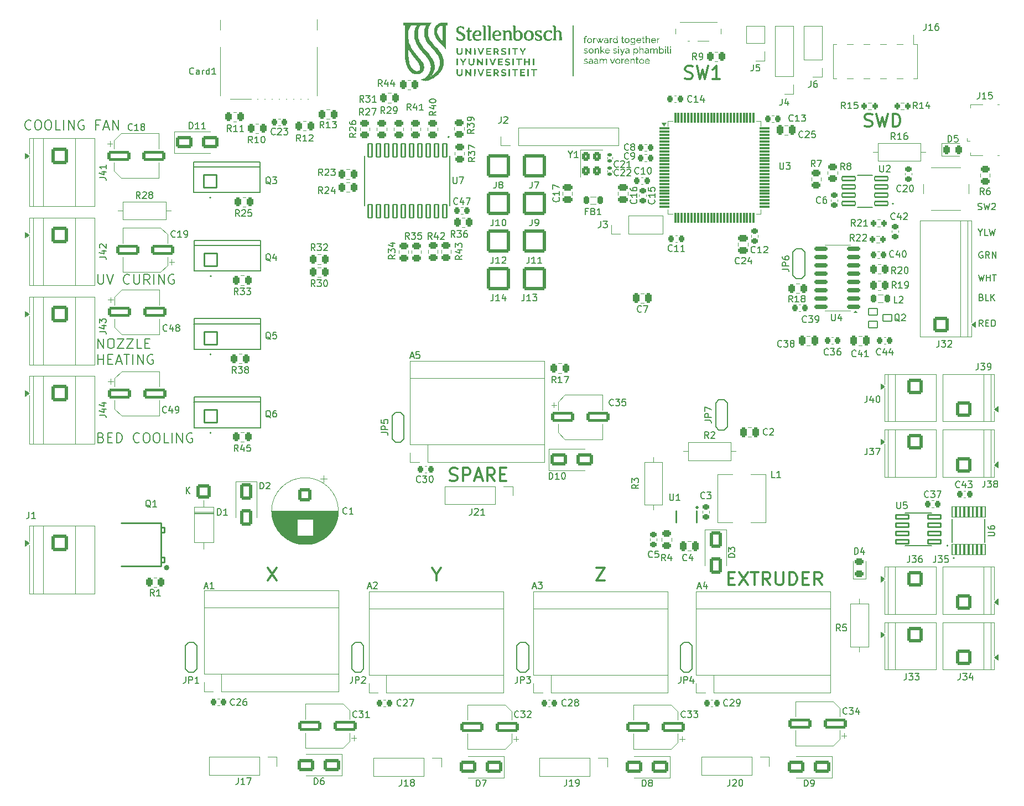
<source format=gbr>
%TF.GenerationSoftware,KiCad,Pcbnew,9.0.2*%
%TF.CreationDate,2025-07-27T13:17:30+02:00*%
%TF.ProjectId,HydrogelBioprinter,48796472-6f67-4656-9c42-696f7072696e,rev?*%
%TF.SameCoordinates,Original*%
%TF.FileFunction,Legend,Top*%
%TF.FilePolarity,Positive*%
%FSLAX46Y46*%
G04 Gerber Fmt 4.6, Leading zero omitted, Abs format (unit mm)*
G04 Created by KiCad (PCBNEW 9.0.2) date 2025-07-27 13:17:30*
%MOMM*%
%LPD*%
G01*
G04 APERTURE LIST*
G04 Aperture macros list*
%AMRoundRect*
0 Rectangle with rounded corners*
0 $1 Rounding radius*
0 $2 $3 $4 $5 $6 $7 $8 $9 X,Y pos of 4 corners*
0 Add a 4 corners polygon primitive as box body*
4,1,4,$2,$3,$4,$5,$6,$7,$8,$9,$2,$3,0*
0 Add four circle primitives for the rounded corners*
1,1,$1+$1,$2,$3*
1,1,$1+$1,$4,$5*
1,1,$1+$1,$6,$7*
1,1,$1+$1,$8,$9*
0 Add four rect primitives between the rounded corners*
20,1,$1+$1,$2,$3,$4,$5,0*
20,1,$1+$1,$4,$5,$6,$7,0*
20,1,$1+$1,$6,$7,$8,$9,0*
20,1,$1+$1,$8,$9,$2,$3,0*%
G04 Aperture macros list end*
%ADD10C,0.150000*%
%ADD11C,0.300000*%
%ADD12C,0.187500*%
%ADD13C,0.120000*%
%ADD14C,0.000000*%
%ADD15C,0.127000*%
%ADD16C,0.200000*%
%ADD17C,0.250000*%
%ADD18C,0.400000*%
%ADD19C,0.100000*%
%ADD20RoundRect,0.225000X0.250000X-0.225000X0.250000X0.225000X-0.250000X0.225000X-0.250000X-0.225000X0*%
%ADD21RoundRect,0.250000X0.262500X0.450000X-0.262500X0.450000X-0.262500X-0.450000X0.262500X-0.450000X0*%
%ADD22RoundRect,0.250000X-0.450000X0.262500X-0.450000X-0.262500X0.450000X-0.262500X0.450000X0.262500X0*%
%ADD23RoundRect,0.225000X-0.250000X0.225000X-0.250000X-0.225000X0.250000X-0.225000X0.250000X0.225000X0*%
%ADD24R,1.600000X1.600000*%
%ADD25O,1.600000X1.600000*%
%ADD26RoundRect,0.250000X1.000000X0.650000X-1.000000X0.650000X-1.000000X-0.650000X1.000000X-0.650000X0*%
%ADD27RoundRect,0.250000X-1.500000X-0.550000X1.500000X-0.550000X1.500000X0.550000X-1.500000X0.550000X0*%
%ADD28RoundRect,0.250000X-0.250000X-0.475000X0.250000X-0.475000X0.250000X0.475000X-0.250000X0.475000X0*%
%ADD29RoundRect,0.250000X1.500000X0.550000X-1.500000X0.550000X-1.500000X-0.550000X1.500000X-0.550000X0*%
%ADD30RoundRect,0.225000X0.225000X0.250000X-0.225000X0.250000X-0.225000X-0.250000X0.225000X-0.250000X0*%
%ADD31RoundRect,0.250001X0.949999X-0.949999X0.949999X0.949999X-0.949999X0.949999X-0.949999X-0.949999X0*%
%ADD32C,2.400000*%
%ADD33R,1.700000X1.700000*%
%ADD34C,1.700000*%
%ADD35C,1.600000*%
%ADD36RoundRect,0.250000X-1.050000X1.050000X-1.050000X-1.050000X1.050000X-1.050000X1.050000X1.050000X0*%
%ADD37C,2.600000*%
%ADD38RoundRect,0.243750X-0.243750X-0.456250X0.243750X-0.456250X0.243750X0.456250X-0.243750X0.456250X0*%
%ADD39RoundRect,0.250000X-0.750000X0.750000X-0.750000X-0.750000X0.750000X-0.750000X0.750000X0.750000X0*%
%ADD40C,2.000000*%
%ADD41RoundRect,0.250000X-0.475000X0.250000X-0.475000X-0.250000X0.475000X-0.250000X0.475000X0.250000X0*%
%ADD42RoundRect,0.102000X-0.990000X-0.990000X0.990000X-0.990000X0.990000X0.990000X-0.990000X0.990000X0*%
%ADD43C,2.184000*%
%ADD44RoundRect,0.099250X0.987750X0.297750X-0.987750X0.297750X-0.987750X-0.297750X0.987750X-0.297750X0*%
%ADD45RoundRect,0.243750X0.456250X-0.243750X0.456250X0.243750X-0.456250X0.243750X-0.456250X-0.243750X0*%
%ADD46RoundRect,0.225000X-0.225000X-0.250000X0.225000X-0.250000X0.225000X0.250000X-0.225000X0.250000X0*%
%ADD47R,2.500000X1.200000*%
%ADD48R,6.500000X6.000000*%
%ADD49RoundRect,0.250000X0.475000X-0.250000X0.475000X0.250000X-0.475000X0.250000X-0.475000X-0.250000X0*%
%ADD50RoundRect,0.250000X-0.262500X-0.450000X0.262500X-0.450000X0.262500X0.450000X-0.262500X0.450000X0*%
%ADD51RoundRect,0.250000X-0.650000X1.000000X-0.650000X-1.000000X0.650000X-1.000000X0.650000X1.000000X0*%
%ADD52C,8.600000*%
%ADD53RoundRect,0.250001X-0.949999X0.949999X-0.949999X-0.949999X0.949999X-0.949999X0.949999X0.949999X0*%
%ADD54RoundRect,0.075000X-0.725000X-0.075000X0.725000X-0.075000X0.725000X0.075000X-0.725000X0.075000X0*%
%ADD55RoundRect,0.075000X-0.075000X-0.725000X0.075000X-0.725000X0.075000X0.725000X-0.075000X0.725000X0*%
%ADD56C,1.400000*%
%ADD57RoundRect,0.200000X-0.200000X-0.275000X0.200000X-0.275000X0.200000X0.275000X-0.200000X0.275000X0*%
%ADD58RoundRect,0.250002X1.499998X1.499998X-1.499998X1.499998X-1.499998X-1.499998X1.499998X-1.499998X0*%
%ADD59RoundRect,0.250000X0.450000X-0.262500X0.450000X0.262500X-0.450000X0.262500X-0.450000X-0.262500X0*%
%ADD60R,0.600000X1.100000*%
%ADD61RoundRect,0.250000X-1.000000X-0.650000X1.000000X-0.650000X1.000000X0.650000X-1.000000X0.650000X0*%
%ADD62R,2.200000X1.500000*%
%ADD63RoundRect,0.140000X0.170000X-0.140000X0.170000X0.140000X-0.170000X0.140000X-0.170000X-0.140000X0*%
%ADD64C,1.300000*%
%ADD65R,0.700000X2.000000*%
%ADD66R,1.200000X1.400000*%
%ADD67R,1.270000X2.290000*%
%ADD68R,1.780000X1.400000*%
%ADD69RoundRect,0.096750X0.990250X0.290250X-0.990250X0.290250X-0.990250X-0.290250X0.990250X-0.290250X0*%
%ADD70RoundRect,0.218750X-0.218750X-0.381250X0.218750X-0.381250X0.218750X0.381250X-0.218750X0.381250X0*%
%ADD71RoundRect,0.200000X0.200000X0.275000X-0.200000X0.275000X-0.200000X-0.275000X0.200000X-0.275000X0*%
%ADD72R,1.000000X0.800000*%
%ADD73C,0.900000*%
%ADD74R,0.700000X1.500000*%
%ADD75RoundRect,0.250000X0.250000X0.475000X-0.250000X0.475000X-0.250000X-0.475000X0.250000X-0.475000X0*%
%ADD76RoundRect,0.076750X0.230250X-0.810250X0.230250X0.810250X-0.230250X0.810250X-0.230250X-0.810250X0*%
%ADD77RoundRect,0.100500X-0.301500X1.031500X-0.301500X-1.031500X0.301500X-1.031500X0.301500X1.031500X0*%
%ADD78RoundRect,0.218750X0.218750X0.381250X-0.218750X0.381250X-0.218750X-0.381250X0.218750X-0.381250X0*%
%ADD79RoundRect,0.249999X-0.850001X0.850001X-0.850001X-0.850001X0.850001X-0.850001X0.850001X0.850001X0*%
%ADD80C,2.200000*%
%ADD81RoundRect,0.250000X-0.350000X0.450000X-0.350000X-0.450000X0.350000X-0.450000X0.350000X0.450000X0*%
%ADD82RoundRect,0.102000X-0.700000X0.500000X-0.700000X-0.500000X0.700000X-0.500000X0.700000X0.500000X0*%
%ADD83R,1.350000X0.400000*%
%ADD84O,1.900000X1.200000*%
%ADD85R,1.900000X1.200000*%
%ADD86C,1.450000*%
%ADD87R,1.900000X1.500000*%
%ADD88R,1.000000X3.150000*%
%ADD89RoundRect,0.150000X0.850000X0.150000X-0.850000X0.150000X-0.850000X-0.150000X0.850000X-0.150000X0*%
G04 APERTURE END LIST*
D10*
X215027255Y-65393628D02*
X215027255Y-65869819D01*
X214693922Y-64869819D02*
X215027255Y-65393628D01*
X215027255Y-65393628D02*
X215360588Y-64869819D01*
X216170112Y-65869819D02*
X215693922Y-65869819D01*
X215693922Y-65869819D02*
X215693922Y-64869819D01*
X216408208Y-64869819D02*
X216646303Y-65869819D01*
X216646303Y-65869819D02*
X216836779Y-65155533D01*
X216836779Y-65155533D02*
X217027255Y-65869819D01*
X217027255Y-65869819D02*
X217265351Y-64869819D01*
D11*
X131804510Y-117787257D02*
X131804510Y-118739638D01*
X131137844Y-116739638D02*
X131804510Y-117787257D01*
X131804510Y-117787257D02*
X132471177Y-116739638D01*
D10*
X215360588Y-68417438D02*
X215265350Y-68369819D01*
X215265350Y-68369819D02*
X215122493Y-68369819D01*
X215122493Y-68369819D02*
X214979636Y-68417438D01*
X214979636Y-68417438D02*
X214884398Y-68512676D01*
X214884398Y-68512676D02*
X214836779Y-68607914D01*
X214836779Y-68607914D02*
X214789160Y-68798390D01*
X214789160Y-68798390D02*
X214789160Y-68941247D01*
X214789160Y-68941247D02*
X214836779Y-69131723D01*
X214836779Y-69131723D02*
X214884398Y-69226961D01*
X214884398Y-69226961D02*
X214979636Y-69322200D01*
X214979636Y-69322200D02*
X215122493Y-69369819D01*
X215122493Y-69369819D02*
X215217731Y-69369819D01*
X215217731Y-69369819D02*
X215360588Y-69322200D01*
X215360588Y-69322200D02*
X215408207Y-69274580D01*
X215408207Y-69274580D02*
X215408207Y-68941247D01*
X215408207Y-68941247D02*
X215217731Y-68941247D01*
X216408207Y-69369819D02*
X216074874Y-68893628D01*
X215836779Y-69369819D02*
X215836779Y-68369819D01*
X215836779Y-68369819D02*
X216217731Y-68369819D01*
X216217731Y-68369819D02*
X216312969Y-68417438D01*
X216312969Y-68417438D02*
X216360588Y-68465057D01*
X216360588Y-68465057D02*
X216408207Y-68560295D01*
X216408207Y-68560295D02*
X216408207Y-68703152D01*
X216408207Y-68703152D02*
X216360588Y-68798390D01*
X216360588Y-68798390D02*
X216312969Y-68846009D01*
X216312969Y-68846009D02*
X216217731Y-68893628D01*
X216217731Y-68893628D02*
X215836779Y-68893628D01*
X216836779Y-69369819D02*
X216836779Y-68369819D01*
X216836779Y-68369819D02*
X217408207Y-69369819D01*
X217408207Y-69369819D02*
X217408207Y-68369819D01*
D11*
X176473558Y-118392019D02*
X177140225Y-118392019D01*
X177425939Y-119439638D02*
X176473558Y-119439638D01*
X176473558Y-119439638D02*
X176473558Y-117439638D01*
X176473558Y-117439638D02*
X177425939Y-117439638D01*
X178092606Y-117439638D02*
X179425939Y-119439638D01*
X179425939Y-117439638D02*
X178092606Y-119439638D01*
X179902130Y-117439638D02*
X181044987Y-117439638D01*
X180473558Y-119439638D02*
X180473558Y-117439638D01*
X182854511Y-119439638D02*
X182187844Y-118487257D01*
X181711654Y-119439638D02*
X181711654Y-117439638D01*
X181711654Y-117439638D02*
X182473559Y-117439638D01*
X182473559Y-117439638D02*
X182664035Y-117534876D01*
X182664035Y-117534876D02*
X182759273Y-117630114D01*
X182759273Y-117630114D02*
X182854511Y-117820590D01*
X182854511Y-117820590D02*
X182854511Y-118106304D01*
X182854511Y-118106304D02*
X182759273Y-118296780D01*
X182759273Y-118296780D02*
X182664035Y-118392019D01*
X182664035Y-118392019D02*
X182473559Y-118487257D01*
X182473559Y-118487257D02*
X181711654Y-118487257D01*
X183711654Y-117439638D02*
X183711654Y-119058685D01*
X183711654Y-119058685D02*
X183806892Y-119249161D01*
X183806892Y-119249161D02*
X183902130Y-119344400D01*
X183902130Y-119344400D02*
X184092606Y-119439638D01*
X184092606Y-119439638D02*
X184473559Y-119439638D01*
X184473559Y-119439638D02*
X184664035Y-119344400D01*
X184664035Y-119344400D02*
X184759273Y-119249161D01*
X184759273Y-119249161D02*
X184854511Y-119058685D01*
X184854511Y-119058685D02*
X184854511Y-117439638D01*
X185806892Y-119439638D02*
X185806892Y-117439638D01*
X185806892Y-117439638D02*
X186283082Y-117439638D01*
X186283082Y-117439638D02*
X186568797Y-117534876D01*
X186568797Y-117534876D02*
X186759273Y-117725352D01*
X186759273Y-117725352D02*
X186854511Y-117915828D01*
X186854511Y-117915828D02*
X186949749Y-118296780D01*
X186949749Y-118296780D02*
X186949749Y-118582495D01*
X186949749Y-118582495D02*
X186854511Y-118963447D01*
X186854511Y-118963447D02*
X186759273Y-119153923D01*
X186759273Y-119153923D02*
X186568797Y-119344400D01*
X186568797Y-119344400D02*
X186283082Y-119439638D01*
X186283082Y-119439638D02*
X185806892Y-119439638D01*
X187806892Y-118392019D02*
X188473559Y-118392019D01*
X188759273Y-119439638D02*
X187806892Y-119439638D01*
X187806892Y-119439638D02*
X187806892Y-117439638D01*
X187806892Y-117439638D02*
X188759273Y-117439638D01*
X190759273Y-119439638D02*
X190092606Y-118487257D01*
X189616416Y-119439638D02*
X189616416Y-117439638D01*
X189616416Y-117439638D02*
X190378321Y-117439638D01*
X190378321Y-117439638D02*
X190568797Y-117534876D01*
X190568797Y-117534876D02*
X190664035Y-117630114D01*
X190664035Y-117630114D02*
X190759273Y-117820590D01*
X190759273Y-117820590D02*
X190759273Y-118106304D01*
X190759273Y-118106304D02*
X190664035Y-118296780D01*
X190664035Y-118296780D02*
X190568797Y-118392019D01*
X190568797Y-118392019D02*
X190378321Y-118487257D01*
X190378321Y-118487257D02*
X189616416Y-118487257D01*
D10*
X215408207Y-79809819D02*
X215074874Y-79333628D01*
X214836779Y-79809819D02*
X214836779Y-78809819D01*
X214836779Y-78809819D02*
X215217731Y-78809819D01*
X215217731Y-78809819D02*
X215312969Y-78857438D01*
X215312969Y-78857438D02*
X215360588Y-78905057D01*
X215360588Y-78905057D02*
X215408207Y-79000295D01*
X215408207Y-79000295D02*
X215408207Y-79143152D01*
X215408207Y-79143152D02*
X215360588Y-79238390D01*
X215360588Y-79238390D02*
X215312969Y-79286009D01*
X215312969Y-79286009D02*
X215217731Y-79333628D01*
X215217731Y-79333628D02*
X214836779Y-79333628D01*
X215836779Y-79286009D02*
X216170112Y-79286009D01*
X216312969Y-79809819D02*
X215836779Y-79809819D01*
X215836779Y-79809819D02*
X215836779Y-78809819D01*
X215836779Y-78809819D02*
X216312969Y-78809819D01*
X216741541Y-79809819D02*
X216741541Y-78809819D01*
X216741541Y-78809819D02*
X216979636Y-78809819D01*
X216979636Y-78809819D02*
X217122493Y-78857438D01*
X217122493Y-78857438D02*
X217217731Y-78952676D01*
X217217731Y-78952676D02*
X217265350Y-79047914D01*
X217265350Y-79047914D02*
X217312969Y-79238390D01*
X217312969Y-79238390D02*
X217312969Y-79381247D01*
X217312969Y-79381247D02*
X217265350Y-79571723D01*
X217265350Y-79571723D02*
X217217731Y-79666961D01*
X217217731Y-79666961D02*
X217122493Y-79762200D01*
X217122493Y-79762200D02*
X216979636Y-79809819D01*
X216979636Y-79809819D02*
X216741541Y-79809819D01*
D11*
X105983082Y-116739638D02*
X107316415Y-118739638D01*
X107316415Y-116739638D02*
X105983082Y-118739638D01*
D12*
X80460497Y-96815964D02*
X80674783Y-96887392D01*
X80674783Y-96887392D02*
X80746212Y-96958821D01*
X80746212Y-96958821D02*
X80817640Y-97101678D01*
X80817640Y-97101678D02*
X80817640Y-97315964D01*
X80817640Y-97315964D02*
X80746212Y-97458821D01*
X80746212Y-97458821D02*
X80674783Y-97530250D01*
X80674783Y-97530250D02*
X80531926Y-97601678D01*
X80531926Y-97601678D02*
X79960497Y-97601678D01*
X79960497Y-97601678D02*
X79960497Y-96101678D01*
X79960497Y-96101678D02*
X80460497Y-96101678D01*
X80460497Y-96101678D02*
X80603355Y-96173107D01*
X80603355Y-96173107D02*
X80674783Y-96244535D01*
X80674783Y-96244535D02*
X80746212Y-96387392D01*
X80746212Y-96387392D02*
X80746212Y-96530250D01*
X80746212Y-96530250D02*
X80674783Y-96673107D01*
X80674783Y-96673107D02*
X80603355Y-96744535D01*
X80603355Y-96744535D02*
X80460497Y-96815964D01*
X80460497Y-96815964D02*
X79960497Y-96815964D01*
X81460497Y-96815964D02*
X81960497Y-96815964D01*
X82174783Y-97601678D02*
X81460497Y-97601678D01*
X81460497Y-97601678D02*
X81460497Y-96101678D01*
X81460497Y-96101678D02*
X82174783Y-96101678D01*
X82817640Y-97601678D02*
X82817640Y-96101678D01*
X82817640Y-96101678D02*
X83174783Y-96101678D01*
X83174783Y-96101678D02*
X83389069Y-96173107D01*
X83389069Y-96173107D02*
X83531926Y-96315964D01*
X83531926Y-96315964D02*
X83603355Y-96458821D01*
X83603355Y-96458821D02*
X83674783Y-96744535D01*
X83674783Y-96744535D02*
X83674783Y-96958821D01*
X83674783Y-96958821D02*
X83603355Y-97244535D01*
X83603355Y-97244535D02*
X83531926Y-97387392D01*
X83531926Y-97387392D02*
X83389069Y-97530250D01*
X83389069Y-97530250D02*
X83174783Y-97601678D01*
X83174783Y-97601678D02*
X82817640Y-97601678D01*
X86317640Y-97458821D02*
X86246212Y-97530250D01*
X86246212Y-97530250D02*
X86031926Y-97601678D01*
X86031926Y-97601678D02*
X85889069Y-97601678D01*
X85889069Y-97601678D02*
X85674783Y-97530250D01*
X85674783Y-97530250D02*
X85531926Y-97387392D01*
X85531926Y-97387392D02*
X85460497Y-97244535D01*
X85460497Y-97244535D02*
X85389069Y-96958821D01*
X85389069Y-96958821D02*
X85389069Y-96744535D01*
X85389069Y-96744535D02*
X85460497Y-96458821D01*
X85460497Y-96458821D02*
X85531926Y-96315964D01*
X85531926Y-96315964D02*
X85674783Y-96173107D01*
X85674783Y-96173107D02*
X85889069Y-96101678D01*
X85889069Y-96101678D02*
X86031926Y-96101678D01*
X86031926Y-96101678D02*
X86246212Y-96173107D01*
X86246212Y-96173107D02*
X86317640Y-96244535D01*
X87246212Y-96101678D02*
X87531926Y-96101678D01*
X87531926Y-96101678D02*
X87674783Y-96173107D01*
X87674783Y-96173107D02*
X87817640Y-96315964D01*
X87817640Y-96315964D02*
X87889069Y-96601678D01*
X87889069Y-96601678D02*
X87889069Y-97101678D01*
X87889069Y-97101678D02*
X87817640Y-97387392D01*
X87817640Y-97387392D02*
X87674783Y-97530250D01*
X87674783Y-97530250D02*
X87531926Y-97601678D01*
X87531926Y-97601678D02*
X87246212Y-97601678D01*
X87246212Y-97601678D02*
X87103355Y-97530250D01*
X87103355Y-97530250D02*
X86960497Y-97387392D01*
X86960497Y-97387392D02*
X86889069Y-97101678D01*
X86889069Y-97101678D02*
X86889069Y-96601678D01*
X86889069Y-96601678D02*
X86960497Y-96315964D01*
X86960497Y-96315964D02*
X87103355Y-96173107D01*
X87103355Y-96173107D02*
X87246212Y-96101678D01*
X88817641Y-96101678D02*
X89103355Y-96101678D01*
X89103355Y-96101678D02*
X89246212Y-96173107D01*
X89246212Y-96173107D02*
X89389069Y-96315964D01*
X89389069Y-96315964D02*
X89460498Y-96601678D01*
X89460498Y-96601678D02*
X89460498Y-97101678D01*
X89460498Y-97101678D02*
X89389069Y-97387392D01*
X89389069Y-97387392D02*
X89246212Y-97530250D01*
X89246212Y-97530250D02*
X89103355Y-97601678D01*
X89103355Y-97601678D02*
X88817641Y-97601678D01*
X88817641Y-97601678D02*
X88674784Y-97530250D01*
X88674784Y-97530250D02*
X88531926Y-97387392D01*
X88531926Y-97387392D02*
X88460498Y-97101678D01*
X88460498Y-97101678D02*
X88460498Y-96601678D01*
X88460498Y-96601678D02*
X88531926Y-96315964D01*
X88531926Y-96315964D02*
X88674784Y-96173107D01*
X88674784Y-96173107D02*
X88817641Y-96101678D01*
X90817641Y-97601678D02*
X90103355Y-97601678D01*
X90103355Y-97601678D02*
X90103355Y-96101678D01*
X91317641Y-97601678D02*
X91317641Y-96101678D01*
X92031927Y-97601678D02*
X92031927Y-96101678D01*
X92031927Y-96101678D02*
X92889070Y-97601678D01*
X92889070Y-97601678D02*
X92889070Y-96101678D01*
X94389071Y-96173107D02*
X94246214Y-96101678D01*
X94246214Y-96101678D02*
X94031928Y-96101678D01*
X94031928Y-96101678D02*
X93817642Y-96173107D01*
X93817642Y-96173107D02*
X93674785Y-96315964D01*
X93674785Y-96315964D02*
X93603356Y-96458821D01*
X93603356Y-96458821D02*
X93531928Y-96744535D01*
X93531928Y-96744535D02*
X93531928Y-96958821D01*
X93531928Y-96958821D02*
X93603356Y-97244535D01*
X93603356Y-97244535D02*
X93674785Y-97387392D01*
X93674785Y-97387392D02*
X93817642Y-97530250D01*
X93817642Y-97530250D02*
X94031928Y-97601678D01*
X94031928Y-97601678D02*
X94174785Y-97601678D01*
X94174785Y-97601678D02*
X94389071Y-97530250D01*
X94389071Y-97530250D02*
X94460499Y-97458821D01*
X94460499Y-97458821D02*
X94460499Y-96958821D01*
X94460499Y-96958821D02*
X94174785Y-96958821D01*
D11*
X133828320Y-103394400D02*
X134114034Y-103489638D01*
X134114034Y-103489638D02*
X134590225Y-103489638D01*
X134590225Y-103489638D02*
X134780701Y-103394400D01*
X134780701Y-103394400D02*
X134875939Y-103299161D01*
X134875939Y-103299161D02*
X134971177Y-103108685D01*
X134971177Y-103108685D02*
X134971177Y-102918209D01*
X134971177Y-102918209D02*
X134875939Y-102727733D01*
X134875939Y-102727733D02*
X134780701Y-102632495D01*
X134780701Y-102632495D02*
X134590225Y-102537257D01*
X134590225Y-102537257D02*
X134209272Y-102442019D01*
X134209272Y-102442019D02*
X134018796Y-102346780D01*
X134018796Y-102346780D02*
X133923558Y-102251542D01*
X133923558Y-102251542D02*
X133828320Y-102061066D01*
X133828320Y-102061066D02*
X133828320Y-101870590D01*
X133828320Y-101870590D02*
X133923558Y-101680114D01*
X133923558Y-101680114D02*
X134018796Y-101584876D01*
X134018796Y-101584876D02*
X134209272Y-101489638D01*
X134209272Y-101489638D02*
X134685463Y-101489638D01*
X134685463Y-101489638D02*
X134971177Y-101584876D01*
X135828320Y-103489638D02*
X135828320Y-101489638D01*
X135828320Y-101489638D02*
X136590225Y-101489638D01*
X136590225Y-101489638D02*
X136780701Y-101584876D01*
X136780701Y-101584876D02*
X136875939Y-101680114D01*
X136875939Y-101680114D02*
X136971177Y-101870590D01*
X136971177Y-101870590D02*
X136971177Y-102156304D01*
X136971177Y-102156304D02*
X136875939Y-102346780D01*
X136875939Y-102346780D02*
X136780701Y-102442019D01*
X136780701Y-102442019D02*
X136590225Y-102537257D01*
X136590225Y-102537257D02*
X135828320Y-102537257D01*
X137733082Y-102918209D02*
X138685463Y-102918209D01*
X137542606Y-103489638D02*
X138209272Y-101489638D01*
X138209272Y-101489638D02*
X138875939Y-103489638D01*
X140685463Y-103489638D02*
X140018796Y-102537257D01*
X139542606Y-103489638D02*
X139542606Y-101489638D01*
X139542606Y-101489638D02*
X140304511Y-101489638D01*
X140304511Y-101489638D02*
X140494987Y-101584876D01*
X140494987Y-101584876D02*
X140590225Y-101680114D01*
X140590225Y-101680114D02*
X140685463Y-101870590D01*
X140685463Y-101870590D02*
X140685463Y-102156304D01*
X140685463Y-102156304D02*
X140590225Y-102346780D01*
X140590225Y-102346780D02*
X140494987Y-102442019D01*
X140494987Y-102442019D02*
X140304511Y-102537257D01*
X140304511Y-102537257D02*
X139542606Y-102537257D01*
X141542606Y-102442019D02*
X142209273Y-102442019D01*
X142494987Y-103489638D02*
X141542606Y-103489638D01*
X141542606Y-103489638D02*
X141542606Y-101489638D01*
X141542606Y-101489638D02*
X142494987Y-101489638D01*
X197328320Y-49144400D02*
X197614034Y-49239638D01*
X197614034Y-49239638D02*
X198090225Y-49239638D01*
X198090225Y-49239638D02*
X198280701Y-49144400D01*
X198280701Y-49144400D02*
X198375939Y-49049161D01*
X198375939Y-49049161D02*
X198471177Y-48858685D01*
X198471177Y-48858685D02*
X198471177Y-48668209D01*
X198471177Y-48668209D02*
X198375939Y-48477733D01*
X198375939Y-48477733D02*
X198280701Y-48382495D01*
X198280701Y-48382495D02*
X198090225Y-48287257D01*
X198090225Y-48287257D02*
X197709272Y-48192019D01*
X197709272Y-48192019D02*
X197518796Y-48096780D01*
X197518796Y-48096780D02*
X197423558Y-48001542D01*
X197423558Y-48001542D02*
X197328320Y-47811066D01*
X197328320Y-47811066D02*
X197328320Y-47620590D01*
X197328320Y-47620590D02*
X197423558Y-47430114D01*
X197423558Y-47430114D02*
X197518796Y-47334876D01*
X197518796Y-47334876D02*
X197709272Y-47239638D01*
X197709272Y-47239638D02*
X198185463Y-47239638D01*
X198185463Y-47239638D02*
X198471177Y-47334876D01*
X199137844Y-47239638D02*
X199614034Y-49239638D01*
X199614034Y-49239638D02*
X199994987Y-47811066D01*
X199994987Y-47811066D02*
X200375939Y-49239638D01*
X200375939Y-49239638D02*
X200852130Y-47239638D01*
X201614034Y-49239638D02*
X201614034Y-47239638D01*
X201614034Y-47239638D02*
X202090224Y-47239638D01*
X202090224Y-47239638D02*
X202375939Y-47334876D01*
X202375939Y-47334876D02*
X202566415Y-47525352D01*
X202566415Y-47525352D02*
X202661653Y-47715828D01*
X202661653Y-47715828D02*
X202756891Y-48096780D01*
X202756891Y-48096780D02*
X202756891Y-48382495D01*
X202756891Y-48382495D02*
X202661653Y-48763447D01*
X202661653Y-48763447D02*
X202566415Y-48953923D01*
X202566415Y-48953923D02*
X202375939Y-49144400D01*
X202375939Y-49144400D02*
X202090224Y-49239638D01*
X202090224Y-49239638D02*
X201614034Y-49239638D01*
D10*
X214741541Y-71869819D02*
X214979636Y-72869819D01*
X214979636Y-72869819D02*
X215170112Y-72155533D01*
X215170112Y-72155533D02*
X215360588Y-72869819D01*
X215360588Y-72869819D02*
X215598684Y-71869819D01*
X215979636Y-72869819D02*
X215979636Y-71869819D01*
X215979636Y-72346009D02*
X216551064Y-72346009D01*
X216551064Y-72869819D02*
X216551064Y-71869819D01*
X216884398Y-71869819D02*
X217455826Y-71869819D01*
X217170112Y-72869819D02*
X217170112Y-71869819D01*
D11*
X156233082Y-116739638D02*
X157566415Y-116739638D01*
X157566415Y-116739638D02*
X156233082Y-118739638D01*
X156233082Y-118739638D02*
X157566415Y-118739638D01*
D10*
X215170112Y-75346009D02*
X215312969Y-75393628D01*
X215312969Y-75393628D02*
X215360588Y-75441247D01*
X215360588Y-75441247D02*
X215408207Y-75536485D01*
X215408207Y-75536485D02*
X215408207Y-75679342D01*
X215408207Y-75679342D02*
X215360588Y-75774580D01*
X215360588Y-75774580D02*
X215312969Y-75822200D01*
X215312969Y-75822200D02*
X215217731Y-75869819D01*
X215217731Y-75869819D02*
X214836779Y-75869819D01*
X214836779Y-75869819D02*
X214836779Y-74869819D01*
X214836779Y-74869819D02*
X215170112Y-74869819D01*
X215170112Y-74869819D02*
X215265350Y-74917438D01*
X215265350Y-74917438D02*
X215312969Y-74965057D01*
X215312969Y-74965057D02*
X215360588Y-75060295D01*
X215360588Y-75060295D02*
X215360588Y-75155533D01*
X215360588Y-75155533D02*
X215312969Y-75250771D01*
X215312969Y-75250771D02*
X215265350Y-75298390D01*
X215265350Y-75298390D02*
X215170112Y-75346009D01*
X215170112Y-75346009D02*
X214836779Y-75346009D01*
X216312969Y-75869819D02*
X215836779Y-75869819D01*
X215836779Y-75869819D02*
X215836779Y-74869819D01*
X216646303Y-75869819D02*
X216646303Y-74869819D01*
X217217731Y-75869819D02*
X216789160Y-75298390D01*
X217217731Y-74869819D02*
X216646303Y-75441247D01*
D12*
X69737640Y-49563821D02*
X69666212Y-49635250D01*
X69666212Y-49635250D02*
X69451926Y-49706678D01*
X69451926Y-49706678D02*
X69309069Y-49706678D01*
X69309069Y-49706678D02*
X69094783Y-49635250D01*
X69094783Y-49635250D02*
X68951926Y-49492392D01*
X68951926Y-49492392D02*
X68880497Y-49349535D01*
X68880497Y-49349535D02*
X68809069Y-49063821D01*
X68809069Y-49063821D02*
X68809069Y-48849535D01*
X68809069Y-48849535D02*
X68880497Y-48563821D01*
X68880497Y-48563821D02*
X68951926Y-48420964D01*
X68951926Y-48420964D02*
X69094783Y-48278107D01*
X69094783Y-48278107D02*
X69309069Y-48206678D01*
X69309069Y-48206678D02*
X69451926Y-48206678D01*
X69451926Y-48206678D02*
X69666212Y-48278107D01*
X69666212Y-48278107D02*
X69737640Y-48349535D01*
X70666212Y-48206678D02*
X70951926Y-48206678D01*
X70951926Y-48206678D02*
X71094783Y-48278107D01*
X71094783Y-48278107D02*
X71237640Y-48420964D01*
X71237640Y-48420964D02*
X71309069Y-48706678D01*
X71309069Y-48706678D02*
X71309069Y-49206678D01*
X71309069Y-49206678D02*
X71237640Y-49492392D01*
X71237640Y-49492392D02*
X71094783Y-49635250D01*
X71094783Y-49635250D02*
X70951926Y-49706678D01*
X70951926Y-49706678D02*
X70666212Y-49706678D01*
X70666212Y-49706678D02*
X70523355Y-49635250D01*
X70523355Y-49635250D02*
X70380497Y-49492392D01*
X70380497Y-49492392D02*
X70309069Y-49206678D01*
X70309069Y-49206678D02*
X70309069Y-48706678D01*
X70309069Y-48706678D02*
X70380497Y-48420964D01*
X70380497Y-48420964D02*
X70523355Y-48278107D01*
X70523355Y-48278107D02*
X70666212Y-48206678D01*
X72237641Y-48206678D02*
X72523355Y-48206678D01*
X72523355Y-48206678D02*
X72666212Y-48278107D01*
X72666212Y-48278107D02*
X72809069Y-48420964D01*
X72809069Y-48420964D02*
X72880498Y-48706678D01*
X72880498Y-48706678D02*
X72880498Y-49206678D01*
X72880498Y-49206678D02*
X72809069Y-49492392D01*
X72809069Y-49492392D02*
X72666212Y-49635250D01*
X72666212Y-49635250D02*
X72523355Y-49706678D01*
X72523355Y-49706678D02*
X72237641Y-49706678D01*
X72237641Y-49706678D02*
X72094784Y-49635250D01*
X72094784Y-49635250D02*
X71951926Y-49492392D01*
X71951926Y-49492392D02*
X71880498Y-49206678D01*
X71880498Y-49206678D02*
X71880498Y-48706678D01*
X71880498Y-48706678D02*
X71951926Y-48420964D01*
X71951926Y-48420964D02*
X72094784Y-48278107D01*
X72094784Y-48278107D02*
X72237641Y-48206678D01*
X74237641Y-49706678D02*
X73523355Y-49706678D01*
X73523355Y-49706678D02*
X73523355Y-48206678D01*
X74737641Y-49706678D02*
X74737641Y-48206678D01*
X75451927Y-49706678D02*
X75451927Y-48206678D01*
X75451927Y-48206678D02*
X76309070Y-49706678D01*
X76309070Y-49706678D02*
X76309070Y-48206678D01*
X77809071Y-48278107D02*
X77666214Y-48206678D01*
X77666214Y-48206678D02*
X77451928Y-48206678D01*
X77451928Y-48206678D02*
X77237642Y-48278107D01*
X77237642Y-48278107D02*
X77094785Y-48420964D01*
X77094785Y-48420964D02*
X77023356Y-48563821D01*
X77023356Y-48563821D02*
X76951928Y-48849535D01*
X76951928Y-48849535D02*
X76951928Y-49063821D01*
X76951928Y-49063821D02*
X77023356Y-49349535D01*
X77023356Y-49349535D02*
X77094785Y-49492392D01*
X77094785Y-49492392D02*
X77237642Y-49635250D01*
X77237642Y-49635250D02*
X77451928Y-49706678D01*
X77451928Y-49706678D02*
X77594785Y-49706678D01*
X77594785Y-49706678D02*
X77809071Y-49635250D01*
X77809071Y-49635250D02*
X77880499Y-49563821D01*
X77880499Y-49563821D02*
X77880499Y-49063821D01*
X77880499Y-49063821D02*
X77594785Y-49063821D01*
X80166213Y-48920964D02*
X79666213Y-48920964D01*
X79666213Y-49706678D02*
X79666213Y-48206678D01*
X79666213Y-48206678D02*
X80380499Y-48206678D01*
X80880499Y-49278107D02*
X81594785Y-49278107D01*
X80737642Y-49706678D02*
X81237642Y-48206678D01*
X81237642Y-48206678D02*
X81737642Y-49706678D01*
X82237641Y-49706678D02*
X82237641Y-48206678D01*
X82237641Y-48206678D02*
X83094784Y-49706678D01*
X83094784Y-49706678D02*
X83094784Y-48206678D01*
X79960497Y-83191762D02*
X79960497Y-81691762D01*
X79960497Y-81691762D02*
X80817640Y-83191762D01*
X80817640Y-83191762D02*
X80817640Y-81691762D01*
X81817641Y-81691762D02*
X82103355Y-81691762D01*
X82103355Y-81691762D02*
X82246212Y-81763191D01*
X82246212Y-81763191D02*
X82389069Y-81906048D01*
X82389069Y-81906048D02*
X82460498Y-82191762D01*
X82460498Y-82191762D02*
X82460498Y-82691762D01*
X82460498Y-82691762D02*
X82389069Y-82977476D01*
X82389069Y-82977476D02*
X82246212Y-83120334D01*
X82246212Y-83120334D02*
X82103355Y-83191762D01*
X82103355Y-83191762D02*
X81817641Y-83191762D01*
X81817641Y-83191762D02*
X81674784Y-83120334D01*
X81674784Y-83120334D02*
X81531926Y-82977476D01*
X81531926Y-82977476D02*
X81460498Y-82691762D01*
X81460498Y-82691762D02*
X81460498Y-82191762D01*
X81460498Y-82191762D02*
X81531926Y-81906048D01*
X81531926Y-81906048D02*
X81674784Y-81763191D01*
X81674784Y-81763191D02*
X81817641Y-81691762D01*
X82960498Y-81691762D02*
X83960498Y-81691762D01*
X83960498Y-81691762D02*
X82960498Y-83191762D01*
X82960498Y-83191762D02*
X83960498Y-83191762D01*
X84389069Y-81691762D02*
X85389069Y-81691762D01*
X85389069Y-81691762D02*
X84389069Y-83191762D01*
X84389069Y-83191762D02*
X85389069Y-83191762D01*
X86674783Y-83191762D02*
X85960497Y-83191762D01*
X85960497Y-83191762D02*
X85960497Y-81691762D01*
X87174783Y-82406048D02*
X87674783Y-82406048D01*
X87889069Y-83191762D02*
X87174783Y-83191762D01*
X87174783Y-83191762D02*
X87174783Y-81691762D01*
X87174783Y-81691762D02*
X87889069Y-81691762D01*
X79960497Y-85606678D02*
X79960497Y-84106678D01*
X79960497Y-84820964D02*
X80817640Y-84820964D01*
X80817640Y-85606678D02*
X80817640Y-84106678D01*
X81531926Y-84820964D02*
X82031926Y-84820964D01*
X82246212Y-85606678D02*
X81531926Y-85606678D01*
X81531926Y-85606678D02*
X81531926Y-84106678D01*
X81531926Y-84106678D02*
X82246212Y-84106678D01*
X82817641Y-85178107D02*
X83531927Y-85178107D01*
X82674784Y-85606678D02*
X83174784Y-84106678D01*
X83174784Y-84106678D02*
X83674784Y-85606678D01*
X83960498Y-84106678D02*
X84817641Y-84106678D01*
X84389069Y-85606678D02*
X84389069Y-84106678D01*
X85317640Y-85606678D02*
X85317640Y-84106678D01*
X86031926Y-85606678D02*
X86031926Y-84106678D01*
X86031926Y-84106678D02*
X86889069Y-85606678D01*
X86889069Y-85606678D02*
X86889069Y-84106678D01*
X88389070Y-84178107D02*
X88246213Y-84106678D01*
X88246213Y-84106678D02*
X88031927Y-84106678D01*
X88031927Y-84106678D02*
X87817641Y-84178107D01*
X87817641Y-84178107D02*
X87674784Y-84320964D01*
X87674784Y-84320964D02*
X87603355Y-84463821D01*
X87603355Y-84463821D02*
X87531927Y-84749535D01*
X87531927Y-84749535D02*
X87531927Y-84963821D01*
X87531927Y-84963821D02*
X87603355Y-85249535D01*
X87603355Y-85249535D02*
X87674784Y-85392392D01*
X87674784Y-85392392D02*
X87817641Y-85535250D01*
X87817641Y-85535250D02*
X88031927Y-85606678D01*
X88031927Y-85606678D02*
X88174784Y-85606678D01*
X88174784Y-85606678D02*
X88389070Y-85535250D01*
X88389070Y-85535250D02*
X88460498Y-85463821D01*
X88460498Y-85463821D02*
X88460498Y-84963821D01*
X88460498Y-84963821D02*
X88174784Y-84963821D01*
X79960497Y-71851678D02*
X79960497Y-73065964D01*
X79960497Y-73065964D02*
X80031926Y-73208821D01*
X80031926Y-73208821D02*
X80103355Y-73280250D01*
X80103355Y-73280250D02*
X80246212Y-73351678D01*
X80246212Y-73351678D02*
X80531926Y-73351678D01*
X80531926Y-73351678D02*
X80674783Y-73280250D01*
X80674783Y-73280250D02*
X80746212Y-73208821D01*
X80746212Y-73208821D02*
X80817640Y-73065964D01*
X80817640Y-73065964D02*
X80817640Y-71851678D01*
X81317641Y-71851678D02*
X81817641Y-73351678D01*
X81817641Y-73351678D02*
X82317641Y-71851678D01*
X84817640Y-73208821D02*
X84746212Y-73280250D01*
X84746212Y-73280250D02*
X84531926Y-73351678D01*
X84531926Y-73351678D02*
X84389069Y-73351678D01*
X84389069Y-73351678D02*
X84174783Y-73280250D01*
X84174783Y-73280250D02*
X84031926Y-73137392D01*
X84031926Y-73137392D02*
X83960497Y-72994535D01*
X83960497Y-72994535D02*
X83889069Y-72708821D01*
X83889069Y-72708821D02*
X83889069Y-72494535D01*
X83889069Y-72494535D02*
X83960497Y-72208821D01*
X83960497Y-72208821D02*
X84031926Y-72065964D01*
X84031926Y-72065964D02*
X84174783Y-71923107D01*
X84174783Y-71923107D02*
X84389069Y-71851678D01*
X84389069Y-71851678D02*
X84531926Y-71851678D01*
X84531926Y-71851678D02*
X84746212Y-71923107D01*
X84746212Y-71923107D02*
X84817640Y-71994535D01*
X85460497Y-71851678D02*
X85460497Y-73065964D01*
X85460497Y-73065964D02*
X85531926Y-73208821D01*
X85531926Y-73208821D02*
X85603355Y-73280250D01*
X85603355Y-73280250D02*
X85746212Y-73351678D01*
X85746212Y-73351678D02*
X86031926Y-73351678D01*
X86031926Y-73351678D02*
X86174783Y-73280250D01*
X86174783Y-73280250D02*
X86246212Y-73208821D01*
X86246212Y-73208821D02*
X86317640Y-73065964D01*
X86317640Y-73065964D02*
X86317640Y-71851678D01*
X87889069Y-73351678D02*
X87389069Y-72637392D01*
X87031926Y-73351678D02*
X87031926Y-71851678D01*
X87031926Y-71851678D02*
X87603355Y-71851678D01*
X87603355Y-71851678D02*
X87746212Y-71923107D01*
X87746212Y-71923107D02*
X87817641Y-71994535D01*
X87817641Y-71994535D02*
X87889069Y-72137392D01*
X87889069Y-72137392D02*
X87889069Y-72351678D01*
X87889069Y-72351678D02*
X87817641Y-72494535D01*
X87817641Y-72494535D02*
X87746212Y-72565964D01*
X87746212Y-72565964D02*
X87603355Y-72637392D01*
X87603355Y-72637392D02*
X87031926Y-72637392D01*
X88531926Y-73351678D02*
X88531926Y-71851678D01*
X89246212Y-73351678D02*
X89246212Y-71851678D01*
X89246212Y-71851678D02*
X90103355Y-73351678D01*
X90103355Y-73351678D02*
X90103355Y-71851678D01*
X91603356Y-71923107D02*
X91460499Y-71851678D01*
X91460499Y-71851678D02*
X91246213Y-71851678D01*
X91246213Y-71851678D02*
X91031927Y-71923107D01*
X91031927Y-71923107D02*
X90889070Y-72065964D01*
X90889070Y-72065964D02*
X90817641Y-72208821D01*
X90817641Y-72208821D02*
X90746213Y-72494535D01*
X90746213Y-72494535D02*
X90746213Y-72708821D01*
X90746213Y-72708821D02*
X90817641Y-72994535D01*
X90817641Y-72994535D02*
X90889070Y-73137392D01*
X90889070Y-73137392D02*
X91031927Y-73280250D01*
X91031927Y-73280250D02*
X91246213Y-73351678D01*
X91246213Y-73351678D02*
X91389070Y-73351678D01*
X91389070Y-73351678D02*
X91603356Y-73280250D01*
X91603356Y-73280250D02*
X91674784Y-73208821D01*
X91674784Y-73208821D02*
X91674784Y-72708821D01*
X91674784Y-72708821D02*
X91389070Y-72708821D01*
D10*
X165109580Y-60417857D02*
X165157200Y-60465476D01*
X165157200Y-60465476D02*
X165204819Y-60608333D01*
X165204819Y-60608333D02*
X165204819Y-60703571D01*
X165204819Y-60703571D02*
X165157200Y-60846428D01*
X165157200Y-60846428D02*
X165061961Y-60941666D01*
X165061961Y-60941666D02*
X164966723Y-60989285D01*
X164966723Y-60989285D02*
X164776247Y-61036904D01*
X164776247Y-61036904D02*
X164633390Y-61036904D01*
X164633390Y-61036904D02*
X164442914Y-60989285D01*
X164442914Y-60989285D02*
X164347676Y-60941666D01*
X164347676Y-60941666D02*
X164252438Y-60846428D01*
X164252438Y-60846428D02*
X164204819Y-60703571D01*
X164204819Y-60703571D02*
X164204819Y-60608333D01*
X164204819Y-60608333D02*
X164252438Y-60465476D01*
X164252438Y-60465476D02*
X164300057Y-60417857D01*
X165204819Y-59465476D02*
X165204819Y-60036904D01*
X165204819Y-59751190D02*
X164204819Y-59751190D01*
X164204819Y-59751190D02*
X164347676Y-59846428D01*
X164347676Y-59846428D02*
X164442914Y-59941666D01*
X164442914Y-59941666D02*
X164490533Y-60036904D01*
X164204819Y-58560714D02*
X164204819Y-59036904D01*
X164204819Y-59036904D02*
X164681009Y-59084523D01*
X164681009Y-59084523D02*
X164633390Y-59036904D01*
X164633390Y-59036904D02*
X164585771Y-58941666D01*
X164585771Y-58941666D02*
X164585771Y-58703571D01*
X164585771Y-58703571D02*
X164633390Y-58608333D01*
X164633390Y-58608333D02*
X164681009Y-58560714D01*
X164681009Y-58560714D02*
X164776247Y-58513095D01*
X164776247Y-58513095D02*
X165014342Y-58513095D01*
X165014342Y-58513095D02*
X165109580Y-58560714D01*
X165109580Y-58560714D02*
X165157200Y-58608333D01*
X165157200Y-58608333D02*
X165204819Y-58703571D01*
X165204819Y-58703571D02*
X165204819Y-58941666D01*
X165204819Y-58941666D02*
X165157200Y-59036904D01*
X165157200Y-59036904D02*
X165109580Y-59084523D01*
X113194642Y-68204819D02*
X112861309Y-67728628D01*
X112623214Y-68204819D02*
X112623214Y-67204819D01*
X112623214Y-67204819D02*
X113004166Y-67204819D01*
X113004166Y-67204819D02*
X113099404Y-67252438D01*
X113099404Y-67252438D02*
X113147023Y-67300057D01*
X113147023Y-67300057D02*
X113194642Y-67395295D01*
X113194642Y-67395295D02*
X113194642Y-67538152D01*
X113194642Y-67538152D02*
X113147023Y-67633390D01*
X113147023Y-67633390D02*
X113099404Y-67681009D01*
X113099404Y-67681009D02*
X113004166Y-67728628D01*
X113004166Y-67728628D02*
X112623214Y-67728628D01*
X113527976Y-67204819D02*
X114147023Y-67204819D01*
X114147023Y-67204819D02*
X113813690Y-67585771D01*
X113813690Y-67585771D02*
X113956547Y-67585771D01*
X113956547Y-67585771D02*
X114051785Y-67633390D01*
X114051785Y-67633390D02*
X114099404Y-67681009D01*
X114099404Y-67681009D02*
X114147023Y-67776247D01*
X114147023Y-67776247D02*
X114147023Y-68014342D01*
X114147023Y-68014342D02*
X114099404Y-68109580D01*
X114099404Y-68109580D02*
X114051785Y-68157200D01*
X114051785Y-68157200D02*
X113956547Y-68204819D01*
X113956547Y-68204819D02*
X113670833Y-68204819D01*
X113670833Y-68204819D02*
X113575595Y-68157200D01*
X113575595Y-68157200D02*
X113527976Y-68109580D01*
X114527976Y-67300057D02*
X114575595Y-67252438D01*
X114575595Y-67252438D02*
X114670833Y-67204819D01*
X114670833Y-67204819D02*
X114908928Y-67204819D01*
X114908928Y-67204819D02*
X115004166Y-67252438D01*
X115004166Y-67252438D02*
X115051785Y-67300057D01*
X115051785Y-67300057D02*
X115099404Y-67395295D01*
X115099404Y-67395295D02*
X115099404Y-67490533D01*
X115099404Y-67490533D02*
X115051785Y-67633390D01*
X115051785Y-67633390D02*
X114480357Y-68204819D01*
X114480357Y-68204819D02*
X115099404Y-68204819D01*
X194233333Y-55802319D02*
X193900000Y-55326128D01*
X193661905Y-55802319D02*
X193661905Y-54802319D01*
X193661905Y-54802319D02*
X194042857Y-54802319D01*
X194042857Y-54802319D02*
X194138095Y-54849938D01*
X194138095Y-54849938D02*
X194185714Y-54897557D01*
X194185714Y-54897557D02*
X194233333Y-54992795D01*
X194233333Y-54992795D02*
X194233333Y-55135652D01*
X194233333Y-55135652D02*
X194185714Y-55230890D01*
X194185714Y-55230890D02*
X194138095Y-55278509D01*
X194138095Y-55278509D02*
X194042857Y-55326128D01*
X194042857Y-55326128D02*
X193661905Y-55326128D01*
X194804762Y-55230890D02*
X194709524Y-55183271D01*
X194709524Y-55183271D02*
X194661905Y-55135652D01*
X194661905Y-55135652D02*
X194614286Y-55040414D01*
X194614286Y-55040414D02*
X194614286Y-54992795D01*
X194614286Y-54992795D02*
X194661905Y-54897557D01*
X194661905Y-54897557D02*
X194709524Y-54849938D01*
X194709524Y-54849938D02*
X194804762Y-54802319D01*
X194804762Y-54802319D02*
X194995238Y-54802319D01*
X194995238Y-54802319D02*
X195090476Y-54849938D01*
X195090476Y-54849938D02*
X195138095Y-54897557D01*
X195138095Y-54897557D02*
X195185714Y-54992795D01*
X195185714Y-54992795D02*
X195185714Y-55040414D01*
X195185714Y-55040414D02*
X195138095Y-55135652D01*
X195138095Y-55135652D02*
X195090476Y-55183271D01*
X195090476Y-55183271D02*
X194995238Y-55230890D01*
X194995238Y-55230890D02*
X194804762Y-55230890D01*
X194804762Y-55230890D02*
X194709524Y-55278509D01*
X194709524Y-55278509D02*
X194661905Y-55326128D01*
X194661905Y-55326128D02*
X194614286Y-55421366D01*
X194614286Y-55421366D02*
X194614286Y-55611842D01*
X194614286Y-55611842D02*
X194661905Y-55707080D01*
X194661905Y-55707080D02*
X194709524Y-55754700D01*
X194709524Y-55754700D02*
X194804762Y-55802319D01*
X194804762Y-55802319D02*
X194995238Y-55802319D01*
X194995238Y-55802319D02*
X195090476Y-55754700D01*
X195090476Y-55754700D02*
X195138095Y-55707080D01*
X195138095Y-55707080D02*
X195185714Y-55611842D01*
X195185714Y-55611842D02*
X195185714Y-55421366D01*
X195185714Y-55421366D02*
X195138095Y-55326128D01*
X195138095Y-55326128D02*
X195090476Y-55278509D01*
X195090476Y-55278509D02*
X194995238Y-55230890D01*
X101607142Y-62954819D02*
X101273809Y-62478628D01*
X101035714Y-62954819D02*
X101035714Y-61954819D01*
X101035714Y-61954819D02*
X101416666Y-61954819D01*
X101416666Y-61954819D02*
X101511904Y-62002438D01*
X101511904Y-62002438D02*
X101559523Y-62050057D01*
X101559523Y-62050057D02*
X101607142Y-62145295D01*
X101607142Y-62145295D02*
X101607142Y-62288152D01*
X101607142Y-62288152D02*
X101559523Y-62383390D01*
X101559523Y-62383390D02*
X101511904Y-62431009D01*
X101511904Y-62431009D02*
X101416666Y-62478628D01*
X101416666Y-62478628D02*
X101035714Y-62478628D01*
X101988095Y-62050057D02*
X102035714Y-62002438D01*
X102035714Y-62002438D02*
X102130952Y-61954819D01*
X102130952Y-61954819D02*
X102369047Y-61954819D01*
X102369047Y-61954819D02*
X102464285Y-62002438D01*
X102464285Y-62002438D02*
X102511904Y-62050057D01*
X102511904Y-62050057D02*
X102559523Y-62145295D01*
X102559523Y-62145295D02*
X102559523Y-62240533D01*
X102559523Y-62240533D02*
X102511904Y-62383390D01*
X102511904Y-62383390D02*
X101940476Y-62954819D01*
X101940476Y-62954819D02*
X102559523Y-62954819D01*
X103464285Y-61954819D02*
X102988095Y-61954819D01*
X102988095Y-61954819D02*
X102940476Y-62431009D01*
X102940476Y-62431009D02*
X102988095Y-62383390D01*
X102988095Y-62383390D02*
X103083333Y-62335771D01*
X103083333Y-62335771D02*
X103321428Y-62335771D01*
X103321428Y-62335771D02*
X103416666Y-62383390D01*
X103416666Y-62383390D02*
X103464285Y-62431009D01*
X103464285Y-62431009D02*
X103511904Y-62526247D01*
X103511904Y-62526247D02*
X103511904Y-62764342D01*
X103511904Y-62764342D02*
X103464285Y-62859580D01*
X103464285Y-62859580D02*
X103416666Y-62907200D01*
X103416666Y-62907200D02*
X103321428Y-62954819D01*
X103321428Y-62954819D02*
X103083333Y-62954819D01*
X103083333Y-62954819D02*
X102988095Y-62907200D01*
X102988095Y-62907200D02*
X102940476Y-62859580D01*
X190558333Y-60859580D02*
X190510714Y-60907200D01*
X190510714Y-60907200D02*
X190367857Y-60954819D01*
X190367857Y-60954819D02*
X190272619Y-60954819D01*
X190272619Y-60954819D02*
X190129762Y-60907200D01*
X190129762Y-60907200D02*
X190034524Y-60811961D01*
X190034524Y-60811961D02*
X189986905Y-60716723D01*
X189986905Y-60716723D02*
X189939286Y-60526247D01*
X189939286Y-60526247D02*
X189939286Y-60383390D01*
X189939286Y-60383390D02*
X189986905Y-60192914D01*
X189986905Y-60192914D02*
X190034524Y-60097676D01*
X190034524Y-60097676D02*
X190129762Y-60002438D01*
X190129762Y-60002438D02*
X190272619Y-59954819D01*
X190272619Y-59954819D02*
X190367857Y-59954819D01*
X190367857Y-59954819D02*
X190510714Y-60002438D01*
X190510714Y-60002438D02*
X190558333Y-60050057D01*
X191415476Y-59954819D02*
X191225000Y-59954819D01*
X191225000Y-59954819D02*
X191129762Y-60002438D01*
X191129762Y-60002438D02*
X191082143Y-60050057D01*
X191082143Y-60050057D02*
X190986905Y-60192914D01*
X190986905Y-60192914D02*
X190939286Y-60383390D01*
X190939286Y-60383390D02*
X190939286Y-60764342D01*
X190939286Y-60764342D02*
X190986905Y-60859580D01*
X190986905Y-60859580D02*
X191034524Y-60907200D01*
X191034524Y-60907200D02*
X191129762Y-60954819D01*
X191129762Y-60954819D02*
X191320238Y-60954819D01*
X191320238Y-60954819D02*
X191415476Y-60907200D01*
X191415476Y-60907200D02*
X191463095Y-60859580D01*
X191463095Y-60859580D02*
X191510714Y-60764342D01*
X191510714Y-60764342D02*
X191510714Y-60526247D01*
X191510714Y-60526247D02*
X191463095Y-60431009D01*
X191463095Y-60431009D02*
X191415476Y-60383390D01*
X191415476Y-60383390D02*
X191320238Y-60335771D01*
X191320238Y-60335771D02*
X191129762Y-60335771D01*
X191129762Y-60335771D02*
X191034524Y-60383390D01*
X191034524Y-60383390D02*
X190986905Y-60431009D01*
X190986905Y-60431009D02*
X190939286Y-60526247D01*
X146535714Y-119669104D02*
X147011904Y-119669104D01*
X146440476Y-119954819D02*
X146773809Y-118954819D01*
X146773809Y-118954819D02*
X147107142Y-119954819D01*
X147345238Y-118954819D02*
X147964285Y-118954819D01*
X147964285Y-118954819D02*
X147630952Y-119335771D01*
X147630952Y-119335771D02*
X147773809Y-119335771D01*
X147773809Y-119335771D02*
X147869047Y-119383390D01*
X147869047Y-119383390D02*
X147916666Y-119431009D01*
X147916666Y-119431009D02*
X147964285Y-119526247D01*
X147964285Y-119526247D02*
X147964285Y-119764342D01*
X147964285Y-119764342D02*
X147916666Y-119859580D01*
X147916666Y-119859580D02*
X147869047Y-119907200D01*
X147869047Y-119907200D02*
X147773809Y-119954819D01*
X147773809Y-119954819D02*
X147488095Y-119954819D01*
X147488095Y-119954819D02*
X147392857Y-119907200D01*
X147392857Y-119907200D02*
X147345238Y-119859580D01*
X113071905Y-149954819D02*
X113071905Y-148954819D01*
X113071905Y-148954819D02*
X113310000Y-148954819D01*
X113310000Y-148954819D02*
X113452857Y-149002438D01*
X113452857Y-149002438D02*
X113548095Y-149097676D01*
X113548095Y-149097676D02*
X113595714Y-149192914D01*
X113595714Y-149192914D02*
X113643333Y-149383390D01*
X113643333Y-149383390D02*
X113643333Y-149526247D01*
X113643333Y-149526247D02*
X113595714Y-149716723D01*
X113595714Y-149716723D02*
X113548095Y-149811961D01*
X113548095Y-149811961D02*
X113452857Y-149907200D01*
X113452857Y-149907200D02*
X113310000Y-149954819D01*
X113310000Y-149954819D02*
X113071905Y-149954819D01*
X114500476Y-148954819D02*
X114310000Y-148954819D01*
X114310000Y-148954819D02*
X114214762Y-149002438D01*
X114214762Y-149002438D02*
X114167143Y-149050057D01*
X114167143Y-149050057D02*
X114071905Y-149192914D01*
X114071905Y-149192914D02*
X114024286Y-149383390D01*
X114024286Y-149383390D02*
X114024286Y-149764342D01*
X114024286Y-149764342D02*
X114071905Y-149859580D01*
X114071905Y-149859580D02*
X114119524Y-149907200D01*
X114119524Y-149907200D02*
X114214762Y-149954819D01*
X114214762Y-149954819D02*
X114405238Y-149954819D01*
X114405238Y-149954819D02*
X114500476Y-149907200D01*
X114500476Y-149907200D02*
X114548095Y-149859580D01*
X114548095Y-149859580D02*
X114595714Y-149764342D01*
X114595714Y-149764342D02*
X114595714Y-149526247D01*
X114595714Y-149526247D02*
X114548095Y-149431009D01*
X114548095Y-149431009D02*
X114500476Y-149383390D01*
X114500476Y-149383390D02*
X114405238Y-149335771D01*
X114405238Y-149335771D02*
X114214762Y-149335771D01*
X114214762Y-149335771D02*
X114119524Y-149383390D01*
X114119524Y-149383390D02*
X114071905Y-149431009D01*
X114071905Y-149431009D02*
X114024286Y-149526247D01*
X85217142Y-49689580D02*
X85169523Y-49737200D01*
X85169523Y-49737200D02*
X85026666Y-49784819D01*
X85026666Y-49784819D02*
X84931428Y-49784819D01*
X84931428Y-49784819D02*
X84788571Y-49737200D01*
X84788571Y-49737200D02*
X84693333Y-49641961D01*
X84693333Y-49641961D02*
X84645714Y-49546723D01*
X84645714Y-49546723D02*
X84598095Y-49356247D01*
X84598095Y-49356247D02*
X84598095Y-49213390D01*
X84598095Y-49213390D02*
X84645714Y-49022914D01*
X84645714Y-49022914D02*
X84693333Y-48927676D01*
X84693333Y-48927676D02*
X84788571Y-48832438D01*
X84788571Y-48832438D02*
X84931428Y-48784819D01*
X84931428Y-48784819D02*
X85026666Y-48784819D01*
X85026666Y-48784819D02*
X85169523Y-48832438D01*
X85169523Y-48832438D02*
X85217142Y-48880057D01*
X86169523Y-49784819D02*
X85598095Y-49784819D01*
X85883809Y-49784819D02*
X85883809Y-48784819D01*
X85883809Y-48784819D02*
X85788571Y-48927676D01*
X85788571Y-48927676D02*
X85693333Y-49022914D01*
X85693333Y-49022914D02*
X85598095Y-49070533D01*
X86740952Y-49213390D02*
X86645714Y-49165771D01*
X86645714Y-49165771D02*
X86598095Y-49118152D01*
X86598095Y-49118152D02*
X86550476Y-49022914D01*
X86550476Y-49022914D02*
X86550476Y-48975295D01*
X86550476Y-48975295D02*
X86598095Y-48880057D01*
X86598095Y-48880057D02*
X86645714Y-48832438D01*
X86645714Y-48832438D02*
X86740952Y-48784819D01*
X86740952Y-48784819D02*
X86931428Y-48784819D01*
X86931428Y-48784819D02*
X87026666Y-48832438D01*
X87026666Y-48832438D02*
X87074285Y-48880057D01*
X87074285Y-48880057D02*
X87121904Y-48975295D01*
X87121904Y-48975295D02*
X87121904Y-49022914D01*
X87121904Y-49022914D02*
X87074285Y-49118152D01*
X87074285Y-49118152D02*
X87026666Y-49165771D01*
X87026666Y-49165771D02*
X86931428Y-49213390D01*
X86931428Y-49213390D02*
X86740952Y-49213390D01*
X86740952Y-49213390D02*
X86645714Y-49261009D01*
X86645714Y-49261009D02*
X86598095Y-49308628D01*
X86598095Y-49308628D02*
X86550476Y-49403866D01*
X86550476Y-49403866D02*
X86550476Y-49594342D01*
X86550476Y-49594342D02*
X86598095Y-49689580D01*
X86598095Y-49689580D02*
X86645714Y-49737200D01*
X86645714Y-49737200D02*
X86740952Y-49784819D01*
X86740952Y-49784819D02*
X86931428Y-49784819D01*
X86931428Y-49784819D02*
X87026666Y-49737200D01*
X87026666Y-49737200D02*
X87074285Y-49689580D01*
X87074285Y-49689580D02*
X87121904Y-49594342D01*
X87121904Y-49594342D02*
X87121904Y-49403866D01*
X87121904Y-49403866D02*
X87074285Y-49308628D01*
X87074285Y-49308628D02*
X87026666Y-49261009D01*
X87026666Y-49261009D02*
X86931428Y-49213390D01*
X110969642Y-51454819D02*
X110636309Y-50978628D01*
X110398214Y-51454819D02*
X110398214Y-50454819D01*
X110398214Y-50454819D02*
X110779166Y-50454819D01*
X110779166Y-50454819D02*
X110874404Y-50502438D01*
X110874404Y-50502438D02*
X110922023Y-50550057D01*
X110922023Y-50550057D02*
X110969642Y-50645295D01*
X110969642Y-50645295D02*
X110969642Y-50788152D01*
X110969642Y-50788152D02*
X110922023Y-50883390D01*
X110922023Y-50883390D02*
X110874404Y-50931009D01*
X110874404Y-50931009D02*
X110779166Y-50978628D01*
X110779166Y-50978628D02*
X110398214Y-50978628D01*
X111922023Y-51454819D02*
X111350595Y-51454819D01*
X111636309Y-51454819D02*
X111636309Y-50454819D01*
X111636309Y-50454819D02*
X111541071Y-50597676D01*
X111541071Y-50597676D02*
X111445833Y-50692914D01*
X111445833Y-50692914D02*
X111350595Y-50740533D01*
X112302976Y-50550057D02*
X112350595Y-50502438D01*
X112350595Y-50502438D02*
X112445833Y-50454819D01*
X112445833Y-50454819D02*
X112683928Y-50454819D01*
X112683928Y-50454819D02*
X112779166Y-50502438D01*
X112779166Y-50502438D02*
X112826785Y-50550057D01*
X112826785Y-50550057D02*
X112874404Y-50645295D01*
X112874404Y-50645295D02*
X112874404Y-50740533D01*
X112874404Y-50740533D02*
X112826785Y-50883390D01*
X112826785Y-50883390D02*
X112255357Y-51454819D01*
X112255357Y-51454819D02*
X112874404Y-51454819D01*
X184607142Y-82859580D02*
X184559523Y-82907200D01*
X184559523Y-82907200D02*
X184416666Y-82954819D01*
X184416666Y-82954819D02*
X184321428Y-82954819D01*
X184321428Y-82954819D02*
X184178571Y-82907200D01*
X184178571Y-82907200D02*
X184083333Y-82811961D01*
X184083333Y-82811961D02*
X184035714Y-82716723D01*
X184035714Y-82716723D02*
X183988095Y-82526247D01*
X183988095Y-82526247D02*
X183988095Y-82383390D01*
X183988095Y-82383390D02*
X184035714Y-82192914D01*
X184035714Y-82192914D02*
X184083333Y-82097676D01*
X184083333Y-82097676D02*
X184178571Y-82002438D01*
X184178571Y-82002438D02*
X184321428Y-81954819D01*
X184321428Y-81954819D02*
X184416666Y-81954819D01*
X184416666Y-81954819D02*
X184559523Y-82002438D01*
X184559523Y-82002438D02*
X184607142Y-82050057D01*
X184940476Y-81954819D02*
X185559523Y-81954819D01*
X185559523Y-81954819D02*
X185226190Y-82335771D01*
X185226190Y-82335771D02*
X185369047Y-82335771D01*
X185369047Y-82335771D02*
X185464285Y-82383390D01*
X185464285Y-82383390D02*
X185511904Y-82431009D01*
X185511904Y-82431009D02*
X185559523Y-82526247D01*
X185559523Y-82526247D02*
X185559523Y-82764342D01*
X185559523Y-82764342D02*
X185511904Y-82859580D01*
X185511904Y-82859580D02*
X185464285Y-82907200D01*
X185464285Y-82907200D02*
X185369047Y-82954819D01*
X185369047Y-82954819D02*
X185083333Y-82954819D01*
X185083333Y-82954819D02*
X184988095Y-82907200D01*
X184988095Y-82907200D02*
X184940476Y-82859580D01*
X186130952Y-82383390D02*
X186035714Y-82335771D01*
X186035714Y-82335771D02*
X185988095Y-82288152D01*
X185988095Y-82288152D02*
X185940476Y-82192914D01*
X185940476Y-82192914D02*
X185940476Y-82145295D01*
X185940476Y-82145295D02*
X185988095Y-82050057D01*
X185988095Y-82050057D02*
X186035714Y-82002438D01*
X186035714Y-82002438D02*
X186130952Y-81954819D01*
X186130952Y-81954819D02*
X186321428Y-81954819D01*
X186321428Y-81954819D02*
X186416666Y-82002438D01*
X186416666Y-82002438D02*
X186464285Y-82050057D01*
X186464285Y-82050057D02*
X186511904Y-82145295D01*
X186511904Y-82145295D02*
X186511904Y-82192914D01*
X186511904Y-82192914D02*
X186464285Y-82288152D01*
X186464285Y-82288152D02*
X186416666Y-82335771D01*
X186416666Y-82335771D02*
X186321428Y-82383390D01*
X186321428Y-82383390D02*
X186130952Y-82383390D01*
X186130952Y-82383390D02*
X186035714Y-82431009D01*
X186035714Y-82431009D02*
X185988095Y-82478628D01*
X185988095Y-82478628D02*
X185940476Y-82573866D01*
X185940476Y-82573866D02*
X185940476Y-82764342D01*
X185940476Y-82764342D02*
X185988095Y-82859580D01*
X185988095Y-82859580D02*
X186035714Y-82907200D01*
X186035714Y-82907200D02*
X186130952Y-82954819D01*
X186130952Y-82954819D02*
X186321428Y-82954819D01*
X186321428Y-82954819D02*
X186416666Y-82907200D01*
X186416666Y-82907200D02*
X186464285Y-82859580D01*
X186464285Y-82859580D02*
X186511904Y-82764342D01*
X186511904Y-82764342D02*
X186511904Y-82573866D01*
X186511904Y-82573866D02*
X186464285Y-82478628D01*
X186464285Y-82478628D02*
X186416666Y-82431009D01*
X186416666Y-82431009D02*
X186321428Y-82383390D01*
X96285714Y-119669104D02*
X96761904Y-119669104D01*
X96190476Y-119954819D02*
X96523809Y-118954819D01*
X96523809Y-118954819D02*
X96857142Y-119954819D01*
X97714285Y-119954819D02*
X97142857Y-119954819D01*
X97428571Y-119954819D02*
X97428571Y-118954819D01*
X97428571Y-118954819D02*
X97333333Y-119097676D01*
X97333333Y-119097676D02*
X97238095Y-119192914D01*
X97238095Y-119192914D02*
X97142857Y-119240533D01*
X131704819Y-46892857D02*
X131228628Y-47226190D01*
X131704819Y-47464285D02*
X130704819Y-47464285D01*
X130704819Y-47464285D02*
X130704819Y-47083333D01*
X130704819Y-47083333D02*
X130752438Y-46988095D01*
X130752438Y-46988095D02*
X130800057Y-46940476D01*
X130800057Y-46940476D02*
X130895295Y-46892857D01*
X130895295Y-46892857D02*
X131038152Y-46892857D01*
X131038152Y-46892857D02*
X131133390Y-46940476D01*
X131133390Y-46940476D02*
X131181009Y-46988095D01*
X131181009Y-46988095D02*
X131228628Y-47083333D01*
X131228628Y-47083333D02*
X131228628Y-47464285D01*
X131038152Y-46035714D02*
X131704819Y-46035714D01*
X130657200Y-46273809D02*
X131371485Y-46511904D01*
X131371485Y-46511904D02*
X131371485Y-45892857D01*
X130704819Y-45321428D02*
X130704819Y-45226190D01*
X130704819Y-45226190D02*
X130752438Y-45130952D01*
X130752438Y-45130952D02*
X130800057Y-45083333D01*
X130800057Y-45083333D02*
X130895295Y-45035714D01*
X130895295Y-45035714D02*
X131085771Y-44988095D01*
X131085771Y-44988095D02*
X131323866Y-44988095D01*
X131323866Y-44988095D02*
X131514342Y-45035714D01*
X131514342Y-45035714D02*
X131609580Y-45083333D01*
X131609580Y-45083333D02*
X131657200Y-45130952D01*
X131657200Y-45130952D02*
X131704819Y-45226190D01*
X131704819Y-45226190D02*
X131704819Y-45321428D01*
X131704819Y-45321428D02*
X131657200Y-45416666D01*
X131657200Y-45416666D02*
X131609580Y-45464285D01*
X131609580Y-45464285D02*
X131514342Y-45511904D01*
X131514342Y-45511904D02*
X131323866Y-45559523D01*
X131323866Y-45559523D02*
X131085771Y-45559523D01*
X131085771Y-45559523D02*
X130895295Y-45511904D01*
X130895295Y-45511904D02*
X130800057Y-45464285D01*
X130800057Y-45464285D02*
X130752438Y-45416666D01*
X130752438Y-45416666D02*
X130704819Y-45321428D01*
X169857142Y-139609580D02*
X169809523Y-139657200D01*
X169809523Y-139657200D02*
X169666666Y-139704819D01*
X169666666Y-139704819D02*
X169571428Y-139704819D01*
X169571428Y-139704819D02*
X169428571Y-139657200D01*
X169428571Y-139657200D02*
X169333333Y-139561961D01*
X169333333Y-139561961D02*
X169285714Y-139466723D01*
X169285714Y-139466723D02*
X169238095Y-139276247D01*
X169238095Y-139276247D02*
X169238095Y-139133390D01*
X169238095Y-139133390D02*
X169285714Y-138942914D01*
X169285714Y-138942914D02*
X169333333Y-138847676D01*
X169333333Y-138847676D02*
X169428571Y-138752438D01*
X169428571Y-138752438D02*
X169571428Y-138704819D01*
X169571428Y-138704819D02*
X169666666Y-138704819D01*
X169666666Y-138704819D02*
X169809523Y-138752438D01*
X169809523Y-138752438D02*
X169857142Y-138800057D01*
X170190476Y-138704819D02*
X170809523Y-138704819D01*
X170809523Y-138704819D02*
X170476190Y-139085771D01*
X170476190Y-139085771D02*
X170619047Y-139085771D01*
X170619047Y-139085771D02*
X170714285Y-139133390D01*
X170714285Y-139133390D02*
X170761904Y-139181009D01*
X170761904Y-139181009D02*
X170809523Y-139276247D01*
X170809523Y-139276247D02*
X170809523Y-139514342D01*
X170809523Y-139514342D02*
X170761904Y-139609580D01*
X170761904Y-139609580D02*
X170714285Y-139657200D01*
X170714285Y-139657200D02*
X170619047Y-139704819D01*
X170619047Y-139704819D02*
X170333333Y-139704819D01*
X170333333Y-139704819D02*
X170238095Y-139657200D01*
X170238095Y-139657200D02*
X170190476Y-139609580D01*
X171142857Y-138704819D02*
X171761904Y-138704819D01*
X171761904Y-138704819D02*
X171428571Y-139085771D01*
X171428571Y-139085771D02*
X171571428Y-139085771D01*
X171571428Y-139085771D02*
X171666666Y-139133390D01*
X171666666Y-139133390D02*
X171714285Y-139181009D01*
X171714285Y-139181009D02*
X171761904Y-139276247D01*
X171761904Y-139276247D02*
X171761904Y-139514342D01*
X171761904Y-139514342D02*
X171714285Y-139609580D01*
X171714285Y-139609580D02*
X171666666Y-139657200D01*
X171666666Y-139657200D02*
X171571428Y-139704819D01*
X171571428Y-139704819D02*
X171285714Y-139704819D01*
X171285714Y-139704819D02*
X171190476Y-139657200D01*
X171190476Y-139657200D02*
X171142857Y-139609580D01*
X161158333Y-52759580D02*
X161110714Y-52807200D01*
X161110714Y-52807200D02*
X160967857Y-52854819D01*
X160967857Y-52854819D02*
X160872619Y-52854819D01*
X160872619Y-52854819D02*
X160729762Y-52807200D01*
X160729762Y-52807200D02*
X160634524Y-52711961D01*
X160634524Y-52711961D02*
X160586905Y-52616723D01*
X160586905Y-52616723D02*
X160539286Y-52426247D01*
X160539286Y-52426247D02*
X160539286Y-52283390D01*
X160539286Y-52283390D02*
X160586905Y-52092914D01*
X160586905Y-52092914D02*
X160634524Y-51997676D01*
X160634524Y-51997676D02*
X160729762Y-51902438D01*
X160729762Y-51902438D02*
X160872619Y-51854819D01*
X160872619Y-51854819D02*
X160967857Y-51854819D01*
X160967857Y-51854819D02*
X161110714Y-51902438D01*
X161110714Y-51902438D02*
X161158333Y-51950057D01*
X161729762Y-52283390D02*
X161634524Y-52235771D01*
X161634524Y-52235771D02*
X161586905Y-52188152D01*
X161586905Y-52188152D02*
X161539286Y-52092914D01*
X161539286Y-52092914D02*
X161539286Y-52045295D01*
X161539286Y-52045295D02*
X161586905Y-51950057D01*
X161586905Y-51950057D02*
X161634524Y-51902438D01*
X161634524Y-51902438D02*
X161729762Y-51854819D01*
X161729762Y-51854819D02*
X161920238Y-51854819D01*
X161920238Y-51854819D02*
X162015476Y-51902438D01*
X162015476Y-51902438D02*
X162063095Y-51950057D01*
X162063095Y-51950057D02*
X162110714Y-52045295D01*
X162110714Y-52045295D02*
X162110714Y-52092914D01*
X162110714Y-52092914D02*
X162063095Y-52188152D01*
X162063095Y-52188152D02*
X162015476Y-52235771D01*
X162015476Y-52235771D02*
X161920238Y-52283390D01*
X161920238Y-52283390D02*
X161729762Y-52283390D01*
X161729762Y-52283390D02*
X161634524Y-52331009D01*
X161634524Y-52331009D02*
X161586905Y-52378628D01*
X161586905Y-52378628D02*
X161539286Y-52473866D01*
X161539286Y-52473866D02*
X161539286Y-52664342D01*
X161539286Y-52664342D02*
X161586905Y-52759580D01*
X161586905Y-52759580D02*
X161634524Y-52807200D01*
X161634524Y-52807200D02*
X161729762Y-52854819D01*
X161729762Y-52854819D02*
X161920238Y-52854819D01*
X161920238Y-52854819D02*
X162015476Y-52807200D01*
X162015476Y-52807200D02*
X162063095Y-52759580D01*
X162063095Y-52759580D02*
X162110714Y-52664342D01*
X162110714Y-52664342D02*
X162110714Y-52473866D01*
X162110714Y-52473866D02*
X162063095Y-52378628D01*
X162063095Y-52378628D02*
X162015476Y-52331009D01*
X162015476Y-52331009D02*
X161920238Y-52283390D01*
X208190476Y-114954819D02*
X208190476Y-115669104D01*
X208190476Y-115669104D02*
X208142857Y-115811961D01*
X208142857Y-115811961D02*
X208047619Y-115907200D01*
X208047619Y-115907200D02*
X207904762Y-115954819D01*
X207904762Y-115954819D02*
X207809524Y-115954819D01*
X208571429Y-114954819D02*
X209190476Y-114954819D01*
X209190476Y-114954819D02*
X208857143Y-115335771D01*
X208857143Y-115335771D02*
X209000000Y-115335771D01*
X209000000Y-115335771D02*
X209095238Y-115383390D01*
X209095238Y-115383390D02*
X209142857Y-115431009D01*
X209142857Y-115431009D02*
X209190476Y-115526247D01*
X209190476Y-115526247D02*
X209190476Y-115764342D01*
X209190476Y-115764342D02*
X209142857Y-115859580D01*
X209142857Y-115859580D02*
X209095238Y-115907200D01*
X209095238Y-115907200D02*
X209000000Y-115954819D01*
X209000000Y-115954819D02*
X208714286Y-115954819D01*
X208714286Y-115954819D02*
X208619048Y-115907200D01*
X208619048Y-115907200D02*
X208571429Y-115859580D01*
X210095238Y-114954819D02*
X209619048Y-114954819D01*
X209619048Y-114954819D02*
X209571429Y-115431009D01*
X209571429Y-115431009D02*
X209619048Y-115383390D01*
X209619048Y-115383390D02*
X209714286Y-115335771D01*
X209714286Y-115335771D02*
X209952381Y-115335771D01*
X209952381Y-115335771D02*
X210047619Y-115383390D01*
X210047619Y-115383390D02*
X210095238Y-115431009D01*
X210095238Y-115431009D02*
X210142857Y-115526247D01*
X210142857Y-115526247D02*
X210142857Y-115764342D01*
X210142857Y-115764342D02*
X210095238Y-115859580D01*
X210095238Y-115859580D02*
X210047619Y-115907200D01*
X210047619Y-115907200D02*
X209952381Y-115954819D01*
X209952381Y-115954819D02*
X209714286Y-115954819D01*
X209714286Y-115954819D02*
X209619048Y-115907200D01*
X209619048Y-115907200D02*
X209571429Y-115859580D01*
X120607142Y-47454819D02*
X120273809Y-46978628D01*
X120035714Y-47454819D02*
X120035714Y-46454819D01*
X120035714Y-46454819D02*
X120416666Y-46454819D01*
X120416666Y-46454819D02*
X120511904Y-46502438D01*
X120511904Y-46502438D02*
X120559523Y-46550057D01*
X120559523Y-46550057D02*
X120607142Y-46645295D01*
X120607142Y-46645295D02*
X120607142Y-46788152D01*
X120607142Y-46788152D02*
X120559523Y-46883390D01*
X120559523Y-46883390D02*
X120511904Y-46931009D01*
X120511904Y-46931009D02*
X120416666Y-46978628D01*
X120416666Y-46978628D02*
X120035714Y-46978628D01*
X120988095Y-46550057D02*
X121035714Y-46502438D01*
X121035714Y-46502438D02*
X121130952Y-46454819D01*
X121130952Y-46454819D02*
X121369047Y-46454819D01*
X121369047Y-46454819D02*
X121464285Y-46502438D01*
X121464285Y-46502438D02*
X121511904Y-46550057D01*
X121511904Y-46550057D02*
X121559523Y-46645295D01*
X121559523Y-46645295D02*
X121559523Y-46740533D01*
X121559523Y-46740533D02*
X121511904Y-46883390D01*
X121511904Y-46883390D02*
X120940476Y-47454819D01*
X120940476Y-47454819D02*
X121559523Y-47454819D01*
X121892857Y-46454819D02*
X122559523Y-46454819D01*
X122559523Y-46454819D02*
X122130952Y-47454819D01*
X90557142Y-80459580D02*
X90509523Y-80507200D01*
X90509523Y-80507200D02*
X90366666Y-80554819D01*
X90366666Y-80554819D02*
X90271428Y-80554819D01*
X90271428Y-80554819D02*
X90128571Y-80507200D01*
X90128571Y-80507200D02*
X90033333Y-80411961D01*
X90033333Y-80411961D02*
X89985714Y-80316723D01*
X89985714Y-80316723D02*
X89938095Y-80126247D01*
X89938095Y-80126247D02*
X89938095Y-79983390D01*
X89938095Y-79983390D02*
X89985714Y-79792914D01*
X89985714Y-79792914D02*
X90033333Y-79697676D01*
X90033333Y-79697676D02*
X90128571Y-79602438D01*
X90128571Y-79602438D02*
X90271428Y-79554819D01*
X90271428Y-79554819D02*
X90366666Y-79554819D01*
X90366666Y-79554819D02*
X90509523Y-79602438D01*
X90509523Y-79602438D02*
X90557142Y-79650057D01*
X91414285Y-79888152D02*
X91414285Y-80554819D01*
X91176190Y-79507200D02*
X90938095Y-80221485D01*
X90938095Y-80221485D02*
X91557142Y-80221485D01*
X92080952Y-79983390D02*
X91985714Y-79935771D01*
X91985714Y-79935771D02*
X91938095Y-79888152D01*
X91938095Y-79888152D02*
X91890476Y-79792914D01*
X91890476Y-79792914D02*
X91890476Y-79745295D01*
X91890476Y-79745295D02*
X91938095Y-79650057D01*
X91938095Y-79650057D02*
X91985714Y-79602438D01*
X91985714Y-79602438D02*
X92080952Y-79554819D01*
X92080952Y-79554819D02*
X92271428Y-79554819D01*
X92271428Y-79554819D02*
X92366666Y-79602438D01*
X92366666Y-79602438D02*
X92414285Y-79650057D01*
X92414285Y-79650057D02*
X92461904Y-79745295D01*
X92461904Y-79745295D02*
X92461904Y-79792914D01*
X92461904Y-79792914D02*
X92414285Y-79888152D01*
X92414285Y-79888152D02*
X92366666Y-79935771D01*
X92366666Y-79935771D02*
X92271428Y-79983390D01*
X92271428Y-79983390D02*
X92080952Y-79983390D01*
X92080952Y-79983390D02*
X91985714Y-80031009D01*
X91985714Y-80031009D02*
X91938095Y-80078628D01*
X91938095Y-80078628D02*
X91890476Y-80173866D01*
X91890476Y-80173866D02*
X91890476Y-80364342D01*
X91890476Y-80364342D02*
X91938095Y-80459580D01*
X91938095Y-80459580D02*
X91985714Y-80507200D01*
X91985714Y-80507200D02*
X92080952Y-80554819D01*
X92080952Y-80554819D02*
X92271428Y-80554819D01*
X92271428Y-80554819D02*
X92366666Y-80507200D01*
X92366666Y-80507200D02*
X92414285Y-80459580D01*
X92414285Y-80459580D02*
X92461904Y-80364342D01*
X92461904Y-80364342D02*
X92461904Y-80173866D01*
X92461904Y-80173866D02*
X92414285Y-80078628D01*
X92414285Y-80078628D02*
X92366666Y-80031009D01*
X92366666Y-80031009D02*
X92271428Y-79983390D01*
X107107142Y-50359580D02*
X107059523Y-50407200D01*
X107059523Y-50407200D02*
X106916666Y-50454819D01*
X106916666Y-50454819D02*
X106821428Y-50454819D01*
X106821428Y-50454819D02*
X106678571Y-50407200D01*
X106678571Y-50407200D02*
X106583333Y-50311961D01*
X106583333Y-50311961D02*
X106535714Y-50216723D01*
X106535714Y-50216723D02*
X106488095Y-50026247D01*
X106488095Y-50026247D02*
X106488095Y-49883390D01*
X106488095Y-49883390D02*
X106535714Y-49692914D01*
X106535714Y-49692914D02*
X106583333Y-49597676D01*
X106583333Y-49597676D02*
X106678571Y-49502438D01*
X106678571Y-49502438D02*
X106821428Y-49454819D01*
X106821428Y-49454819D02*
X106916666Y-49454819D01*
X106916666Y-49454819D02*
X107059523Y-49502438D01*
X107059523Y-49502438D02*
X107107142Y-49550057D01*
X107488095Y-49550057D02*
X107535714Y-49502438D01*
X107535714Y-49502438D02*
X107630952Y-49454819D01*
X107630952Y-49454819D02*
X107869047Y-49454819D01*
X107869047Y-49454819D02*
X107964285Y-49502438D01*
X107964285Y-49502438D02*
X108011904Y-49550057D01*
X108011904Y-49550057D02*
X108059523Y-49645295D01*
X108059523Y-49645295D02*
X108059523Y-49740533D01*
X108059523Y-49740533D02*
X108011904Y-49883390D01*
X108011904Y-49883390D02*
X107440476Y-50454819D01*
X107440476Y-50454819D02*
X108059523Y-50454819D01*
X108392857Y-49454819D02*
X109011904Y-49454819D01*
X109011904Y-49454819D02*
X108678571Y-49835771D01*
X108678571Y-49835771D02*
X108821428Y-49835771D01*
X108821428Y-49835771D02*
X108916666Y-49883390D01*
X108916666Y-49883390D02*
X108964285Y-49931009D01*
X108964285Y-49931009D02*
X109011904Y-50026247D01*
X109011904Y-50026247D02*
X109011904Y-50264342D01*
X109011904Y-50264342D02*
X108964285Y-50359580D01*
X108964285Y-50359580D02*
X108916666Y-50407200D01*
X108916666Y-50407200D02*
X108821428Y-50454819D01*
X108821428Y-50454819D02*
X108535714Y-50454819D01*
X108535714Y-50454819D02*
X108440476Y-50407200D01*
X108440476Y-50407200D02*
X108392857Y-50359580D01*
X114357142Y-59454819D02*
X114023809Y-58978628D01*
X113785714Y-59454819D02*
X113785714Y-58454819D01*
X113785714Y-58454819D02*
X114166666Y-58454819D01*
X114166666Y-58454819D02*
X114261904Y-58502438D01*
X114261904Y-58502438D02*
X114309523Y-58550057D01*
X114309523Y-58550057D02*
X114357142Y-58645295D01*
X114357142Y-58645295D02*
X114357142Y-58788152D01*
X114357142Y-58788152D02*
X114309523Y-58883390D01*
X114309523Y-58883390D02*
X114261904Y-58931009D01*
X114261904Y-58931009D02*
X114166666Y-58978628D01*
X114166666Y-58978628D02*
X113785714Y-58978628D01*
X114738095Y-58550057D02*
X114785714Y-58502438D01*
X114785714Y-58502438D02*
X114880952Y-58454819D01*
X114880952Y-58454819D02*
X115119047Y-58454819D01*
X115119047Y-58454819D02*
X115214285Y-58502438D01*
X115214285Y-58502438D02*
X115261904Y-58550057D01*
X115261904Y-58550057D02*
X115309523Y-58645295D01*
X115309523Y-58645295D02*
X115309523Y-58740533D01*
X115309523Y-58740533D02*
X115261904Y-58883390D01*
X115261904Y-58883390D02*
X114690476Y-59454819D01*
X114690476Y-59454819D02*
X115309523Y-59454819D01*
X116166666Y-58788152D02*
X116166666Y-59454819D01*
X115928571Y-58407200D02*
X115690476Y-59121485D01*
X115690476Y-59121485D02*
X116309523Y-59121485D01*
X114357142Y-56704819D02*
X114023809Y-56228628D01*
X113785714Y-56704819D02*
X113785714Y-55704819D01*
X113785714Y-55704819D02*
X114166666Y-55704819D01*
X114166666Y-55704819D02*
X114261904Y-55752438D01*
X114261904Y-55752438D02*
X114309523Y-55800057D01*
X114309523Y-55800057D02*
X114357142Y-55895295D01*
X114357142Y-55895295D02*
X114357142Y-56038152D01*
X114357142Y-56038152D02*
X114309523Y-56133390D01*
X114309523Y-56133390D02*
X114261904Y-56181009D01*
X114261904Y-56181009D02*
X114166666Y-56228628D01*
X114166666Y-56228628D02*
X113785714Y-56228628D01*
X114738095Y-55800057D02*
X114785714Y-55752438D01*
X114785714Y-55752438D02*
X114880952Y-55704819D01*
X114880952Y-55704819D02*
X115119047Y-55704819D01*
X115119047Y-55704819D02*
X115214285Y-55752438D01*
X115214285Y-55752438D02*
X115261904Y-55800057D01*
X115261904Y-55800057D02*
X115309523Y-55895295D01*
X115309523Y-55895295D02*
X115309523Y-55990533D01*
X115309523Y-55990533D02*
X115261904Y-56133390D01*
X115261904Y-56133390D02*
X114690476Y-56704819D01*
X114690476Y-56704819D02*
X115309523Y-56704819D01*
X115642857Y-55704819D02*
X116261904Y-55704819D01*
X116261904Y-55704819D02*
X115928571Y-56085771D01*
X115928571Y-56085771D02*
X116071428Y-56085771D01*
X116071428Y-56085771D02*
X116166666Y-56133390D01*
X116166666Y-56133390D02*
X116214285Y-56181009D01*
X116214285Y-56181009D02*
X116261904Y-56276247D01*
X116261904Y-56276247D02*
X116261904Y-56514342D01*
X116261904Y-56514342D02*
X116214285Y-56609580D01*
X116214285Y-56609580D02*
X116166666Y-56657200D01*
X116166666Y-56657200D02*
X116071428Y-56704819D01*
X116071428Y-56704819D02*
X115785714Y-56704819D01*
X115785714Y-56704819D02*
X115690476Y-56657200D01*
X115690476Y-56657200D02*
X115642857Y-56609580D01*
X141666666Y-47704819D02*
X141666666Y-48419104D01*
X141666666Y-48419104D02*
X141619047Y-48561961D01*
X141619047Y-48561961D02*
X141523809Y-48657200D01*
X141523809Y-48657200D02*
X141380952Y-48704819D01*
X141380952Y-48704819D02*
X141285714Y-48704819D01*
X142095238Y-47800057D02*
X142142857Y-47752438D01*
X142142857Y-47752438D02*
X142238095Y-47704819D01*
X142238095Y-47704819D02*
X142476190Y-47704819D01*
X142476190Y-47704819D02*
X142571428Y-47752438D01*
X142571428Y-47752438D02*
X142619047Y-47800057D01*
X142619047Y-47800057D02*
X142666666Y-47895295D01*
X142666666Y-47895295D02*
X142666666Y-47990533D01*
X142666666Y-47990533D02*
X142619047Y-48133390D01*
X142619047Y-48133390D02*
X142047619Y-48704819D01*
X142047619Y-48704819D02*
X142666666Y-48704819D01*
X173413333Y-96954819D02*
X173080000Y-96478628D01*
X172841905Y-96954819D02*
X172841905Y-95954819D01*
X172841905Y-95954819D02*
X173222857Y-95954819D01*
X173222857Y-95954819D02*
X173318095Y-96002438D01*
X173318095Y-96002438D02*
X173365714Y-96050057D01*
X173365714Y-96050057D02*
X173413333Y-96145295D01*
X173413333Y-96145295D02*
X173413333Y-96288152D01*
X173413333Y-96288152D02*
X173365714Y-96383390D01*
X173365714Y-96383390D02*
X173318095Y-96431009D01*
X173318095Y-96431009D02*
X173222857Y-96478628D01*
X173222857Y-96478628D02*
X172841905Y-96478628D01*
X173794286Y-96050057D02*
X173841905Y-96002438D01*
X173841905Y-96002438D02*
X173937143Y-95954819D01*
X173937143Y-95954819D02*
X174175238Y-95954819D01*
X174175238Y-95954819D02*
X174270476Y-96002438D01*
X174270476Y-96002438D02*
X174318095Y-96050057D01*
X174318095Y-96050057D02*
X174365714Y-96145295D01*
X174365714Y-96145295D02*
X174365714Y-96240533D01*
X174365714Y-96240533D02*
X174318095Y-96383390D01*
X174318095Y-96383390D02*
X173746667Y-96954819D01*
X173746667Y-96954819D02*
X174365714Y-96954819D01*
X80204819Y-57029523D02*
X80919104Y-57029523D01*
X80919104Y-57029523D02*
X81061961Y-57077142D01*
X81061961Y-57077142D02*
X81157200Y-57172380D01*
X81157200Y-57172380D02*
X81204819Y-57315237D01*
X81204819Y-57315237D02*
X81204819Y-57410475D01*
X80538152Y-56124761D02*
X81204819Y-56124761D01*
X80157200Y-56362856D02*
X80871485Y-56600951D01*
X80871485Y-56600951D02*
X80871485Y-55981904D01*
X81204819Y-55077142D02*
X81204819Y-55648570D01*
X81204819Y-55362856D02*
X80204819Y-55362856D01*
X80204819Y-55362856D02*
X80347676Y-55458094D01*
X80347676Y-55458094D02*
X80442914Y-55553332D01*
X80442914Y-55553332D02*
X80490533Y-55648570D01*
X210074405Y-51554819D02*
X210074405Y-50554819D01*
X210074405Y-50554819D02*
X210312500Y-50554819D01*
X210312500Y-50554819D02*
X210455357Y-50602438D01*
X210455357Y-50602438D02*
X210550595Y-50697676D01*
X210550595Y-50697676D02*
X210598214Y-50792914D01*
X210598214Y-50792914D02*
X210645833Y-50983390D01*
X210645833Y-50983390D02*
X210645833Y-51126247D01*
X210645833Y-51126247D02*
X210598214Y-51316723D01*
X210598214Y-51316723D02*
X210550595Y-51411961D01*
X210550595Y-51411961D02*
X210455357Y-51507200D01*
X210455357Y-51507200D02*
X210312500Y-51554819D01*
X210312500Y-51554819D02*
X210074405Y-51554819D01*
X211550595Y-50554819D02*
X211074405Y-50554819D01*
X211074405Y-50554819D02*
X211026786Y-51031009D01*
X211026786Y-51031009D02*
X211074405Y-50983390D01*
X211074405Y-50983390D02*
X211169643Y-50935771D01*
X211169643Y-50935771D02*
X211407738Y-50935771D01*
X211407738Y-50935771D02*
X211502976Y-50983390D01*
X211502976Y-50983390D02*
X211550595Y-51031009D01*
X211550595Y-51031009D02*
X211598214Y-51126247D01*
X211598214Y-51126247D02*
X211598214Y-51364342D01*
X211598214Y-51364342D02*
X211550595Y-51459580D01*
X211550595Y-51459580D02*
X211502976Y-51507200D01*
X211502976Y-51507200D02*
X211407738Y-51554819D01*
X211407738Y-51554819D02*
X211169643Y-51554819D01*
X211169643Y-51554819D02*
X211074405Y-51507200D01*
X211074405Y-51507200D02*
X211026786Y-51459580D01*
X80204819Y-69154523D02*
X80919104Y-69154523D01*
X80919104Y-69154523D02*
X81061961Y-69202142D01*
X81061961Y-69202142D02*
X81157200Y-69297380D01*
X81157200Y-69297380D02*
X81204819Y-69440237D01*
X81204819Y-69440237D02*
X81204819Y-69535475D01*
X80538152Y-68249761D02*
X81204819Y-68249761D01*
X80157200Y-68487856D02*
X80871485Y-68725951D01*
X80871485Y-68725951D02*
X80871485Y-68106904D01*
X80300057Y-67773570D02*
X80252438Y-67725951D01*
X80252438Y-67725951D02*
X80204819Y-67630713D01*
X80204819Y-67630713D02*
X80204819Y-67392618D01*
X80204819Y-67392618D02*
X80252438Y-67297380D01*
X80252438Y-67297380D02*
X80300057Y-67249761D01*
X80300057Y-67249761D02*
X80395295Y-67202142D01*
X80395295Y-67202142D02*
X80490533Y-67202142D01*
X80490533Y-67202142D02*
X80633390Y-67249761D01*
X80633390Y-67249761D02*
X81204819Y-67821189D01*
X81204819Y-67821189D02*
X81204819Y-67202142D01*
X118083333Y-108459580D02*
X118035714Y-108507200D01*
X118035714Y-108507200D02*
X117892857Y-108554819D01*
X117892857Y-108554819D02*
X117797619Y-108554819D01*
X117797619Y-108554819D02*
X117654762Y-108507200D01*
X117654762Y-108507200D02*
X117559524Y-108411961D01*
X117559524Y-108411961D02*
X117511905Y-108316723D01*
X117511905Y-108316723D02*
X117464286Y-108126247D01*
X117464286Y-108126247D02*
X117464286Y-107983390D01*
X117464286Y-107983390D02*
X117511905Y-107792914D01*
X117511905Y-107792914D02*
X117559524Y-107697676D01*
X117559524Y-107697676D02*
X117654762Y-107602438D01*
X117654762Y-107602438D02*
X117797619Y-107554819D01*
X117797619Y-107554819D02*
X117892857Y-107554819D01*
X117892857Y-107554819D02*
X118035714Y-107602438D01*
X118035714Y-107602438D02*
X118083333Y-107650057D01*
X119035714Y-108554819D02*
X118464286Y-108554819D01*
X118750000Y-108554819D02*
X118750000Y-107554819D01*
X118750000Y-107554819D02*
X118654762Y-107697676D01*
X118654762Y-107697676D02*
X118559524Y-107792914D01*
X118559524Y-107792914D02*
X118464286Y-107840533D01*
X101429642Y-98954819D02*
X101096309Y-98478628D01*
X100858214Y-98954819D02*
X100858214Y-97954819D01*
X100858214Y-97954819D02*
X101239166Y-97954819D01*
X101239166Y-97954819D02*
X101334404Y-98002438D01*
X101334404Y-98002438D02*
X101382023Y-98050057D01*
X101382023Y-98050057D02*
X101429642Y-98145295D01*
X101429642Y-98145295D02*
X101429642Y-98288152D01*
X101429642Y-98288152D02*
X101382023Y-98383390D01*
X101382023Y-98383390D02*
X101334404Y-98431009D01*
X101334404Y-98431009D02*
X101239166Y-98478628D01*
X101239166Y-98478628D02*
X100858214Y-98478628D01*
X102286785Y-98288152D02*
X102286785Y-98954819D01*
X102048690Y-97907200D02*
X101810595Y-98621485D01*
X101810595Y-98621485D02*
X102429642Y-98621485D01*
X103286785Y-97954819D02*
X102810595Y-97954819D01*
X102810595Y-97954819D02*
X102762976Y-98431009D01*
X102762976Y-98431009D02*
X102810595Y-98383390D01*
X102810595Y-98383390D02*
X102905833Y-98335771D01*
X102905833Y-98335771D02*
X103143928Y-98335771D01*
X103143928Y-98335771D02*
X103239166Y-98383390D01*
X103239166Y-98383390D02*
X103286785Y-98431009D01*
X103286785Y-98431009D02*
X103334404Y-98526247D01*
X103334404Y-98526247D02*
X103334404Y-98764342D01*
X103334404Y-98764342D02*
X103286785Y-98859580D01*
X103286785Y-98859580D02*
X103239166Y-98907200D01*
X103239166Y-98907200D02*
X103143928Y-98954819D01*
X103143928Y-98954819D02*
X102905833Y-98954819D01*
X102905833Y-98954819D02*
X102810595Y-98907200D01*
X102810595Y-98907200D02*
X102762976Y-98859580D01*
X178127142Y-70149580D02*
X178079523Y-70197200D01*
X178079523Y-70197200D02*
X177936666Y-70244819D01*
X177936666Y-70244819D02*
X177841428Y-70244819D01*
X177841428Y-70244819D02*
X177698571Y-70197200D01*
X177698571Y-70197200D02*
X177603333Y-70101961D01*
X177603333Y-70101961D02*
X177555714Y-70006723D01*
X177555714Y-70006723D02*
X177508095Y-69816247D01*
X177508095Y-69816247D02*
X177508095Y-69673390D01*
X177508095Y-69673390D02*
X177555714Y-69482914D01*
X177555714Y-69482914D02*
X177603333Y-69387676D01*
X177603333Y-69387676D02*
X177698571Y-69292438D01*
X177698571Y-69292438D02*
X177841428Y-69244819D01*
X177841428Y-69244819D02*
X177936666Y-69244819D01*
X177936666Y-69244819D02*
X178079523Y-69292438D01*
X178079523Y-69292438D02*
X178127142Y-69340057D01*
X178508095Y-69340057D02*
X178555714Y-69292438D01*
X178555714Y-69292438D02*
X178650952Y-69244819D01*
X178650952Y-69244819D02*
X178889047Y-69244819D01*
X178889047Y-69244819D02*
X178984285Y-69292438D01*
X178984285Y-69292438D02*
X179031904Y-69340057D01*
X179031904Y-69340057D02*
X179079523Y-69435295D01*
X179079523Y-69435295D02*
X179079523Y-69530533D01*
X179079523Y-69530533D02*
X179031904Y-69673390D01*
X179031904Y-69673390D02*
X178460476Y-70244819D01*
X178460476Y-70244819D02*
X179079523Y-70244819D01*
X179936666Y-69578152D02*
X179936666Y-70244819D01*
X179698571Y-69197200D02*
X179460476Y-69911485D01*
X179460476Y-69911485D02*
X180079523Y-69911485D01*
X106404612Y-58050932D02*
X106309225Y-58003238D01*
X106309225Y-58003238D02*
X106213838Y-57907851D01*
X106213838Y-57907851D02*
X106070757Y-57764770D01*
X106070757Y-57764770D02*
X105975369Y-57717076D01*
X105975369Y-57717076D02*
X105879982Y-57717076D01*
X105927676Y-57955544D02*
X105832288Y-57907851D01*
X105832288Y-57907851D02*
X105736901Y-57812463D01*
X105736901Y-57812463D02*
X105689207Y-57621689D01*
X105689207Y-57621689D02*
X105689207Y-57287833D01*
X105689207Y-57287833D02*
X105736901Y-57097058D01*
X105736901Y-57097058D02*
X105832288Y-57001671D01*
X105832288Y-57001671D02*
X105927676Y-56953977D01*
X105927676Y-56953977D02*
X106118450Y-56953977D01*
X106118450Y-56953977D02*
X106213838Y-57001671D01*
X106213838Y-57001671D02*
X106309225Y-57097058D01*
X106309225Y-57097058D02*
X106356919Y-57287833D01*
X106356919Y-57287833D02*
X106356919Y-57621689D01*
X106356919Y-57621689D02*
X106309225Y-57812463D01*
X106309225Y-57812463D02*
X106213838Y-57907851D01*
X106213838Y-57907851D02*
X106118450Y-57955544D01*
X106118450Y-57955544D02*
X105927676Y-57955544D01*
X106690775Y-56953977D02*
X107310792Y-56953977D01*
X107310792Y-56953977D02*
X106976937Y-57335527D01*
X106976937Y-57335527D02*
X107120018Y-57335527D01*
X107120018Y-57335527D02*
X107215405Y-57383220D01*
X107215405Y-57383220D02*
X107263099Y-57430914D01*
X107263099Y-57430914D02*
X107310792Y-57526301D01*
X107310792Y-57526301D02*
X107310792Y-57764770D01*
X107310792Y-57764770D02*
X107263099Y-57860157D01*
X107263099Y-57860157D02*
X107215405Y-57907851D01*
X107215405Y-57907851D02*
X107120018Y-57955544D01*
X107120018Y-57955544D02*
X106833856Y-57955544D01*
X106833856Y-57955544D02*
X106738468Y-57907851D01*
X106738468Y-57907851D02*
X106690775Y-57860157D01*
X208690476Y-81954819D02*
X208690476Y-82669104D01*
X208690476Y-82669104D02*
X208642857Y-82811961D01*
X208642857Y-82811961D02*
X208547619Y-82907200D01*
X208547619Y-82907200D02*
X208404762Y-82954819D01*
X208404762Y-82954819D02*
X208309524Y-82954819D01*
X209071429Y-81954819D02*
X209690476Y-81954819D01*
X209690476Y-81954819D02*
X209357143Y-82335771D01*
X209357143Y-82335771D02*
X209500000Y-82335771D01*
X209500000Y-82335771D02*
X209595238Y-82383390D01*
X209595238Y-82383390D02*
X209642857Y-82431009D01*
X209642857Y-82431009D02*
X209690476Y-82526247D01*
X209690476Y-82526247D02*
X209690476Y-82764342D01*
X209690476Y-82764342D02*
X209642857Y-82859580D01*
X209642857Y-82859580D02*
X209595238Y-82907200D01*
X209595238Y-82907200D02*
X209500000Y-82954819D01*
X209500000Y-82954819D02*
X209214286Y-82954819D01*
X209214286Y-82954819D02*
X209119048Y-82907200D01*
X209119048Y-82907200D02*
X209071429Y-82859580D01*
X210071429Y-82050057D02*
X210119048Y-82002438D01*
X210119048Y-82002438D02*
X210214286Y-81954819D01*
X210214286Y-81954819D02*
X210452381Y-81954819D01*
X210452381Y-81954819D02*
X210547619Y-82002438D01*
X210547619Y-82002438D02*
X210595238Y-82050057D01*
X210595238Y-82050057D02*
X210642857Y-82145295D01*
X210642857Y-82145295D02*
X210642857Y-82240533D01*
X210642857Y-82240533D02*
X210595238Y-82383390D01*
X210595238Y-82383390D02*
X210023810Y-82954819D01*
X210023810Y-82954819D02*
X210642857Y-82954819D01*
X202238095Y-106704819D02*
X202238095Y-107514342D01*
X202238095Y-107514342D02*
X202285714Y-107609580D01*
X202285714Y-107609580D02*
X202333333Y-107657200D01*
X202333333Y-107657200D02*
X202428571Y-107704819D01*
X202428571Y-107704819D02*
X202619047Y-107704819D01*
X202619047Y-107704819D02*
X202714285Y-107657200D01*
X202714285Y-107657200D02*
X202761904Y-107609580D01*
X202761904Y-107609580D02*
X202809523Y-107514342D01*
X202809523Y-107514342D02*
X202809523Y-106704819D01*
X203761904Y-106704819D02*
X203285714Y-106704819D01*
X203285714Y-106704819D02*
X203238095Y-107181009D01*
X203238095Y-107181009D02*
X203285714Y-107133390D01*
X203285714Y-107133390D02*
X203380952Y-107085771D01*
X203380952Y-107085771D02*
X203619047Y-107085771D01*
X203619047Y-107085771D02*
X203714285Y-107133390D01*
X203714285Y-107133390D02*
X203761904Y-107181009D01*
X203761904Y-107181009D02*
X203809523Y-107276247D01*
X203809523Y-107276247D02*
X203809523Y-107514342D01*
X203809523Y-107514342D02*
X203761904Y-107609580D01*
X203761904Y-107609580D02*
X203714285Y-107657200D01*
X203714285Y-107657200D02*
X203619047Y-107704819D01*
X203619047Y-107704819D02*
X203380952Y-107704819D01*
X203380952Y-107704819D02*
X203285714Y-107657200D01*
X203285714Y-107657200D02*
X203238095Y-107609580D01*
X86437142Y-60204819D02*
X86103809Y-59728628D01*
X85865714Y-60204819D02*
X85865714Y-59204819D01*
X85865714Y-59204819D02*
X86246666Y-59204819D01*
X86246666Y-59204819D02*
X86341904Y-59252438D01*
X86341904Y-59252438D02*
X86389523Y-59300057D01*
X86389523Y-59300057D02*
X86437142Y-59395295D01*
X86437142Y-59395295D02*
X86437142Y-59538152D01*
X86437142Y-59538152D02*
X86389523Y-59633390D01*
X86389523Y-59633390D02*
X86341904Y-59681009D01*
X86341904Y-59681009D02*
X86246666Y-59728628D01*
X86246666Y-59728628D02*
X85865714Y-59728628D01*
X86818095Y-59300057D02*
X86865714Y-59252438D01*
X86865714Y-59252438D02*
X86960952Y-59204819D01*
X86960952Y-59204819D02*
X87199047Y-59204819D01*
X87199047Y-59204819D02*
X87294285Y-59252438D01*
X87294285Y-59252438D02*
X87341904Y-59300057D01*
X87341904Y-59300057D02*
X87389523Y-59395295D01*
X87389523Y-59395295D02*
X87389523Y-59490533D01*
X87389523Y-59490533D02*
X87341904Y-59633390D01*
X87341904Y-59633390D02*
X86770476Y-60204819D01*
X86770476Y-60204819D02*
X87389523Y-60204819D01*
X87960952Y-59633390D02*
X87865714Y-59585771D01*
X87865714Y-59585771D02*
X87818095Y-59538152D01*
X87818095Y-59538152D02*
X87770476Y-59442914D01*
X87770476Y-59442914D02*
X87770476Y-59395295D01*
X87770476Y-59395295D02*
X87818095Y-59300057D01*
X87818095Y-59300057D02*
X87865714Y-59252438D01*
X87865714Y-59252438D02*
X87960952Y-59204819D01*
X87960952Y-59204819D02*
X88151428Y-59204819D01*
X88151428Y-59204819D02*
X88246666Y-59252438D01*
X88246666Y-59252438D02*
X88294285Y-59300057D01*
X88294285Y-59300057D02*
X88341904Y-59395295D01*
X88341904Y-59395295D02*
X88341904Y-59442914D01*
X88341904Y-59442914D02*
X88294285Y-59538152D01*
X88294285Y-59538152D02*
X88246666Y-59585771D01*
X88246666Y-59585771D02*
X88151428Y-59633390D01*
X88151428Y-59633390D02*
X87960952Y-59633390D01*
X87960952Y-59633390D02*
X87865714Y-59681009D01*
X87865714Y-59681009D02*
X87818095Y-59728628D01*
X87818095Y-59728628D02*
X87770476Y-59823866D01*
X87770476Y-59823866D02*
X87770476Y-60014342D01*
X87770476Y-60014342D02*
X87818095Y-60109580D01*
X87818095Y-60109580D02*
X87865714Y-60157200D01*
X87865714Y-60157200D02*
X87960952Y-60204819D01*
X87960952Y-60204819D02*
X88151428Y-60204819D01*
X88151428Y-60204819D02*
X88246666Y-60157200D01*
X88246666Y-60157200D02*
X88294285Y-60109580D01*
X88294285Y-60109580D02*
X88341904Y-60014342D01*
X88341904Y-60014342D02*
X88341904Y-59823866D01*
X88341904Y-59823866D02*
X88294285Y-59728628D01*
X88294285Y-59728628D02*
X88246666Y-59681009D01*
X88246666Y-59681009D02*
X88151428Y-59633390D01*
X202857142Y-59084580D02*
X202809523Y-59132200D01*
X202809523Y-59132200D02*
X202666666Y-59179819D01*
X202666666Y-59179819D02*
X202571428Y-59179819D01*
X202571428Y-59179819D02*
X202428571Y-59132200D01*
X202428571Y-59132200D02*
X202333333Y-59036961D01*
X202333333Y-59036961D02*
X202285714Y-58941723D01*
X202285714Y-58941723D02*
X202238095Y-58751247D01*
X202238095Y-58751247D02*
X202238095Y-58608390D01*
X202238095Y-58608390D02*
X202285714Y-58417914D01*
X202285714Y-58417914D02*
X202333333Y-58322676D01*
X202333333Y-58322676D02*
X202428571Y-58227438D01*
X202428571Y-58227438D02*
X202571428Y-58179819D01*
X202571428Y-58179819D02*
X202666666Y-58179819D01*
X202666666Y-58179819D02*
X202809523Y-58227438D01*
X202809523Y-58227438D02*
X202857142Y-58275057D01*
X203238095Y-58275057D02*
X203285714Y-58227438D01*
X203285714Y-58227438D02*
X203380952Y-58179819D01*
X203380952Y-58179819D02*
X203619047Y-58179819D01*
X203619047Y-58179819D02*
X203714285Y-58227438D01*
X203714285Y-58227438D02*
X203761904Y-58275057D01*
X203761904Y-58275057D02*
X203809523Y-58370295D01*
X203809523Y-58370295D02*
X203809523Y-58465533D01*
X203809523Y-58465533D02*
X203761904Y-58608390D01*
X203761904Y-58608390D02*
X203190476Y-59179819D01*
X203190476Y-59179819D02*
X203809523Y-59179819D01*
X204428571Y-58179819D02*
X204523809Y-58179819D01*
X204523809Y-58179819D02*
X204619047Y-58227438D01*
X204619047Y-58227438D02*
X204666666Y-58275057D01*
X204666666Y-58275057D02*
X204714285Y-58370295D01*
X204714285Y-58370295D02*
X204761904Y-58560771D01*
X204761904Y-58560771D02*
X204761904Y-58798866D01*
X204761904Y-58798866D02*
X204714285Y-58989342D01*
X204714285Y-58989342D02*
X204666666Y-59084580D01*
X204666666Y-59084580D02*
X204619047Y-59132200D01*
X204619047Y-59132200D02*
X204523809Y-59179819D01*
X204523809Y-59179819D02*
X204428571Y-59179819D01*
X204428571Y-59179819D02*
X204333333Y-59132200D01*
X204333333Y-59132200D02*
X204285714Y-59084580D01*
X204285714Y-59084580D02*
X204238095Y-58989342D01*
X204238095Y-58989342D02*
X204190476Y-58798866D01*
X204190476Y-58798866D02*
X204190476Y-58560771D01*
X204190476Y-58560771D02*
X204238095Y-58370295D01*
X204238095Y-58370295D02*
X204285714Y-58275057D01*
X204285714Y-58275057D02*
X204333333Y-58227438D01*
X204333333Y-58227438D02*
X204428571Y-58179819D01*
X171785714Y-119669104D02*
X172261904Y-119669104D01*
X171690476Y-119954819D02*
X172023809Y-118954819D01*
X172023809Y-118954819D02*
X172357142Y-119954819D01*
X173119047Y-119288152D02*
X173119047Y-119954819D01*
X172880952Y-118907200D02*
X172642857Y-119621485D01*
X172642857Y-119621485D02*
X173261904Y-119621485D01*
X195761905Y-114704819D02*
X195761905Y-113704819D01*
X195761905Y-113704819D02*
X196000000Y-113704819D01*
X196000000Y-113704819D02*
X196142857Y-113752438D01*
X196142857Y-113752438D02*
X196238095Y-113847676D01*
X196238095Y-113847676D02*
X196285714Y-113942914D01*
X196285714Y-113942914D02*
X196333333Y-114133390D01*
X196333333Y-114133390D02*
X196333333Y-114276247D01*
X196333333Y-114276247D02*
X196285714Y-114466723D01*
X196285714Y-114466723D02*
X196238095Y-114561961D01*
X196238095Y-114561961D02*
X196142857Y-114657200D01*
X196142857Y-114657200D02*
X196000000Y-114704819D01*
X196000000Y-114704819D02*
X195761905Y-114704819D01*
X197190476Y-114038152D02*
X197190476Y-114704819D01*
X196952381Y-113657200D02*
X196714286Y-114371485D01*
X196714286Y-114371485D02*
X197333333Y-114371485D01*
X151607142Y-137859580D02*
X151559523Y-137907200D01*
X151559523Y-137907200D02*
X151416666Y-137954819D01*
X151416666Y-137954819D02*
X151321428Y-137954819D01*
X151321428Y-137954819D02*
X151178571Y-137907200D01*
X151178571Y-137907200D02*
X151083333Y-137811961D01*
X151083333Y-137811961D02*
X151035714Y-137716723D01*
X151035714Y-137716723D02*
X150988095Y-137526247D01*
X150988095Y-137526247D02*
X150988095Y-137383390D01*
X150988095Y-137383390D02*
X151035714Y-137192914D01*
X151035714Y-137192914D02*
X151083333Y-137097676D01*
X151083333Y-137097676D02*
X151178571Y-137002438D01*
X151178571Y-137002438D02*
X151321428Y-136954819D01*
X151321428Y-136954819D02*
X151416666Y-136954819D01*
X151416666Y-136954819D02*
X151559523Y-137002438D01*
X151559523Y-137002438D02*
X151607142Y-137050057D01*
X151988095Y-137050057D02*
X152035714Y-137002438D01*
X152035714Y-137002438D02*
X152130952Y-136954819D01*
X152130952Y-136954819D02*
X152369047Y-136954819D01*
X152369047Y-136954819D02*
X152464285Y-137002438D01*
X152464285Y-137002438D02*
X152511904Y-137050057D01*
X152511904Y-137050057D02*
X152559523Y-137145295D01*
X152559523Y-137145295D02*
X152559523Y-137240533D01*
X152559523Y-137240533D02*
X152511904Y-137383390D01*
X152511904Y-137383390D02*
X151940476Y-137954819D01*
X151940476Y-137954819D02*
X152559523Y-137954819D01*
X153130952Y-137383390D02*
X153035714Y-137335771D01*
X153035714Y-137335771D02*
X152988095Y-137288152D01*
X152988095Y-137288152D02*
X152940476Y-137192914D01*
X152940476Y-137192914D02*
X152940476Y-137145295D01*
X152940476Y-137145295D02*
X152988095Y-137050057D01*
X152988095Y-137050057D02*
X153035714Y-137002438D01*
X153035714Y-137002438D02*
X153130952Y-136954819D01*
X153130952Y-136954819D02*
X153321428Y-136954819D01*
X153321428Y-136954819D02*
X153416666Y-137002438D01*
X153416666Y-137002438D02*
X153464285Y-137050057D01*
X153464285Y-137050057D02*
X153511904Y-137145295D01*
X153511904Y-137145295D02*
X153511904Y-137192914D01*
X153511904Y-137192914D02*
X153464285Y-137288152D01*
X153464285Y-137288152D02*
X153416666Y-137335771D01*
X153416666Y-137335771D02*
X153321428Y-137383390D01*
X153321428Y-137383390D02*
X153130952Y-137383390D01*
X153130952Y-137383390D02*
X153035714Y-137431009D01*
X153035714Y-137431009D02*
X152988095Y-137478628D01*
X152988095Y-137478628D02*
X152940476Y-137573866D01*
X152940476Y-137573866D02*
X152940476Y-137764342D01*
X152940476Y-137764342D02*
X152988095Y-137859580D01*
X152988095Y-137859580D02*
X153035714Y-137907200D01*
X153035714Y-137907200D02*
X153130952Y-137954819D01*
X153130952Y-137954819D02*
X153321428Y-137954819D01*
X153321428Y-137954819D02*
X153416666Y-137907200D01*
X153416666Y-137907200D02*
X153464285Y-137859580D01*
X153464285Y-137859580D02*
X153511904Y-137764342D01*
X153511904Y-137764342D02*
X153511904Y-137573866D01*
X153511904Y-137573866D02*
X153464285Y-137478628D01*
X153464285Y-137478628D02*
X153416666Y-137431009D01*
X153416666Y-137431009D02*
X153321428Y-137383390D01*
X188397142Y-79109580D02*
X188349523Y-79157200D01*
X188349523Y-79157200D02*
X188206666Y-79204819D01*
X188206666Y-79204819D02*
X188111428Y-79204819D01*
X188111428Y-79204819D02*
X187968571Y-79157200D01*
X187968571Y-79157200D02*
X187873333Y-79061961D01*
X187873333Y-79061961D02*
X187825714Y-78966723D01*
X187825714Y-78966723D02*
X187778095Y-78776247D01*
X187778095Y-78776247D02*
X187778095Y-78633390D01*
X187778095Y-78633390D02*
X187825714Y-78442914D01*
X187825714Y-78442914D02*
X187873333Y-78347676D01*
X187873333Y-78347676D02*
X187968571Y-78252438D01*
X187968571Y-78252438D02*
X188111428Y-78204819D01*
X188111428Y-78204819D02*
X188206666Y-78204819D01*
X188206666Y-78204819D02*
X188349523Y-78252438D01*
X188349523Y-78252438D02*
X188397142Y-78300057D01*
X188730476Y-78204819D02*
X189349523Y-78204819D01*
X189349523Y-78204819D02*
X189016190Y-78585771D01*
X189016190Y-78585771D02*
X189159047Y-78585771D01*
X189159047Y-78585771D02*
X189254285Y-78633390D01*
X189254285Y-78633390D02*
X189301904Y-78681009D01*
X189301904Y-78681009D02*
X189349523Y-78776247D01*
X189349523Y-78776247D02*
X189349523Y-79014342D01*
X189349523Y-79014342D02*
X189301904Y-79109580D01*
X189301904Y-79109580D02*
X189254285Y-79157200D01*
X189254285Y-79157200D02*
X189159047Y-79204819D01*
X189159047Y-79204819D02*
X188873333Y-79204819D01*
X188873333Y-79204819D02*
X188778095Y-79157200D01*
X188778095Y-79157200D02*
X188730476Y-79109580D01*
X189825714Y-79204819D02*
X190016190Y-79204819D01*
X190016190Y-79204819D02*
X190111428Y-79157200D01*
X190111428Y-79157200D02*
X190159047Y-79109580D01*
X190159047Y-79109580D02*
X190254285Y-78966723D01*
X190254285Y-78966723D02*
X190301904Y-78776247D01*
X190301904Y-78776247D02*
X190301904Y-78395295D01*
X190301904Y-78395295D02*
X190254285Y-78300057D01*
X190254285Y-78300057D02*
X190206666Y-78252438D01*
X190206666Y-78252438D02*
X190111428Y-78204819D01*
X190111428Y-78204819D02*
X189920952Y-78204819D01*
X189920952Y-78204819D02*
X189825714Y-78252438D01*
X189825714Y-78252438D02*
X189778095Y-78300057D01*
X189778095Y-78300057D02*
X189730476Y-78395295D01*
X189730476Y-78395295D02*
X189730476Y-78633390D01*
X189730476Y-78633390D02*
X189778095Y-78728628D01*
X189778095Y-78728628D02*
X189825714Y-78776247D01*
X189825714Y-78776247D02*
X189920952Y-78823866D01*
X189920952Y-78823866D02*
X190111428Y-78823866D01*
X190111428Y-78823866D02*
X190206666Y-78776247D01*
X190206666Y-78776247D02*
X190254285Y-78728628D01*
X190254285Y-78728628D02*
X190301904Y-78633390D01*
X88034761Y-107522557D02*
X87939523Y-107474938D01*
X87939523Y-107474938D02*
X87844285Y-107379700D01*
X87844285Y-107379700D02*
X87701428Y-107236842D01*
X87701428Y-107236842D02*
X87606190Y-107189223D01*
X87606190Y-107189223D02*
X87510952Y-107189223D01*
X87558571Y-107427319D02*
X87463333Y-107379700D01*
X87463333Y-107379700D02*
X87368095Y-107284461D01*
X87368095Y-107284461D02*
X87320476Y-107093985D01*
X87320476Y-107093985D02*
X87320476Y-106760652D01*
X87320476Y-106760652D02*
X87368095Y-106570176D01*
X87368095Y-106570176D02*
X87463333Y-106474938D01*
X87463333Y-106474938D02*
X87558571Y-106427319D01*
X87558571Y-106427319D02*
X87749047Y-106427319D01*
X87749047Y-106427319D02*
X87844285Y-106474938D01*
X87844285Y-106474938D02*
X87939523Y-106570176D01*
X87939523Y-106570176D02*
X87987142Y-106760652D01*
X87987142Y-106760652D02*
X87987142Y-107093985D01*
X87987142Y-107093985D02*
X87939523Y-107284461D01*
X87939523Y-107284461D02*
X87844285Y-107379700D01*
X87844285Y-107379700D02*
X87749047Y-107427319D01*
X87749047Y-107427319D02*
X87558571Y-107427319D01*
X88939523Y-107427319D02*
X88368095Y-107427319D01*
X88653809Y-107427319D02*
X88653809Y-106427319D01*
X88653809Y-106427319D02*
X88558571Y-106570176D01*
X88558571Y-106570176D02*
X88463333Y-106665414D01*
X88463333Y-106665414D02*
X88368095Y-106713033D01*
X156916666Y-63704819D02*
X156916666Y-64419104D01*
X156916666Y-64419104D02*
X156869047Y-64561961D01*
X156869047Y-64561961D02*
X156773809Y-64657200D01*
X156773809Y-64657200D02*
X156630952Y-64704819D01*
X156630952Y-64704819D02*
X156535714Y-64704819D01*
X157297619Y-63704819D02*
X157916666Y-63704819D01*
X157916666Y-63704819D02*
X157583333Y-64085771D01*
X157583333Y-64085771D02*
X157726190Y-64085771D01*
X157726190Y-64085771D02*
X157821428Y-64133390D01*
X157821428Y-64133390D02*
X157869047Y-64181009D01*
X157869047Y-64181009D02*
X157916666Y-64276247D01*
X157916666Y-64276247D02*
X157916666Y-64514342D01*
X157916666Y-64514342D02*
X157869047Y-64609580D01*
X157869047Y-64609580D02*
X157821428Y-64657200D01*
X157821428Y-64657200D02*
X157726190Y-64704819D01*
X157726190Y-64704819D02*
X157440476Y-64704819D01*
X157440476Y-64704819D02*
X157345238Y-64657200D01*
X157345238Y-64657200D02*
X157297619Y-64609580D01*
X125454819Y-68892857D02*
X124978628Y-69226190D01*
X125454819Y-69464285D02*
X124454819Y-69464285D01*
X124454819Y-69464285D02*
X124454819Y-69083333D01*
X124454819Y-69083333D02*
X124502438Y-68988095D01*
X124502438Y-68988095D02*
X124550057Y-68940476D01*
X124550057Y-68940476D02*
X124645295Y-68892857D01*
X124645295Y-68892857D02*
X124788152Y-68892857D01*
X124788152Y-68892857D02*
X124883390Y-68940476D01*
X124883390Y-68940476D02*
X124931009Y-68988095D01*
X124931009Y-68988095D02*
X124978628Y-69083333D01*
X124978628Y-69083333D02*
X124978628Y-69464285D01*
X124454819Y-68559523D02*
X124454819Y-67940476D01*
X124454819Y-67940476D02*
X124835771Y-68273809D01*
X124835771Y-68273809D02*
X124835771Y-68130952D01*
X124835771Y-68130952D02*
X124883390Y-68035714D01*
X124883390Y-68035714D02*
X124931009Y-67988095D01*
X124931009Y-67988095D02*
X125026247Y-67940476D01*
X125026247Y-67940476D02*
X125264342Y-67940476D01*
X125264342Y-67940476D02*
X125359580Y-67988095D01*
X125359580Y-67988095D02*
X125407200Y-68035714D01*
X125407200Y-68035714D02*
X125454819Y-68130952D01*
X125454819Y-68130952D02*
X125454819Y-68416666D01*
X125454819Y-68416666D02*
X125407200Y-68511904D01*
X125407200Y-68511904D02*
X125359580Y-68559523D01*
X124788152Y-67083333D02*
X125454819Y-67083333D01*
X124407200Y-67321428D02*
X125121485Y-67559523D01*
X125121485Y-67559523D02*
X125121485Y-66940476D01*
X164833333Y-115109580D02*
X164785714Y-115157200D01*
X164785714Y-115157200D02*
X164642857Y-115204819D01*
X164642857Y-115204819D02*
X164547619Y-115204819D01*
X164547619Y-115204819D02*
X164404762Y-115157200D01*
X164404762Y-115157200D02*
X164309524Y-115061961D01*
X164309524Y-115061961D02*
X164261905Y-114966723D01*
X164261905Y-114966723D02*
X164214286Y-114776247D01*
X164214286Y-114776247D02*
X164214286Y-114633390D01*
X164214286Y-114633390D02*
X164261905Y-114442914D01*
X164261905Y-114442914D02*
X164309524Y-114347676D01*
X164309524Y-114347676D02*
X164404762Y-114252438D01*
X164404762Y-114252438D02*
X164547619Y-114204819D01*
X164547619Y-114204819D02*
X164642857Y-114204819D01*
X164642857Y-114204819D02*
X164785714Y-114252438D01*
X164785714Y-114252438D02*
X164833333Y-114300057D01*
X165738095Y-114204819D02*
X165261905Y-114204819D01*
X165261905Y-114204819D02*
X165214286Y-114681009D01*
X165214286Y-114681009D02*
X165261905Y-114633390D01*
X165261905Y-114633390D02*
X165357143Y-114585771D01*
X165357143Y-114585771D02*
X165595238Y-114585771D01*
X165595238Y-114585771D02*
X165690476Y-114633390D01*
X165690476Y-114633390D02*
X165738095Y-114681009D01*
X165738095Y-114681009D02*
X165785714Y-114776247D01*
X165785714Y-114776247D02*
X165785714Y-115014342D01*
X165785714Y-115014342D02*
X165738095Y-115109580D01*
X165738095Y-115109580D02*
X165690476Y-115157200D01*
X165690476Y-115157200D02*
X165595238Y-115204819D01*
X165595238Y-115204819D02*
X165357143Y-115204819D01*
X165357143Y-115204819D02*
X165261905Y-115157200D01*
X165261905Y-115157200D02*
X165214286Y-115109580D01*
X201957142Y-63359580D02*
X201909523Y-63407200D01*
X201909523Y-63407200D02*
X201766666Y-63454819D01*
X201766666Y-63454819D02*
X201671428Y-63454819D01*
X201671428Y-63454819D02*
X201528571Y-63407200D01*
X201528571Y-63407200D02*
X201433333Y-63311961D01*
X201433333Y-63311961D02*
X201385714Y-63216723D01*
X201385714Y-63216723D02*
X201338095Y-63026247D01*
X201338095Y-63026247D02*
X201338095Y-62883390D01*
X201338095Y-62883390D02*
X201385714Y-62692914D01*
X201385714Y-62692914D02*
X201433333Y-62597676D01*
X201433333Y-62597676D02*
X201528571Y-62502438D01*
X201528571Y-62502438D02*
X201671428Y-62454819D01*
X201671428Y-62454819D02*
X201766666Y-62454819D01*
X201766666Y-62454819D02*
X201909523Y-62502438D01*
X201909523Y-62502438D02*
X201957142Y-62550057D01*
X202814285Y-62788152D02*
X202814285Y-63454819D01*
X202576190Y-62407200D02*
X202338095Y-63121485D01*
X202338095Y-63121485D02*
X202957142Y-63121485D01*
X203290476Y-62550057D02*
X203338095Y-62502438D01*
X203338095Y-62502438D02*
X203433333Y-62454819D01*
X203433333Y-62454819D02*
X203671428Y-62454819D01*
X203671428Y-62454819D02*
X203766666Y-62502438D01*
X203766666Y-62502438D02*
X203814285Y-62550057D01*
X203814285Y-62550057D02*
X203861904Y-62645295D01*
X203861904Y-62645295D02*
X203861904Y-62740533D01*
X203861904Y-62740533D02*
X203814285Y-62883390D01*
X203814285Y-62883390D02*
X203242857Y-63454819D01*
X203242857Y-63454819D02*
X203861904Y-63454819D01*
X106404612Y-69800932D02*
X106309225Y-69753238D01*
X106309225Y-69753238D02*
X106213838Y-69657851D01*
X106213838Y-69657851D02*
X106070757Y-69514770D01*
X106070757Y-69514770D02*
X105975369Y-69467076D01*
X105975369Y-69467076D02*
X105879982Y-69467076D01*
X105927676Y-69705544D02*
X105832288Y-69657851D01*
X105832288Y-69657851D02*
X105736901Y-69562463D01*
X105736901Y-69562463D02*
X105689207Y-69371689D01*
X105689207Y-69371689D02*
X105689207Y-69037833D01*
X105689207Y-69037833D02*
X105736901Y-68847058D01*
X105736901Y-68847058D02*
X105832288Y-68751671D01*
X105832288Y-68751671D02*
X105927676Y-68703977D01*
X105927676Y-68703977D02*
X106118450Y-68703977D01*
X106118450Y-68703977D02*
X106213838Y-68751671D01*
X106213838Y-68751671D02*
X106309225Y-68847058D01*
X106309225Y-68847058D02*
X106356919Y-69037833D01*
X106356919Y-69037833D02*
X106356919Y-69371689D01*
X106356919Y-69371689D02*
X106309225Y-69562463D01*
X106309225Y-69562463D02*
X106213838Y-69657851D01*
X106213838Y-69657851D02*
X106118450Y-69705544D01*
X106118450Y-69705544D02*
X105927676Y-69705544D01*
X107215405Y-69037833D02*
X107215405Y-69705544D01*
X106976937Y-68656284D02*
X106738468Y-69371689D01*
X106738468Y-69371689D02*
X107358486Y-69371689D01*
X182433333Y-96359580D02*
X182385714Y-96407200D01*
X182385714Y-96407200D02*
X182242857Y-96454819D01*
X182242857Y-96454819D02*
X182147619Y-96454819D01*
X182147619Y-96454819D02*
X182004762Y-96407200D01*
X182004762Y-96407200D02*
X181909524Y-96311961D01*
X181909524Y-96311961D02*
X181861905Y-96216723D01*
X181861905Y-96216723D02*
X181814286Y-96026247D01*
X181814286Y-96026247D02*
X181814286Y-95883390D01*
X181814286Y-95883390D02*
X181861905Y-95692914D01*
X181861905Y-95692914D02*
X181909524Y-95597676D01*
X181909524Y-95597676D02*
X182004762Y-95502438D01*
X182004762Y-95502438D02*
X182147619Y-95454819D01*
X182147619Y-95454819D02*
X182242857Y-95454819D01*
X182242857Y-95454819D02*
X182385714Y-95502438D01*
X182385714Y-95502438D02*
X182433333Y-95550057D01*
X182814286Y-95550057D02*
X182861905Y-95502438D01*
X182861905Y-95502438D02*
X182957143Y-95454819D01*
X182957143Y-95454819D02*
X183195238Y-95454819D01*
X183195238Y-95454819D02*
X183290476Y-95502438D01*
X183290476Y-95502438D02*
X183338095Y-95550057D01*
X183338095Y-95550057D02*
X183385714Y-95645295D01*
X183385714Y-95645295D02*
X183385714Y-95740533D01*
X183385714Y-95740533D02*
X183338095Y-95883390D01*
X183338095Y-95883390D02*
X182766667Y-96454819D01*
X182766667Y-96454819D02*
X183385714Y-96454819D01*
X162359580Y-60392857D02*
X162407200Y-60440476D01*
X162407200Y-60440476D02*
X162454819Y-60583333D01*
X162454819Y-60583333D02*
X162454819Y-60678571D01*
X162454819Y-60678571D02*
X162407200Y-60821428D01*
X162407200Y-60821428D02*
X162311961Y-60916666D01*
X162311961Y-60916666D02*
X162216723Y-60964285D01*
X162216723Y-60964285D02*
X162026247Y-61011904D01*
X162026247Y-61011904D02*
X161883390Y-61011904D01*
X161883390Y-61011904D02*
X161692914Y-60964285D01*
X161692914Y-60964285D02*
X161597676Y-60916666D01*
X161597676Y-60916666D02*
X161502438Y-60821428D01*
X161502438Y-60821428D02*
X161454819Y-60678571D01*
X161454819Y-60678571D02*
X161454819Y-60583333D01*
X161454819Y-60583333D02*
X161502438Y-60440476D01*
X161502438Y-60440476D02*
X161550057Y-60392857D01*
X162454819Y-59440476D02*
X162454819Y-60011904D01*
X162454819Y-59726190D02*
X161454819Y-59726190D01*
X161454819Y-59726190D02*
X161597676Y-59821428D01*
X161597676Y-59821428D02*
X161692914Y-59916666D01*
X161692914Y-59916666D02*
X161740533Y-60011904D01*
X161454819Y-58583333D02*
X161454819Y-58773809D01*
X161454819Y-58773809D02*
X161502438Y-58869047D01*
X161502438Y-58869047D02*
X161550057Y-58916666D01*
X161550057Y-58916666D02*
X161692914Y-59011904D01*
X161692914Y-59011904D02*
X161883390Y-59059523D01*
X161883390Y-59059523D02*
X162264342Y-59059523D01*
X162264342Y-59059523D02*
X162359580Y-59011904D01*
X162359580Y-59011904D02*
X162407200Y-58964285D01*
X162407200Y-58964285D02*
X162454819Y-58869047D01*
X162454819Y-58869047D02*
X162454819Y-58678571D01*
X162454819Y-58678571D02*
X162407200Y-58583333D01*
X162407200Y-58583333D02*
X162359580Y-58535714D01*
X162359580Y-58535714D02*
X162264342Y-58488095D01*
X162264342Y-58488095D02*
X162026247Y-58488095D01*
X162026247Y-58488095D02*
X161931009Y-58535714D01*
X161931009Y-58535714D02*
X161883390Y-58583333D01*
X161883390Y-58583333D02*
X161835771Y-58678571D01*
X161835771Y-58678571D02*
X161835771Y-58869047D01*
X161835771Y-58869047D02*
X161883390Y-58964285D01*
X161883390Y-58964285D02*
X161931009Y-59011904D01*
X161931009Y-59011904D02*
X162026247Y-59059523D01*
X134607142Y-66154819D02*
X134273809Y-65678628D01*
X134035714Y-66154819D02*
X134035714Y-65154819D01*
X134035714Y-65154819D02*
X134416666Y-65154819D01*
X134416666Y-65154819D02*
X134511904Y-65202438D01*
X134511904Y-65202438D02*
X134559523Y-65250057D01*
X134559523Y-65250057D02*
X134607142Y-65345295D01*
X134607142Y-65345295D02*
X134607142Y-65488152D01*
X134607142Y-65488152D02*
X134559523Y-65583390D01*
X134559523Y-65583390D02*
X134511904Y-65631009D01*
X134511904Y-65631009D02*
X134416666Y-65678628D01*
X134416666Y-65678628D02*
X134035714Y-65678628D01*
X134940476Y-65154819D02*
X135559523Y-65154819D01*
X135559523Y-65154819D02*
X135226190Y-65535771D01*
X135226190Y-65535771D02*
X135369047Y-65535771D01*
X135369047Y-65535771D02*
X135464285Y-65583390D01*
X135464285Y-65583390D02*
X135511904Y-65631009D01*
X135511904Y-65631009D02*
X135559523Y-65726247D01*
X135559523Y-65726247D02*
X135559523Y-65964342D01*
X135559523Y-65964342D02*
X135511904Y-66059580D01*
X135511904Y-66059580D02*
X135464285Y-66107200D01*
X135464285Y-66107200D02*
X135369047Y-66154819D01*
X135369047Y-66154819D02*
X135083333Y-66154819D01*
X135083333Y-66154819D02*
X134988095Y-66107200D01*
X134988095Y-66107200D02*
X134940476Y-66059580D01*
X136416666Y-65154819D02*
X136226190Y-65154819D01*
X136226190Y-65154819D02*
X136130952Y-65202438D01*
X136130952Y-65202438D02*
X136083333Y-65250057D01*
X136083333Y-65250057D02*
X135988095Y-65392914D01*
X135988095Y-65392914D02*
X135940476Y-65583390D01*
X135940476Y-65583390D02*
X135940476Y-65964342D01*
X135940476Y-65964342D02*
X135988095Y-66059580D01*
X135988095Y-66059580D02*
X136035714Y-66107200D01*
X136035714Y-66107200D02*
X136130952Y-66154819D01*
X136130952Y-66154819D02*
X136321428Y-66154819D01*
X136321428Y-66154819D02*
X136416666Y-66107200D01*
X136416666Y-66107200D02*
X136464285Y-66059580D01*
X136464285Y-66059580D02*
X136511904Y-65964342D01*
X136511904Y-65964342D02*
X136511904Y-65726247D01*
X136511904Y-65726247D02*
X136464285Y-65631009D01*
X136464285Y-65631009D02*
X136416666Y-65583390D01*
X136416666Y-65583390D02*
X136321428Y-65535771D01*
X136321428Y-65535771D02*
X136130952Y-65535771D01*
X136130952Y-65535771D02*
X136035714Y-65583390D01*
X136035714Y-65583390D02*
X135988095Y-65631009D01*
X135988095Y-65631009D02*
X135940476Y-65726247D01*
X106404612Y-93800932D02*
X106309225Y-93753238D01*
X106309225Y-93753238D02*
X106213838Y-93657851D01*
X106213838Y-93657851D02*
X106070757Y-93514770D01*
X106070757Y-93514770D02*
X105975369Y-93467076D01*
X105975369Y-93467076D02*
X105879982Y-93467076D01*
X105927676Y-93705544D02*
X105832288Y-93657851D01*
X105832288Y-93657851D02*
X105736901Y-93562463D01*
X105736901Y-93562463D02*
X105689207Y-93371689D01*
X105689207Y-93371689D02*
X105689207Y-93037833D01*
X105689207Y-93037833D02*
X105736901Y-92847058D01*
X105736901Y-92847058D02*
X105832288Y-92751671D01*
X105832288Y-92751671D02*
X105927676Y-92703977D01*
X105927676Y-92703977D02*
X106118450Y-92703977D01*
X106118450Y-92703977D02*
X106213838Y-92751671D01*
X106213838Y-92751671D02*
X106309225Y-92847058D01*
X106309225Y-92847058D02*
X106356919Y-93037833D01*
X106356919Y-93037833D02*
X106356919Y-93371689D01*
X106356919Y-93371689D02*
X106309225Y-93562463D01*
X106309225Y-93562463D02*
X106213838Y-93657851D01*
X106213838Y-93657851D02*
X106118450Y-93705544D01*
X106118450Y-93705544D02*
X105927676Y-93705544D01*
X107215405Y-92703977D02*
X107024630Y-92703977D01*
X107024630Y-92703977D02*
X106929243Y-92751671D01*
X106929243Y-92751671D02*
X106881549Y-92799365D01*
X106881549Y-92799365D02*
X106786162Y-92942446D01*
X106786162Y-92942446D02*
X106738468Y-93133220D01*
X106738468Y-93133220D02*
X106738468Y-93514770D01*
X106738468Y-93514770D02*
X106786162Y-93610157D01*
X106786162Y-93610157D02*
X106833856Y-93657851D01*
X106833856Y-93657851D02*
X106929243Y-93705544D01*
X106929243Y-93705544D02*
X107120018Y-93705544D01*
X107120018Y-93705544D02*
X107215405Y-93657851D01*
X107215405Y-93657851D02*
X107263099Y-93610157D01*
X107263099Y-93610157D02*
X107310792Y-93514770D01*
X107310792Y-93514770D02*
X107310792Y-93276301D01*
X107310792Y-93276301D02*
X107263099Y-93180914D01*
X107263099Y-93180914D02*
X107215405Y-93133220D01*
X107215405Y-93133220D02*
X107120018Y-93085527D01*
X107120018Y-93085527D02*
X106929243Y-93085527D01*
X106929243Y-93085527D02*
X106833856Y-93133220D01*
X106833856Y-93133220D02*
X106786162Y-93180914D01*
X106786162Y-93180914D02*
X106738468Y-93276301D01*
X177454819Y-115188094D02*
X176454819Y-115188094D01*
X176454819Y-115188094D02*
X176454819Y-114949999D01*
X176454819Y-114949999D02*
X176502438Y-114807142D01*
X176502438Y-114807142D02*
X176597676Y-114711904D01*
X176597676Y-114711904D02*
X176692914Y-114664285D01*
X176692914Y-114664285D02*
X176883390Y-114616666D01*
X176883390Y-114616666D02*
X177026247Y-114616666D01*
X177026247Y-114616666D02*
X177216723Y-114664285D01*
X177216723Y-114664285D02*
X177311961Y-114711904D01*
X177311961Y-114711904D02*
X177407200Y-114807142D01*
X177407200Y-114807142D02*
X177454819Y-114949999D01*
X177454819Y-114949999D02*
X177454819Y-115188094D01*
X176454819Y-114283332D02*
X176454819Y-113664285D01*
X176454819Y-113664285D02*
X176835771Y-113997618D01*
X176835771Y-113997618D02*
X176835771Y-113854761D01*
X176835771Y-113854761D02*
X176883390Y-113759523D01*
X176883390Y-113759523D02*
X176931009Y-113711904D01*
X176931009Y-113711904D02*
X177026247Y-113664285D01*
X177026247Y-113664285D02*
X177264342Y-113664285D01*
X177264342Y-113664285D02*
X177359580Y-113711904D01*
X177359580Y-113711904D02*
X177407200Y-113759523D01*
X177407200Y-113759523D02*
X177454819Y-113854761D01*
X177454819Y-113854761D02*
X177454819Y-114140475D01*
X177454819Y-114140475D02*
X177407200Y-114235713D01*
X177407200Y-114235713D02*
X177359580Y-114283332D01*
X135704819Y-68980357D02*
X135228628Y-69313690D01*
X135704819Y-69551785D02*
X134704819Y-69551785D01*
X134704819Y-69551785D02*
X134704819Y-69170833D01*
X134704819Y-69170833D02*
X134752438Y-69075595D01*
X134752438Y-69075595D02*
X134800057Y-69027976D01*
X134800057Y-69027976D02*
X134895295Y-68980357D01*
X134895295Y-68980357D02*
X135038152Y-68980357D01*
X135038152Y-68980357D02*
X135133390Y-69027976D01*
X135133390Y-69027976D02*
X135181009Y-69075595D01*
X135181009Y-69075595D02*
X135228628Y-69170833D01*
X135228628Y-69170833D02*
X135228628Y-69551785D01*
X135038152Y-68123214D02*
X135704819Y-68123214D01*
X134657200Y-68361309D02*
X135371485Y-68599404D01*
X135371485Y-68599404D02*
X135371485Y-67980357D01*
X134704819Y-67694642D02*
X134704819Y-67075595D01*
X134704819Y-67075595D02*
X135085771Y-67408928D01*
X135085771Y-67408928D02*
X135085771Y-67266071D01*
X135085771Y-67266071D02*
X135133390Y-67170833D01*
X135133390Y-67170833D02*
X135181009Y-67123214D01*
X135181009Y-67123214D02*
X135276247Y-67075595D01*
X135276247Y-67075595D02*
X135514342Y-67075595D01*
X135514342Y-67075595D02*
X135609580Y-67123214D01*
X135609580Y-67123214D02*
X135657200Y-67170833D01*
X135657200Y-67170833D02*
X135704819Y-67266071D01*
X135704819Y-67266071D02*
X135704819Y-67551785D01*
X135704819Y-67551785D02*
X135657200Y-67647023D01*
X135657200Y-67647023D02*
X135609580Y-67694642D01*
X137190476Y-107704819D02*
X137190476Y-108419104D01*
X137190476Y-108419104D02*
X137142857Y-108561961D01*
X137142857Y-108561961D02*
X137047619Y-108657200D01*
X137047619Y-108657200D02*
X136904762Y-108704819D01*
X136904762Y-108704819D02*
X136809524Y-108704819D01*
X137619048Y-107800057D02*
X137666667Y-107752438D01*
X137666667Y-107752438D02*
X137761905Y-107704819D01*
X137761905Y-107704819D02*
X138000000Y-107704819D01*
X138000000Y-107704819D02*
X138095238Y-107752438D01*
X138095238Y-107752438D02*
X138142857Y-107800057D01*
X138142857Y-107800057D02*
X138190476Y-107895295D01*
X138190476Y-107895295D02*
X138190476Y-107990533D01*
X138190476Y-107990533D02*
X138142857Y-108133390D01*
X138142857Y-108133390D02*
X137571429Y-108704819D01*
X137571429Y-108704819D02*
X138190476Y-108704819D01*
X139142857Y-108704819D02*
X138571429Y-108704819D01*
X138857143Y-108704819D02*
X138857143Y-107704819D01*
X138857143Y-107704819D02*
X138761905Y-107847676D01*
X138761905Y-107847676D02*
X138666667Y-107942914D01*
X138666667Y-107942914D02*
X138571429Y-107990533D01*
X197690476Y-90454819D02*
X197690476Y-91169104D01*
X197690476Y-91169104D02*
X197642857Y-91311961D01*
X197642857Y-91311961D02*
X197547619Y-91407200D01*
X197547619Y-91407200D02*
X197404762Y-91454819D01*
X197404762Y-91454819D02*
X197309524Y-91454819D01*
X198595238Y-90788152D02*
X198595238Y-91454819D01*
X198357143Y-90407200D02*
X198119048Y-91121485D01*
X198119048Y-91121485D02*
X198738095Y-91121485D01*
X199309524Y-90454819D02*
X199404762Y-90454819D01*
X199404762Y-90454819D02*
X199500000Y-90502438D01*
X199500000Y-90502438D02*
X199547619Y-90550057D01*
X199547619Y-90550057D02*
X199595238Y-90645295D01*
X199595238Y-90645295D02*
X199642857Y-90835771D01*
X199642857Y-90835771D02*
X199642857Y-91073866D01*
X199642857Y-91073866D02*
X199595238Y-91264342D01*
X199595238Y-91264342D02*
X199547619Y-91359580D01*
X199547619Y-91359580D02*
X199500000Y-91407200D01*
X199500000Y-91407200D02*
X199404762Y-91454819D01*
X199404762Y-91454819D02*
X199309524Y-91454819D01*
X199309524Y-91454819D02*
X199214286Y-91407200D01*
X199214286Y-91407200D02*
X199166667Y-91359580D01*
X199166667Y-91359580D02*
X199119048Y-91264342D01*
X199119048Y-91264342D02*
X199071429Y-91073866D01*
X199071429Y-91073866D02*
X199071429Y-90835771D01*
X199071429Y-90835771D02*
X199119048Y-90645295D01*
X199119048Y-90645295D02*
X199166667Y-90550057D01*
X199166667Y-90550057D02*
X199214286Y-90502438D01*
X199214286Y-90502438D02*
X199309524Y-90454819D01*
X101107142Y-86954819D02*
X100773809Y-86478628D01*
X100535714Y-86954819D02*
X100535714Y-85954819D01*
X100535714Y-85954819D02*
X100916666Y-85954819D01*
X100916666Y-85954819D02*
X101011904Y-86002438D01*
X101011904Y-86002438D02*
X101059523Y-86050057D01*
X101059523Y-86050057D02*
X101107142Y-86145295D01*
X101107142Y-86145295D02*
X101107142Y-86288152D01*
X101107142Y-86288152D02*
X101059523Y-86383390D01*
X101059523Y-86383390D02*
X101011904Y-86431009D01*
X101011904Y-86431009D02*
X100916666Y-86478628D01*
X100916666Y-86478628D02*
X100535714Y-86478628D01*
X101440476Y-85954819D02*
X102059523Y-85954819D01*
X102059523Y-85954819D02*
X101726190Y-86335771D01*
X101726190Y-86335771D02*
X101869047Y-86335771D01*
X101869047Y-86335771D02*
X101964285Y-86383390D01*
X101964285Y-86383390D02*
X102011904Y-86431009D01*
X102011904Y-86431009D02*
X102059523Y-86526247D01*
X102059523Y-86526247D02*
X102059523Y-86764342D01*
X102059523Y-86764342D02*
X102011904Y-86859580D01*
X102011904Y-86859580D02*
X101964285Y-86907200D01*
X101964285Y-86907200D02*
X101869047Y-86954819D01*
X101869047Y-86954819D02*
X101583333Y-86954819D01*
X101583333Y-86954819D02*
X101488095Y-86907200D01*
X101488095Y-86907200D02*
X101440476Y-86859580D01*
X102630952Y-86383390D02*
X102535714Y-86335771D01*
X102535714Y-86335771D02*
X102488095Y-86288152D01*
X102488095Y-86288152D02*
X102440476Y-86192914D01*
X102440476Y-86192914D02*
X102440476Y-86145295D01*
X102440476Y-86145295D02*
X102488095Y-86050057D01*
X102488095Y-86050057D02*
X102535714Y-86002438D01*
X102535714Y-86002438D02*
X102630952Y-85954819D01*
X102630952Y-85954819D02*
X102821428Y-85954819D01*
X102821428Y-85954819D02*
X102916666Y-86002438D01*
X102916666Y-86002438D02*
X102964285Y-86050057D01*
X102964285Y-86050057D02*
X103011904Y-86145295D01*
X103011904Y-86145295D02*
X103011904Y-86192914D01*
X103011904Y-86192914D02*
X102964285Y-86288152D01*
X102964285Y-86288152D02*
X102916666Y-86335771D01*
X102916666Y-86335771D02*
X102821428Y-86383390D01*
X102821428Y-86383390D02*
X102630952Y-86383390D01*
X102630952Y-86383390D02*
X102535714Y-86431009D01*
X102535714Y-86431009D02*
X102488095Y-86478628D01*
X102488095Y-86478628D02*
X102440476Y-86573866D01*
X102440476Y-86573866D02*
X102440476Y-86764342D01*
X102440476Y-86764342D02*
X102488095Y-86859580D01*
X102488095Y-86859580D02*
X102535714Y-86907200D01*
X102535714Y-86907200D02*
X102630952Y-86954819D01*
X102630952Y-86954819D02*
X102821428Y-86954819D01*
X102821428Y-86954819D02*
X102916666Y-86907200D01*
X102916666Y-86907200D02*
X102964285Y-86859580D01*
X102964285Y-86859580D02*
X103011904Y-86764342D01*
X103011904Y-86764342D02*
X103011904Y-86573866D01*
X103011904Y-86573866D02*
X102964285Y-86478628D01*
X102964285Y-86478628D02*
X102916666Y-86431009D01*
X102916666Y-86431009D02*
X102821428Y-86383390D01*
X127607142Y-66454819D02*
X127273809Y-65978628D01*
X127035714Y-66454819D02*
X127035714Y-65454819D01*
X127035714Y-65454819D02*
X127416666Y-65454819D01*
X127416666Y-65454819D02*
X127511904Y-65502438D01*
X127511904Y-65502438D02*
X127559523Y-65550057D01*
X127559523Y-65550057D02*
X127607142Y-65645295D01*
X127607142Y-65645295D02*
X127607142Y-65788152D01*
X127607142Y-65788152D02*
X127559523Y-65883390D01*
X127559523Y-65883390D02*
X127511904Y-65931009D01*
X127511904Y-65931009D02*
X127416666Y-65978628D01*
X127416666Y-65978628D02*
X127035714Y-65978628D01*
X127940476Y-65454819D02*
X128559523Y-65454819D01*
X128559523Y-65454819D02*
X128226190Y-65835771D01*
X128226190Y-65835771D02*
X128369047Y-65835771D01*
X128369047Y-65835771D02*
X128464285Y-65883390D01*
X128464285Y-65883390D02*
X128511904Y-65931009D01*
X128511904Y-65931009D02*
X128559523Y-66026247D01*
X128559523Y-66026247D02*
X128559523Y-66264342D01*
X128559523Y-66264342D02*
X128511904Y-66359580D01*
X128511904Y-66359580D02*
X128464285Y-66407200D01*
X128464285Y-66407200D02*
X128369047Y-66454819D01*
X128369047Y-66454819D02*
X128083333Y-66454819D01*
X128083333Y-66454819D02*
X127988095Y-66407200D01*
X127988095Y-66407200D02*
X127940476Y-66359580D01*
X129464285Y-65454819D02*
X128988095Y-65454819D01*
X128988095Y-65454819D02*
X128940476Y-65931009D01*
X128940476Y-65931009D02*
X128988095Y-65883390D01*
X128988095Y-65883390D02*
X129083333Y-65835771D01*
X129083333Y-65835771D02*
X129321428Y-65835771D01*
X129321428Y-65835771D02*
X129416666Y-65883390D01*
X129416666Y-65883390D02*
X129464285Y-65931009D01*
X129464285Y-65931009D02*
X129511904Y-66026247D01*
X129511904Y-66026247D02*
X129511904Y-66264342D01*
X129511904Y-66264342D02*
X129464285Y-66359580D01*
X129464285Y-66359580D02*
X129416666Y-66407200D01*
X129416666Y-66407200D02*
X129321428Y-66454819D01*
X129321428Y-66454819D02*
X129083333Y-66454819D01*
X129083333Y-66454819D02*
X128988095Y-66407200D01*
X128988095Y-66407200D02*
X128940476Y-66359580D01*
X184338095Y-54754819D02*
X184338095Y-55564342D01*
X184338095Y-55564342D02*
X184385714Y-55659580D01*
X184385714Y-55659580D02*
X184433333Y-55707200D01*
X184433333Y-55707200D02*
X184528571Y-55754819D01*
X184528571Y-55754819D02*
X184719047Y-55754819D01*
X184719047Y-55754819D02*
X184814285Y-55707200D01*
X184814285Y-55707200D02*
X184861904Y-55659580D01*
X184861904Y-55659580D02*
X184909523Y-55564342D01*
X184909523Y-55564342D02*
X184909523Y-54754819D01*
X185290476Y-54754819D02*
X185909523Y-54754819D01*
X185909523Y-54754819D02*
X185576190Y-55135771D01*
X185576190Y-55135771D02*
X185719047Y-55135771D01*
X185719047Y-55135771D02*
X185814285Y-55183390D01*
X185814285Y-55183390D02*
X185861904Y-55231009D01*
X185861904Y-55231009D02*
X185909523Y-55326247D01*
X185909523Y-55326247D02*
X185909523Y-55564342D01*
X185909523Y-55564342D02*
X185861904Y-55659580D01*
X185861904Y-55659580D02*
X185814285Y-55707200D01*
X185814285Y-55707200D02*
X185719047Y-55754819D01*
X185719047Y-55754819D02*
X185433333Y-55754819D01*
X185433333Y-55754819D02*
X185338095Y-55707200D01*
X185338095Y-55707200D02*
X185290476Y-55659580D01*
X215690476Y-103454819D02*
X215690476Y-104169104D01*
X215690476Y-104169104D02*
X215642857Y-104311961D01*
X215642857Y-104311961D02*
X215547619Y-104407200D01*
X215547619Y-104407200D02*
X215404762Y-104454819D01*
X215404762Y-104454819D02*
X215309524Y-104454819D01*
X216071429Y-103454819D02*
X216690476Y-103454819D01*
X216690476Y-103454819D02*
X216357143Y-103835771D01*
X216357143Y-103835771D02*
X216500000Y-103835771D01*
X216500000Y-103835771D02*
X216595238Y-103883390D01*
X216595238Y-103883390D02*
X216642857Y-103931009D01*
X216642857Y-103931009D02*
X216690476Y-104026247D01*
X216690476Y-104026247D02*
X216690476Y-104264342D01*
X216690476Y-104264342D02*
X216642857Y-104359580D01*
X216642857Y-104359580D02*
X216595238Y-104407200D01*
X216595238Y-104407200D02*
X216500000Y-104454819D01*
X216500000Y-104454819D02*
X216214286Y-104454819D01*
X216214286Y-104454819D02*
X216119048Y-104407200D01*
X216119048Y-104407200D02*
X216071429Y-104359580D01*
X217261905Y-103883390D02*
X217166667Y-103835771D01*
X217166667Y-103835771D02*
X217119048Y-103788152D01*
X217119048Y-103788152D02*
X217071429Y-103692914D01*
X217071429Y-103692914D02*
X217071429Y-103645295D01*
X217071429Y-103645295D02*
X217119048Y-103550057D01*
X217119048Y-103550057D02*
X217166667Y-103502438D01*
X217166667Y-103502438D02*
X217261905Y-103454819D01*
X217261905Y-103454819D02*
X217452381Y-103454819D01*
X217452381Y-103454819D02*
X217547619Y-103502438D01*
X217547619Y-103502438D02*
X217595238Y-103550057D01*
X217595238Y-103550057D02*
X217642857Y-103645295D01*
X217642857Y-103645295D02*
X217642857Y-103692914D01*
X217642857Y-103692914D02*
X217595238Y-103788152D01*
X217595238Y-103788152D02*
X217547619Y-103835771D01*
X217547619Y-103835771D02*
X217452381Y-103883390D01*
X217452381Y-103883390D02*
X217261905Y-103883390D01*
X217261905Y-103883390D02*
X217166667Y-103931009D01*
X217166667Y-103931009D02*
X217119048Y-103978628D01*
X217119048Y-103978628D02*
X217071429Y-104073866D01*
X217071429Y-104073866D02*
X217071429Y-104264342D01*
X217071429Y-104264342D02*
X217119048Y-104359580D01*
X217119048Y-104359580D02*
X217166667Y-104407200D01*
X217166667Y-104407200D02*
X217261905Y-104454819D01*
X217261905Y-104454819D02*
X217452381Y-104454819D01*
X217452381Y-104454819D02*
X217547619Y-104407200D01*
X217547619Y-104407200D02*
X217595238Y-104359580D01*
X217595238Y-104359580D02*
X217642857Y-104264342D01*
X217642857Y-104264342D02*
X217642857Y-104073866D01*
X217642857Y-104073866D02*
X217595238Y-103978628D01*
X217595238Y-103978628D02*
X217547619Y-103931009D01*
X217547619Y-103931009D02*
X217452381Y-103883390D01*
X172833333Y-106109580D02*
X172785714Y-106157200D01*
X172785714Y-106157200D02*
X172642857Y-106204819D01*
X172642857Y-106204819D02*
X172547619Y-106204819D01*
X172547619Y-106204819D02*
X172404762Y-106157200D01*
X172404762Y-106157200D02*
X172309524Y-106061961D01*
X172309524Y-106061961D02*
X172261905Y-105966723D01*
X172261905Y-105966723D02*
X172214286Y-105776247D01*
X172214286Y-105776247D02*
X172214286Y-105633390D01*
X172214286Y-105633390D02*
X172261905Y-105442914D01*
X172261905Y-105442914D02*
X172309524Y-105347676D01*
X172309524Y-105347676D02*
X172404762Y-105252438D01*
X172404762Y-105252438D02*
X172547619Y-105204819D01*
X172547619Y-105204819D02*
X172642857Y-105204819D01*
X172642857Y-105204819D02*
X172785714Y-105252438D01*
X172785714Y-105252438D02*
X172833333Y-105300057D01*
X173166667Y-105204819D02*
X173785714Y-105204819D01*
X173785714Y-105204819D02*
X173452381Y-105585771D01*
X173452381Y-105585771D02*
X173595238Y-105585771D01*
X173595238Y-105585771D02*
X173690476Y-105633390D01*
X173690476Y-105633390D02*
X173738095Y-105681009D01*
X173738095Y-105681009D02*
X173785714Y-105776247D01*
X173785714Y-105776247D02*
X173785714Y-106014342D01*
X173785714Y-106014342D02*
X173738095Y-106109580D01*
X173738095Y-106109580D02*
X173690476Y-106157200D01*
X173690476Y-106157200D02*
X173595238Y-106204819D01*
X173595238Y-106204819D02*
X173309524Y-106204819D01*
X173309524Y-106204819D02*
X173214286Y-106157200D01*
X173214286Y-106157200D02*
X173166667Y-106109580D01*
X150034642Y-88454819D02*
X149701309Y-87978628D01*
X149463214Y-88454819D02*
X149463214Y-87454819D01*
X149463214Y-87454819D02*
X149844166Y-87454819D01*
X149844166Y-87454819D02*
X149939404Y-87502438D01*
X149939404Y-87502438D02*
X149987023Y-87550057D01*
X149987023Y-87550057D02*
X150034642Y-87645295D01*
X150034642Y-87645295D02*
X150034642Y-87788152D01*
X150034642Y-87788152D02*
X149987023Y-87883390D01*
X149987023Y-87883390D02*
X149939404Y-87931009D01*
X149939404Y-87931009D02*
X149844166Y-87978628D01*
X149844166Y-87978628D02*
X149463214Y-87978628D01*
X150987023Y-88454819D02*
X150415595Y-88454819D01*
X150701309Y-88454819D02*
X150701309Y-87454819D01*
X150701309Y-87454819D02*
X150606071Y-87597676D01*
X150606071Y-87597676D02*
X150510833Y-87692914D01*
X150510833Y-87692914D02*
X150415595Y-87740533D01*
X151320357Y-87454819D02*
X151987023Y-87454819D01*
X151987023Y-87454819D02*
X151558452Y-88454819D01*
X93416666Y-133454819D02*
X93416666Y-134169104D01*
X93416666Y-134169104D02*
X93369047Y-134311961D01*
X93369047Y-134311961D02*
X93273809Y-134407200D01*
X93273809Y-134407200D02*
X93130952Y-134454819D01*
X93130952Y-134454819D02*
X93035714Y-134454819D01*
X93892857Y-134454819D02*
X93892857Y-133454819D01*
X93892857Y-133454819D02*
X94273809Y-133454819D01*
X94273809Y-133454819D02*
X94369047Y-133502438D01*
X94369047Y-133502438D02*
X94416666Y-133550057D01*
X94416666Y-133550057D02*
X94464285Y-133645295D01*
X94464285Y-133645295D02*
X94464285Y-133788152D01*
X94464285Y-133788152D02*
X94416666Y-133883390D01*
X94416666Y-133883390D02*
X94369047Y-133931009D01*
X94369047Y-133931009D02*
X94273809Y-133978628D01*
X94273809Y-133978628D02*
X93892857Y-133978628D01*
X95416666Y-134454819D02*
X94845238Y-134454819D01*
X95130952Y-134454819D02*
X95130952Y-133454819D01*
X95130952Y-133454819D02*
X95035714Y-133597676D01*
X95035714Y-133597676D02*
X94940476Y-133692914D01*
X94940476Y-133692914D02*
X94845238Y-133740533D01*
X123857142Y-47204819D02*
X123523809Y-46728628D01*
X123285714Y-47204819D02*
X123285714Y-46204819D01*
X123285714Y-46204819D02*
X123666666Y-46204819D01*
X123666666Y-46204819D02*
X123761904Y-46252438D01*
X123761904Y-46252438D02*
X123809523Y-46300057D01*
X123809523Y-46300057D02*
X123857142Y-46395295D01*
X123857142Y-46395295D02*
X123857142Y-46538152D01*
X123857142Y-46538152D02*
X123809523Y-46633390D01*
X123809523Y-46633390D02*
X123761904Y-46681009D01*
X123761904Y-46681009D02*
X123666666Y-46728628D01*
X123666666Y-46728628D02*
X123285714Y-46728628D01*
X124238095Y-46300057D02*
X124285714Y-46252438D01*
X124285714Y-46252438D02*
X124380952Y-46204819D01*
X124380952Y-46204819D02*
X124619047Y-46204819D01*
X124619047Y-46204819D02*
X124714285Y-46252438D01*
X124714285Y-46252438D02*
X124761904Y-46300057D01*
X124761904Y-46300057D02*
X124809523Y-46395295D01*
X124809523Y-46395295D02*
X124809523Y-46490533D01*
X124809523Y-46490533D02*
X124761904Y-46633390D01*
X124761904Y-46633390D02*
X124190476Y-47204819D01*
X124190476Y-47204819D02*
X124809523Y-47204819D01*
X125285714Y-47204819D02*
X125476190Y-47204819D01*
X125476190Y-47204819D02*
X125571428Y-47157200D01*
X125571428Y-47157200D02*
X125619047Y-47109580D01*
X125619047Y-47109580D02*
X125714285Y-46966723D01*
X125714285Y-46966723D02*
X125761904Y-46776247D01*
X125761904Y-46776247D02*
X125761904Y-46395295D01*
X125761904Y-46395295D02*
X125714285Y-46300057D01*
X125714285Y-46300057D02*
X125666666Y-46252438D01*
X125666666Y-46252438D02*
X125571428Y-46204819D01*
X125571428Y-46204819D02*
X125380952Y-46204819D01*
X125380952Y-46204819D02*
X125285714Y-46252438D01*
X125285714Y-46252438D02*
X125238095Y-46300057D01*
X125238095Y-46300057D02*
X125190476Y-46395295D01*
X125190476Y-46395295D02*
X125190476Y-46633390D01*
X125190476Y-46633390D02*
X125238095Y-46728628D01*
X125238095Y-46728628D02*
X125285714Y-46776247D01*
X125285714Y-46776247D02*
X125380952Y-46823866D01*
X125380952Y-46823866D02*
X125571428Y-46823866D01*
X125571428Y-46823866D02*
X125666666Y-46776247D01*
X125666666Y-46776247D02*
X125714285Y-46728628D01*
X125714285Y-46728628D02*
X125761904Y-46633390D01*
X118916666Y-133454819D02*
X118916666Y-134169104D01*
X118916666Y-134169104D02*
X118869047Y-134311961D01*
X118869047Y-134311961D02*
X118773809Y-134407200D01*
X118773809Y-134407200D02*
X118630952Y-134454819D01*
X118630952Y-134454819D02*
X118535714Y-134454819D01*
X119392857Y-134454819D02*
X119392857Y-133454819D01*
X119392857Y-133454819D02*
X119773809Y-133454819D01*
X119773809Y-133454819D02*
X119869047Y-133502438D01*
X119869047Y-133502438D02*
X119916666Y-133550057D01*
X119916666Y-133550057D02*
X119964285Y-133645295D01*
X119964285Y-133645295D02*
X119964285Y-133788152D01*
X119964285Y-133788152D02*
X119916666Y-133883390D01*
X119916666Y-133883390D02*
X119869047Y-133931009D01*
X119869047Y-133931009D02*
X119773809Y-133978628D01*
X119773809Y-133978628D02*
X119392857Y-133978628D01*
X120345238Y-133550057D02*
X120392857Y-133502438D01*
X120392857Y-133502438D02*
X120488095Y-133454819D01*
X120488095Y-133454819D02*
X120726190Y-133454819D01*
X120726190Y-133454819D02*
X120821428Y-133502438D01*
X120821428Y-133502438D02*
X120869047Y-133550057D01*
X120869047Y-133550057D02*
X120916666Y-133645295D01*
X120916666Y-133645295D02*
X120916666Y-133740533D01*
X120916666Y-133740533D02*
X120869047Y-133883390D01*
X120869047Y-133883390D02*
X120297619Y-134454819D01*
X120297619Y-134454819D02*
X120916666Y-134454819D01*
X195857142Y-64454819D02*
X195523809Y-63978628D01*
X195285714Y-64454819D02*
X195285714Y-63454819D01*
X195285714Y-63454819D02*
X195666666Y-63454819D01*
X195666666Y-63454819D02*
X195761904Y-63502438D01*
X195761904Y-63502438D02*
X195809523Y-63550057D01*
X195809523Y-63550057D02*
X195857142Y-63645295D01*
X195857142Y-63645295D02*
X195857142Y-63788152D01*
X195857142Y-63788152D02*
X195809523Y-63883390D01*
X195809523Y-63883390D02*
X195761904Y-63931009D01*
X195761904Y-63931009D02*
X195666666Y-63978628D01*
X195666666Y-63978628D02*
X195285714Y-63978628D01*
X196238095Y-63550057D02*
X196285714Y-63502438D01*
X196285714Y-63502438D02*
X196380952Y-63454819D01*
X196380952Y-63454819D02*
X196619047Y-63454819D01*
X196619047Y-63454819D02*
X196714285Y-63502438D01*
X196714285Y-63502438D02*
X196761904Y-63550057D01*
X196761904Y-63550057D02*
X196809523Y-63645295D01*
X196809523Y-63645295D02*
X196809523Y-63740533D01*
X196809523Y-63740533D02*
X196761904Y-63883390D01*
X196761904Y-63883390D02*
X196190476Y-64454819D01*
X196190476Y-64454819D02*
X196809523Y-64454819D01*
X197761904Y-64454819D02*
X197190476Y-64454819D01*
X197476190Y-64454819D02*
X197476190Y-63454819D01*
X197476190Y-63454819D02*
X197380952Y-63597676D01*
X197380952Y-63597676D02*
X197285714Y-63692914D01*
X197285714Y-63692914D02*
X197190476Y-63740533D01*
X151690476Y-149204819D02*
X151690476Y-149919104D01*
X151690476Y-149919104D02*
X151642857Y-150061961D01*
X151642857Y-150061961D02*
X151547619Y-150157200D01*
X151547619Y-150157200D02*
X151404762Y-150204819D01*
X151404762Y-150204819D02*
X151309524Y-150204819D01*
X152690476Y-150204819D02*
X152119048Y-150204819D01*
X152404762Y-150204819D02*
X152404762Y-149204819D01*
X152404762Y-149204819D02*
X152309524Y-149347676D01*
X152309524Y-149347676D02*
X152214286Y-149442914D01*
X152214286Y-149442914D02*
X152119048Y-149490533D01*
X153166667Y-150204819D02*
X153357143Y-150204819D01*
X153357143Y-150204819D02*
X153452381Y-150157200D01*
X153452381Y-150157200D02*
X153500000Y-150109580D01*
X153500000Y-150109580D02*
X153595238Y-149966723D01*
X153595238Y-149966723D02*
X153642857Y-149776247D01*
X153642857Y-149776247D02*
X153642857Y-149395295D01*
X153642857Y-149395295D02*
X153595238Y-149300057D01*
X153595238Y-149300057D02*
X153547619Y-149252438D01*
X153547619Y-149252438D02*
X153452381Y-149204819D01*
X153452381Y-149204819D02*
X153261905Y-149204819D01*
X153261905Y-149204819D02*
X153166667Y-149252438D01*
X153166667Y-149252438D02*
X153119048Y-149300057D01*
X153119048Y-149300057D02*
X153071429Y-149395295D01*
X153071429Y-149395295D02*
X153071429Y-149633390D01*
X153071429Y-149633390D02*
X153119048Y-149728628D01*
X153119048Y-149728628D02*
X153166667Y-149776247D01*
X153166667Y-149776247D02*
X153261905Y-149823866D01*
X153261905Y-149823866D02*
X153452381Y-149823866D01*
X153452381Y-149823866D02*
X153547619Y-149776247D01*
X153547619Y-149776247D02*
X153595238Y-149728628D01*
X153595238Y-149728628D02*
X153642857Y-149633390D01*
X146416666Y-63404819D02*
X146416666Y-64119104D01*
X146416666Y-64119104D02*
X146369047Y-64261961D01*
X146369047Y-64261961D02*
X146273809Y-64357200D01*
X146273809Y-64357200D02*
X146130952Y-64404819D01*
X146130952Y-64404819D02*
X146035714Y-64404819D01*
X146940476Y-64404819D02*
X147130952Y-64404819D01*
X147130952Y-64404819D02*
X147226190Y-64357200D01*
X147226190Y-64357200D02*
X147273809Y-64309580D01*
X147273809Y-64309580D02*
X147369047Y-64166723D01*
X147369047Y-64166723D02*
X147416666Y-63976247D01*
X147416666Y-63976247D02*
X147416666Y-63595295D01*
X147416666Y-63595295D02*
X147369047Y-63500057D01*
X147369047Y-63500057D02*
X147321428Y-63452438D01*
X147321428Y-63452438D02*
X147226190Y-63404819D01*
X147226190Y-63404819D02*
X147035714Y-63404819D01*
X147035714Y-63404819D02*
X146940476Y-63452438D01*
X146940476Y-63452438D02*
X146892857Y-63500057D01*
X146892857Y-63500057D02*
X146845238Y-63595295D01*
X146845238Y-63595295D02*
X146845238Y-63833390D01*
X146845238Y-63833390D02*
X146892857Y-63928628D01*
X146892857Y-63928628D02*
X146940476Y-63976247D01*
X146940476Y-63976247D02*
X147035714Y-64023866D01*
X147035714Y-64023866D02*
X147226190Y-64023866D01*
X147226190Y-64023866D02*
X147321428Y-63976247D01*
X147321428Y-63976247D02*
X147369047Y-63928628D01*
X147369047Y-63928628D02*
X147416666Y-63833390D01*
X186357142Y-48309580D02*
X186309523Y-48357200D01*
X186309523Y-48357200D02*
X186166666Y-48404819D01*
X186166666Y-48404819D02*
X186071428Y-48404819D01*
X186071428Y-48404819D02*
X185928571Y-48357200D01*
X185928571Y-48357200D02*
X185833333Y-48261961D01*
X185833333Y-48261961D02*
X185785714Y-48166723D01*
X185785714Y-48166723D02*
X185738095Y-47976247D01*
X185738095Y-47976247D02*
X185738095Y-47833390D01*
X185738095Y-47833390D02*
X185785714Y-47642914D01*
X185785714Y-47642914D02*
X185833333Y-47547676D01*
X185833333Y-47547676D02*
X185928571Y-47452438D01*
X185928571Y-47452438D02*
X186071428Y-47404819D01*
X186071428Y-47404819D02*
X186166666Y-47404819D01*
X186166666Y-47404819D02*
X186309523Y-47452438D01*
X186309523Y-47452438D02*
X186357142Y-47500057D01*
X187309523Y-48404819D02*
X186738095Y-48404819D01*
X187023809Y-48404819D02*
X187023809Y-47404819D01*
X187023809Y-47404819D02*
X186928571Y-47547676D01*
X186928571Y-47547676D02*
X186833333Y-47642914D01*
X186833333Y-47642914D02*
X186738095Y-47690533D01*
X187642857Y-47404819D02*
X188261904Y-47404819D01*
X188261904Y-47404819D02*
X187928571Y-47785771D01*
X187928571Y-47785771D02*
X188071428Y-47785771D01*
X188071428Y-47785771D02*
X188166666Y-47833390D01*
X188166666Y-47833390D02*
X188214285Y-47881009D01*
X188214285Y-47881009D02*
X188261904Y-47976247D01*
X188261904Y-47976247D02*
X188261904Y-48214342D01*
X188261904Y-48214342D02*
X188214285Y-48309580D01*
X188214285Y-48309580D02*
X188166666Y-48357200D01*
X188166666Y-48357200D02*
X188071428Y-48404819D01*
X188071428Y-48404819D02*
X187785714Y-48404819D01*
X187785714Y-48404819D02*
X187690476Y-48357200D01*
X187690476Y-48357200D02*
X187642857Y-48309580D01*
X187857142Y-50809580D02*
X187809523Y-50857200D01*
X187809523Y-50857200D02*
X187666666Y-50904819D01*
X187666666Y-50904819D02*
X187571428Y-50904819D01*
X187571428Y-50904819D02*
X187428571Y-50857200D01*
X187428571Y-50857200D02*
X187333333Y-50761961D01*
X187333333Y-50761961D02*
X187285714Y-50666723D01*
X187285714Y-50666723D02*
X187238095Y-50476247D01*
X187238095Y-50476247D02*
X187238095Y-50333390D01*
X187238095Y-50333390D02*
X187285714Y-50142914D01*
X187285714Y-50142914D02*
X187333333Y-50047676D01*
X187333333Y-50047676D02*
X187428571Y-49952438D01*
X187428571Y-49952438D02*
X187571428Y-49904819D01*
X187571428Y-49904819D02*
X187666666Y-49904819D01*
X187666666Y-49904819D02*
X187809523Y-49952438D01*
X187809523Y-49952438D02*
X187857142Y-50000057D01*
X188238095Y-50000057D02*
X188285714Y-49952438D01*
X188285714Y-49952438D02*
X188380952Y-49904819D01*
X188380952Y-49904819D02*
X188619047Y-49904819D01*
X188619047Y-49904819D02*
X188714285Y-49952438D01*
X188714285Y-49952438D02*
X188761904Y-50000057D01*
X188761904Y-50000057D02*
X188809523Y-50095295D01*
X188809523Y-50095295D02*
X188809523Y-50190533D01*
X188809523Y-50190533D02*
X188761904Y-50333390D01*
X188761904Y-50333390D02*
X188190476Y-50904819D01*
X188190476Y-50904819D02*
X188809523Y-50904819D01*
X189714285Y-49904819D02*
X189238095Y-49904819D01*
X189238095Y-49904819D02*
X189190476Y-50381009D01*
X189190476Y-50381009D02*
X189238095Y-50333390D01*
X189238095Y-50333390D02*
X189333333Y-50285771D01*
X189333333Y-50285771D02*
X189571428Y-50285771D01*
X189571428Y-50285771D02*
X189666666Y-50333390D01*
X189666666Y-50333390D02*
X189714285Y-50381009D01*
X189714285Y-50381009D02*
X189761904Y-50476247D01*
X189761904Y-50476247D02*
X189761904Y-50714342D01*
X189761904Y-50714342D02*
X189714285Y-50809580D01*
X189714285Y-50809580D02*
X189666666Y-50857200D01*
X189666666Y-50857200D02*
X189571428Y-50904819D01*
X189571428Y-50904819D02*
X189333333Y-50904819D01*
X189333333Y-50904819D02*
X189238095Y-50857200D01*
X189238095Y-50857200D02*
X189190476Y-50809580D01*
X215583333Y-59617319D02*
X215250000Y-59141128D01*
X215011905Y-59617319D02*
X215011905Y-58617319D01*
X215011905Y-58617319D02*
X215392857Y-58617319D01*
X215392857Y-58617319D02*
X215488095Y-58664938D01*
X215488095Y-58664938D02*
X215535714Y-58712557D01*
X215535714Y-58712557D02*
X215583333Y-58807795D01*
X215583333Y-58807795D02*
X215583333Y-58950652D01*
X215583333Y-58950652D02*
X215535714Y-59045890D01*
X215535714Y-59045890D02*
X215488095Y-59093509D01*
X215488095Y-59093509D02*
X215392857Y-59141128D01*
X215392857Y-59141128D02*
X215011905Y-59141128D01*
X216440476Y-58617319D02*
X216250000Y-58617319D01*
X216250000Y-58617319D02*
X216154762Y-58664938D01*
X216154762Y-58664938D02*
X216107143Y-58712557D01*
X216107143Y-58712557D02*
X216011905Y-58855414D01*
X216011905Y-58855414D02*
X215964286Y-59045890D01*
X215964286Y-59045890D02*
X215964286Y-59426842D01*
X215964286Y-59426842D02*
X216011905Y-59522080D01*
X216011905Y-59522080D02*
X216059524Y-59569700D01*
X216059524Y-59569700D02*
X216154762Y-59617319D01*
X216154762Y-59617319D02*
X216345238Y-59617319D01*
X216345238Y-59617319D02*
X216440476Y-59569700D01*
X216440476Y-59569700D02*
X216488095Y-59522080D01*
X216488095Y-59522080D02*
X216535714Y-59426842D01*
X216535714Y-59426842D02*
X216535714Y-59188747D01*
X216535714Y-59188747D02*
X216488095Y-59093509D01*
X216488095Y-59093509D02*
X216440476Y-59045890D01*
X216440476Y-59045890D02*
X216345238Y-58998271D01*
X216345238Y-58998271D02*
X216154762Y-58998271D01*
X216154762Y-58998271D02*
X216059524Y-59045890D01*
X216059524Y-59045890D02*
X216011905Y-59093509D01*
X216011905Y-59093509D02*
X215964286Y-59188747D01*
X127785714Y-84419104D02*
X128261904Y-84419104D01*
X127690476Y-84704819D02*
X128023809Y-83704819D01*
X128023809Y-83704819D02*
X128357142Y-84704819D01*
X129166666Y-83704819D02*
X128690476Y-83704819D01*
X128690476Y-83704819D02*
X128642857Y-84181009D01*
X128642857Y-84181009D02*
X128690476Y-84133390D01*
X128690476Y-84133390D02*
X128785714Y-84085771D01*
X128785714Y-84085771D02*
X129023809Y-84085771D01*
X129023809Y-84085771D02*
X129119047Y-84133390D01*
X129119047Y-84133390D02*
X129166666Y-84181009D01*
X129166666Y-84181009D02*
X129214285Y-84276247D01*
X129214285Y-84276247D02*
X129214285Y-84514342D01*
X129214285Y-84514342D02*
X129166666Y-84609580D01*
X129166666Y-84609580D02*
X129119047Y-84657200D01*
X129119047Y-84657200D02*
X129023809Y-84704819D01*
X129023809Y-84704819D02*
X128785714Y-84704819D01*
X128785714Y-84704819D02*
X128690476Y-84657200D01*
X128690476Y-84657200D02*
X128642857Y-84609580D01*
X167488095Y-105454819D02*
X167488095Y-106264342D01*
X167488095Y-106264342D02*
X167535714Y-106359580D01*
X167535714Y-106359580D02*
X167583333Y-106407200D01*
X167583333Y-106407200D02*
X167678571Y-106454819D01*
X167678571Y-106454819D02*
X167869047Y-106454819D01*
X167869047Y-106454819D02*
X167964285Y-106407200D01*
X167964285Y-106407200D02*
X168011904Y-106359580D01*
X168011904Y-106359580D02*
X168059523Y-106264342D01*
X168059523Y-106264342D02*
X168059523Y-105454819D01*
X169059523Y-106454819D02*
X168488095Y-106454819D01*
X168773809Y-106454819D02*
X168773809Y-105454819D01*
X168773809Y-105454819D02*
X168678571Y-105597676D01*
X168678571Y-105597676D02*
X168583333Y-105692914D01*
X168583333Y-105692914D02*
X168488095Y-105740533D01*
X195692142Y-66704819D02*
X195358809Y-66228628D01*
X195120714Y-66704819D02*
X195120714Y-65704819D01*
X195120714Y-65704819D02*
X195501666Y-65704819D01*
X195501666Y-65704819D02*
X195596904Y-65752438D01*
X195596904Y-65752438D02*
X195644523Y-65800057D01*
X195644523Y-65800057D02*
X195692142Y-65895295D01*
X195692142Y-65895295D02*
X195692142Y-66038152D01*
X195692142Y-66038152D02*
X195644523Y-66133390D01*
X195644523Y-66133390D02*
X195596904Y-66181009D01*
X195596904Y-66181009D02*
X195501666Y-66228628D01*
X195501666Y-66228628D02*
X195120714Y-66228628D01*
X196073095Y-65800057D02*
X196120714Y-65752438D01*
X196120714Y-65752438D02*
X196215952Y-65704819D01*
X196215952Y-65704819D02*
X196454047Y-65704819D01*
X196454047Y-65704819D02*
X196549285Y-65752438D01*
X196549285Y-65752438D02*
X196596904Y-65800057D01*
X196596904Y-65800057D02*
X196644523Y-65895295D01*
X196644523Y-65895295D02*
X196644523Y-65990533D01*
X196644523Y-65990533D02*
X196596904Y-66133390D01*
X196596904Y-66133390D02*
X196025476Y-66704819D01*
X196025476Y-66704819D02*
X196644523Y-66704819D01*
X197025476Y-65800057D02*
X197073095Y-65752438D01*
X197073095Y-65752438D02*
X197168333Y-65704819D01*
X197168333Y-65704819D02*
X197406428Y-65704819D01*
X197406428Y-65704819D02*
X197501666Y-65752438D01*
X197501666Y-65752438D02*
X197549285Y-65800057D01*
X197549285Y-65800057D02*
X197596904Y-65895295D01*
X197596904Y-65895295D02*
X197596904Y-65990533D01*
X197596904Y-65990533D02*
X197549285Y-66133390D01*
X197549285Y-66133390D02*
X196977857Y-66704819D01*
X196977857Y-66704819D02*
X197596904Y-66704819D01*
X150504580Y-60092857D02*
X150552200Y-60140476D01*
X150552200Y-60140476D02*
X150599819Y-60283333D01*
X150599819Y-60283333D02*
X150599819Y-60378571D01*
X150599819Y-60378571D02*
X150552200Y-60521428D01*
X150552200Y-60521428D02*
X150456961Y-60616666D01*
X150456961Y-60616666D02*
X150361723Y-60664285D01*
X150361723Y-60664285D02*
X150171247Y-60711904D01*
X150171247Y-60711904D02*
X150028390Y-60711904D01*
X150028390Y-60711904D02*
X149837914Y-60664285D01*
X149837914Y-60664285D02*
X149742676Y-60616666D01*
X149742676Y-60616666D02*
X149647438Y-60521428D01*
X149647438Y-60521428D02*
X149599819Y-60378571D01*
X149599819Y-60378571D02*
X149599819Y-60283333D01*
X149599819Y-60283333D02*
X149647438Y-60140476D01*
X149647438Y-60140476D02*
X149695057Y-60092857D01*
X150599819Y-59140476D02*
X150599819Y-59711904D01*
X150599819Y-59426190D02*
X149599819Y-59426190D01*
X149599819Y-59426190D02*
X149742676Y-59521428D01*
X149742676Y-59521428D02*
X149837914Y-59616666D01*
X149837914Y-59616666D02*
X149885533Y-59711904D01*
X149599819Y-58807142D02*
X149599819Y-58140476D01*
X149599819Y-58140476D02*
X150599819Y-58569047D01*
X149035714Y-103204819D02*
X149035714Y-102204819D01*
X149035714Y-102204819D02*
X149273809Y-102204819D01*
X149273809Y-102204819D02*
X149416666Y-102252438D01*
X149416666Y-102252438D02*
X149511904Y-102347676D01*
X149511904Y-102347676D02*
X149559523Y-102442914D01*
X149559523Y-102442914D02*
X149607142Y-102633390D01*
X149607142Y-102633390D02*
X149607142Y-102776247D01*
X149607142Y-102776247D02*
X149559523Y-102966723D01*
X149559523Y-102966723D02*
X149511904Y-103061961D01*
X149511904Y-103061961D02*
X149416666Y-103157200D01*
X149416666Y-103157200D02*
X149273809Y-103204819D01*
X149273809Y-103204819D02*
X149035714Y-103204819D01*
X150559523Y-103204819D02*
X149988095Y-103204819D01*
X150273809Y-103204819D02*
X150273809Y-102204819D01*
X150273809Y-102204819D02*
X150178571Y-102347676D01*
X150178571Y-102347676D02*
X150083333Y-102442914D01*
X150083333Y-102442914D02*
X149988095Y-102490533D01*
X151178571Y-102204819D02*
X151273809Y-102204819D01*
X151273809Y-102204819D02*
X151369047Y-102252438D01*
X151369047Y-102252438D02*
X151416666Y-102300057D01*
X151416666Y-102300057D02*
X151464285Y-102395295D01*
X151464285Y-102395295D02*
X151511904Y-102585771D01*
X151511904Y-102585771D02*
X151511904Y-102823866D01*
X151511904Y-102823866D02*
X151464285Y-103014342D01*
X151464285Y-103014342D02*
X151416666Y-103109580D01*
X151416666Y-103109580D02*
X151369047Y-103157200D01*
X151369047Y-103157200D02*
X151273809Y-103204819D01*
X151273809Y-103204819D02*
X151178571Y-103204819D01*
X151178571Y-103204819D02*
X151083333Y-103157200D01*
X151083333Y-103157200D02*
X151035714Y-103109580D01*
X151035714Y-103109580D02*
X150988095Y-103014342D01*
X150988095Y-103014342D02*
X150940476Y-102823866D01*
X150940476Y-102823866D02*
X150940476Y-102585771D01*
X150940476Y-102585771D02*
X150988095Y-102395295D01*
X150988095Y-102395295D02*
X151035714Y-102300057D01*
X151035714Y-102300057D02*
X151083333Y-102252438D01*
X151083333Y-102252438D02*
X151178571Y-102204819D01*
X131107142Y-66454819D02*
X130773809Y-65978628D01*
X130535714Y-66454819D02*
X130535714Y-65454819D01*
X130535714Y-65454819D02*
X130916666Y-65454819D01*
X130916666Y-65454819D02*
X131011904Y-65502438D01*
X131011904Y-65502438D02*
X131059523Y-65550057D01*
X131059523Y-65550057D02*
X131107142Y-65645295D01*
X131107142Y-65645295D02*
X131107142Y-65788152D01*
X131107142Y-65788152D02*
X131059523Y-65883390D01*
X131059523Y-65883390D02*
X131011904Y-65931009D01*
X131011904Y-65931009D02*
X130916666Y-65978628D01*
X130916666Y-65978628D02*
X130535714Y-65978628D01*
X131964285Y-65788152D02*
X131964285Y-66454819D01*
X131726190Y-65407200D02*
X131488095Y-66121485D01*
X131488095Y-66121485D02*
X132107142Y-66121485D01*
X132440476Y-65550057D02*
X132488095Y-65502438D01*
X132488095Y-65502438D02*
X132583333Y-65454819D01*
X132583333Y-65454819D02*
X132821428Y-65454819D01*
X132821428Y-65454819D02*
X132916666Y-65502438D01*
X132916666Y-65502438D02*
X132964285Y-65550057D01*
X132964285Y-65550057D02*
X133011904Y-65645295D01*
X133011904Y-65645295D02*
X133011904Y-65740533D01*
X133011904Y-65740533D02*
X132964285Y-65883390D01*
X132964285Y-65883390D02*
X132392857Y-66454819D01*
X132392857Y-66454819D02*
X133011904Y-66454819D01*
X194607142Y-139109580D02*
X194559523Y-139157200D01*
X194559523Y-139157200D02*
X194416666Y-139204819D01*
X194416666Y-139204819D02*
X194321428Y-139204819D01*
X194321428Y-139204819D02*
X194178571Y-139157200D01*
X194178571Y-139157200D02*
X194083333Y-139061961D01*
X194083333Y-139061961D02*
X194035714Y-138966723D01*
X194035714Y-138966723D02*
X193988095Y-138776247D01*
X193988095Y-138776247D02*
X193988095Y-138633390D01*
X193988095Y-138633390D02*
X194035714Y-138442914D01*
X194035714Y-138442914D02*
X194083333Y-138347676D01*
X194083333Y-138347676D02*
X194178571Y-138252438D01*
X194178571Y-138252438D02*
X194321428Y-138204819D01*
X194321428Y-138204819D02*
X194416666Y-138204819D01*
X194416666Y-138204819D02*
X194559523Y-138252438D01*
X194559523Y-138252438D02*
X194607142Y-138300057D01*
X194940476Y-138204819D02*
X195559523Y-138204819D01*
X195559523Y-138204819D02*
X195226190Y-138585771D01*
X195226190Y-138585771D02*
X195369047Y-138585771D01*
X195369047Y-138585771D02*
X195464285Y-138633390D01*
X195464285Y-138633390D02*
X195511904Y-138681009D01*
X195511904Y-138681009D02*
X195559523Y-138776247D01*
X195559523Y-138776247D02*
X195559523Y-139014342D01*
X195559523Y-139014342D02*
X195511904Y-139109580D01*
X195511904Y-139109580D02*
X195464285Y-139157200D01*
X195464285Y-139157200D02*
X195369047Y-139204819D01*
X195369047Y-139204819D02*
X195083333Y-139204819D01*
X195083333Y-139204819D02*
X194988095Y-139157200D01*
X194988095Y-139157200D02*
X194940476Y-139109580D01*
X196416666Y-138538152D02*
X196416666Y-139204819D01*
X196178571Y-138157200D02*
X195940476Y-138871485D01*
X195940476Y-138871485D02*
X196559523Y-138871485D01*
X169166666Y-133454819D02*
X169166666Y-134169104D01*
X169166666Y-134169104D02*
X169119047Y-134311961D01*
X169119047Y-134311961D02*
X169023809Y-134407200D01*
X169023809Y-134407200D02*
X168880952Y-134454819D01*
X168880952Y-134454819D02*
X168785714Y-134454819D01*
X169642857Y-134454819D02*
X169642857Y-133454819D01*
X169642857Y-133454819D02*
X170023809Y-133454819D01*
X170023809Y-133454819D02*
X170119047Y-133502438D01*
X170119047Y-133502438D02*
X170166666Y-133550057D01*
X170166666Y-133550057D02*
X170214285Y-133645295D01*
X170214285Y-133645295D02*
X170214285Y-133788152D01*
X170214285Y-133788152D02*
X170166666Y-133883390D01*
X170166666Y-133883390D02*
X170119047Y-133931009D01*
X170119047Y-133931009D02*
X170023809Y-133978628D01*
X170023809Y-133978628D02*
X169642857Y-133978628D01*
X171071428Y-133788152D02*
X171071428Y-134454819D01*
X170833333Y-133407200D02*
X170595238Y-134121485D01*
X170595238Y-134121485D02*
X171214285Y-134121485D01*
X191747142Y-84109580D02*
X191699523Y-84157200D01*
X191699523Y-84157200D02*
X191556666Y-84204819D01*
X191556666Y-84204819D02*
X191461428Y-84204819D01*
X191461428Y-84204819D02*
X191318571Y-84157200D01*
X191318571Y-84157200D02*
X191223333Y-84061961D01*
X191223333Y-84061961D02*
X191175714Y-83966723D01*
X191175714Y-83966723D02*
X191128095Y-83776247D01*
X191128095Y-83776247D02*
X191128095Y-83633390D01*
X191128095Y-83633390D02*
X191175714Y-83442914D01*
X191175714Y-83442914D02*
X191223333Y-83347676D01*
X191223333Y-83347676D02*
X191318571Y-83252438D01*
X191318571Y-83252438D02*
X191461428Y-83204819D01*
X191461428Y-83204819D02*
X191556666Y-83204819D01*
X191556666Y-83204819D02*
X191699523Y-83252438D01*
X191699523Y-83252438D02*
X191747142Y-83300057D01*
X192080476Y-83204819D02*
X192699523Y-83204819D01*
X192699523Y-83204819D02*
X192366190Y-83585771D01*
X192366190Y-83585771D02*
X192509047Y-83585771D01*
X192509047Y-83585771D02*
X192604285Y-83633390D01*
X192604285Y-83633390D02*
X192651904Y-83681009D01*
X192651904Y-83681009D02*
X192699523Y-83776247D01*
X192699523Y-83776247D02*
X192699523Y-84014342D01*
X192699523Y-84014342D02*
X192651904Y-84109580D01*
X192651904Y-84109580D02*
X192604285Y-84157200D01*
X192604285Y-84157200D02*
X192509047Y-84204819D01*
X192509047Y-84204819D02*
X192223333Y-84204819D01*
X192223333Y-84204819D02*
X192128095Y-84157200D01*
X192128095Y-84157200D02*
X192080476Y-84109580D01*
X193556666Y-83204819D02*
X193366190Y-83204819D01*
X193366190Y-83204819D02*
X193270952Y-83252438D01*
X193270952Y-83252438D02*
X193223333Y-83300057D01*
X193223333Y-83300057D02*
X193128095Y-83442914D01*
X193128095Y-83442914D02*
X193080476Y-83633390D01*
X193080476Y-83633390D02*
X193080476Y-84014342D01*
X193080476Y-84014342D02*
X193128095Y-84109580D01*
X193128095Y-84109580D02*
X193175714Y-84157200D01*
X193175714Y-84157200D02*
X193270952Y-84204819D01*
X193270952Y-84204819D02*
X193461428Y-84204819D01*
X193461428Y-84204819D02*
X193556666Y-84157200D01*
X193556666Y-84157200D02*
X193604285Y-84109580D01*
X193604285Y-84109580D02*
X193651904Y-84014342D01*
X193651904Y-84014342D02*
X193651904Y-83776247D01*
X193651904Y-83776247D02*
X193604285Y-83681009D01*
X193604285Y-83681009D02*
X193556666Y-83633390D01*
X193556666Y-83633390D02*
X193461428Y-83585771D01*
X193461428Y-83585771D02*
X193270952Y-83585771D01*
X193270952Y-83585771D02*
X193175714Y-83633390D01*
X193175714Y-83633390D02*
X193128095Y-83681009D01*
X193128095Y-83681009D02*
X193080476Y-83776247D01*
X163291905Y-150254819D02*
X163291905Y-149254819D01*
X163291905Y-149254819D02*
X163530000Y-149254819D01*
X163530000Y-149254819D02*
X163672857Y-149302438D01*
X163672857Y-149302438D02*
X163768095Y-149397676D01*
X163768095Y-149397676D02*
X163815714Y-149492914D01*
X163815714Y-149492914D02*
X163863333Y-149683390D01*
X163863333Y-149683390D02*
X163863333Y-149826247D01*
X163863333Y-149826247D02*
X163815714Y-150016723D01*
X163815714Y-150016723D02*
X163768095Y-150111961D01*
X163768095Y-150111961D02*
X163672857Y-150207200D01*
X163672857Y-150207200D02*
X163530000Y-150254819D01*
X163530000Y-150254819D02*
X163291905Y-150254819D01*
X164434762Y-149683390D02*
X164339524Y-149635771D01*
X164339524Y-149635771D02*
X164291905Y-149588152D01*
X164291905Y-149588152D02*
X164244286Y-149492914D01*
X164244286Y-149492914D02*
X164244286Y-149445295D01*
X164244286Y-149445295D02*
X164291905Y-149350057D01*
X164291905Y-149350057D02*
X164339524Y-149302438D01*
X164339524Y-149302438D02*
X164434762Y-149254819D01*
X164434762Y-149254819D02*
X164625238Y-149254819D01*
X164625238Y-149254819D02*
X164720476Y-149302438D01*
X164720476Y-149302438D02*
X164768095Y-149350057D01*
X164768095Y-149350057D02*
X164815714Y-149445295D01*
X164815714Y-149445295D02*
X164815714Y-149492914D01*
X164815714Y-149492914D02*
X164768095Y-149588152D01*
X164768095Y-149588152D02*
X164720476Y-149635771D01*
X164720476Y-149635771D02*
X164625238Y-149683390D01*
X164625238Y-149683390D02*
X164434762Y-149683390D01*
X164434762Y-149683390D02*
X164339524Y-149731009D01*
X164339524Y-149731009D02*
X164291905Y-149778628D01*
X164291905Y-149778628D02*
X164244286Y-149873866D01*
X164244286Y-149873866D02*
X164244286Y-150064342D01*
X164244286Y-150064342D02*
X164291905Y-150159580D01*
X164291905Y-150159580D02*
X164339524Y-150207200D01*
X164339524Y-150207200D02*
X164434762Y-150254819D01*
X164434762Y-150254819D02*
X164625238Y-150254819D01*
X164625238Y-150254819D02*
X164720476Y-150207200D01*
X164720476Y-150207200D02*
X164768095Y-150159580D01*
X164768095Y-150159580D02*
X164815714Y-150064342D01*
X164815714Y-150064342D02*
X164815714Y-149873866D01*
X164815714Y-149873866D02*
X164768095Y-149778628D01*
X164768095Y-149778628D02*
X164720476Y-149731009D01*
X164720476Y-149731009D02*
X164625238Y-149683390D01*
X90457142Y-92959580D02*
X90409523Y-93007200D01*
X90409523Y-93007200D02*
X90266666Y-93054819D01*
X90266666Y-93054819D02*
X90171428Y-93054819D01*
X90171428Y-93054819D02*
X90028571Y-93007200D01*
X90028571Y-93007200D02*
X89933333Y-92911961D01*
X89933333Y-92911961D02*
X89885714Y-92816723D01*
X89885714Y-92816723D02*
X89838095Y-92626247D01*
X89838095Y-92626247D02*
X89838095Y-92483390D01*
X89838095Y-92483390D02*
X89885714Y-92292914D01*
X89885714Y-92292914D02*
X89933333Y-92197676D01*
X89933333Y-92197676D02*
X90028571Y-92102438D01*
X90028571Y-92102438D02*
X90171428Y-92054819D01*
X90171428Y-92054819D02*
X90266666Y-92054819D01*
X90266666Y-92054819D02*
X90409523Y-92102438D01*
X90409523Y-92102438D02*
X90457142Y-92150057D01*
X91314285Y-92388152D02*
X91314285Y-93054819D01*
X91076190Y-92007200D02*
X90838095Y-92721485D01*
X90838095Y-92721485D02*
X91457142Y-92721485D01*
X91885714Y-93054819D02*
X92076190Y-93054819D01*
X92076190Y-93054819D02*
X92171428Y-93007200D01*
X92171428Y-93007200D02*
X92219047Y-92959580D01*
X92219047Y-92959580D02*
X92314285Y-92816723D01*
X92314285Y-92816723D02*
X92361904Y-92626247D01*
X92361904Y-92626247D02*
X92361904Y-92245295D01*
X92361904Y-92245295D02*
X92314285Y-92150057D01*
X92314285Y-92150057D02*
X92266666Y-92102438D01*
X92266666Y-92102438D02*
X92171428Y-92054819D01*
X92171428Y-92054819D02*
X91980952Y-92054819D01*
X91980952Y-92054819D02*
X91885714Y-92102438D01*
X91885714Y-92102438D02*
X91838095Y-92150057D01*
X91838095Y-92150057D02*
X91790476Y-92245295D01*
X91790476Y-92245295D02*
X91790476Y-92483390D01*
X91790476Y-92483390D02*
X91838095Y-92578628D01*
X91838095Y-92578628D02*
X91885714Y-92626247D01*
X91885714Y-92626247D02*
X91980952Y-92673866D01*
X91980952Y-92673866D02*
X92171428Y-92673866D01*
X92171428Y-92673866D02*
X92266666Y-92626247D01*
X92266666Y-92626247D02*
X92314285Y-92578628D01*
X92314285Y-92578628D02*
X92361904Y-92483390D01*
X189066666Y-42204819D02*
X189066666Y-42919104D01*
X189066666Y-42919104D02*
X189019047Y-43061961D01*
X189019047Y-43061961D02*
X188923809Y-43157200D01*
X188923809Y-43157200D02*
X188780952Y-43204819D01*
X188780952Y-43204819D02*
X188685714Y-43204819D01*
X189971428Y-42204819D02*
X189780952Y-42204819D01*
X189780952Y-42204819D02*
X189685714Y-42252438D01*
X189685714Y-42252438D02*
X189638095Y-42300057D01*
X189638095Y-42300057D02*
X189542857Y-42442914D01*
X189542857Y-42442914D02*
X189495238Y-42633390D01*
X189495238Y-42633390D02*
X189495238Y-43014342D01*
X189495238Y-43014342D02*
X189542857Y-43109580D01*
X189542857Y-43109580D02*
X189590476Y-43157200D01*
X189590476Y-43157200D02*
X189685714Y-43204819D01*
X189685714Y-43204819D02*
X189876190Y-43204819D01*
X189876190Y-43204819D02*
X189971428Y-43157200D01*
X189971428Y-43157200D02*
X190019047Y-43109580D01*
X190019047Y-43109580D02*
X190066666Y-43014342D01*
X190066666Y-43014342D02*
X190066666Y-42776247D01*
X190066666Y-42776247D02*
X190019047Y-42681009D01*
X190019047Y-42681009D02*
X189971428Y-42633390D01*
X189971428Y-42633390D02*
X189876190Y-42585771D01*
X189876190Y-42585771D02*
X189685714Y-42585771D01*
X189685714Y-42585771D02*
X189590476Y-42633390D01*
X189590476Y-42633390D02*
X189542857Y-42681009D01*
X189542857Y-42681009D02*
X189495238Y-42776247D01*
X104761905Y-104704819D02*
X104761905Y-103704819D01*
X104761905Y-103704819D02*
X105000000Y-103704819D01*
X105000000Y-103704819D02*
X105142857Y-103752438D01*
X105142857Y-103752438D02*
X105238095Y-103847676D01*
X105238095Y-103847676D02*
X105285714Y-103942914D01*
X105285714Y-103942914D02*
X105333333Y-104133390D01*
X105333333Y-104133390D02*
X105333333Y-104276247D01*
X105333333Y-104276247D02*
X105285714Y-104466723D01*
X105285714Y-104466723D02*
X105238095Y-104561961D01*
X105238095Y-104561961D02*
X105142857Y-104657200D01*
X105142857Y-104657200D02*
X105000000Y-104704819D01*
X105000000Y-104704819D02*
X104761905Y-104704819D01*
X105714286Y-103800057D02*
X105761905Y-103752438D01*
X105761905Y-103752438D02*
X105857143Y-103704819D01*
X105857143Y-103704819D02*
X106095238Y-103704819D01*
X106095238Y-103704819D02*
X106190476Y-103752438D01*
X106190476Y-103752438D02*
X106238095Y-103800057D01*
X106238095Y-103800057D02*
X106285714Y-103895295D01*
X106285714Y-103895295D02*
X106285714Y-103990533D01*
X106285714Y-103990533D02*
X106238095Y-104133390D01*
X106238095Y-104133390D02*
X105666667Y-104704819D01*
X105666667Y-104704819D02*
X106285714Y-104704819D01*
X137654819Y-53942857D02*
X137178628Y-54276190D01*
X137654819Y-54514285D02*
X136654819Y-54514285D01*
X136654819Y-54514285D02*
X136654819Y-54133333D01*
X136654819Y-54133333D02*
X136702438Y-54038095D01*
X136702438Y-54038095D02*
X136750057Y-53990476D01*
X136750057Y-53990476D02*
X136845295Y-53942857D01*
X136845295Y-53942857D02*
X136988152Y-53942857D01*
X136988152Y-53942857D02*
X137083390Y-53990476D01*
X137083390Y-53990476D02*
X137131009Y-54038095D01*
X137131009Y-54038095D02*
X137178628Y-54133333D01*
X137178628Y-54133333D02*
X137178628Y-54514285D01*
X136654819Y-53609523D02*
X136654819Y-52990476D01*
X136654819Y-52990476D02*
X137035771Y-53323809D01*
X137035771Y-53323809D02*
X137035771Y-53180952D01*
X137035771Y-53180952D02*
X137083390Y-53085714D01*
X137083390Y-53085714D02*
X137131009Y-53038095D01*
X137131009Y-53038095D02*
X137226247Y-52990476D01*
X137226247Y-52990476D02*
X137464342Y-52990476D01*
X137464342Y-52990476D02*
X137559580Y-53038095D01*
X137559580Y-53038095D02*
X137607200Y-53085714D01*
X137607200Y-53085714D02*
X137654819Y-53180952D01*
X137654819Y-53180952D02*
X137654819Y-53466666D01*
X137654819Y-53466666D02*
X137607200Y-53561904D01*
X137607200Y-53561904D02*
X137559580Y-53609523D01*
X136654819Y-52657142D02*
X136654819Y-51990476D01*
X136654819Y-51990476D02*
X137654819Y-52419047D01*
X176690476Y-149204819D02*
X176690476Y-149919104D01*
X176690476Y-149919104D02*
X176642857Y-150061961D01*
X176642857Y-150061961D02*
X176547619Y-150157200D01*
X176547619Y-150157200D02*
X176404762Y-150204819D01*
X176404762Y-150204819D02*
X176309524Y-150204819D01*
X177119048Y-149300057D02*
X177166667Y-149252438D01*
X177166667Y-149252438D02*
X177261905Y-149204819D01*
X177261905Y-149204819D02*
X177500000Y-149204819D01*
X177500000Y-149204819D02*
X177595238Y-149252438D01*
X177595238Y-149252438D02*
X177642857Y-149300057D01*
X177642857Y-149300057D02*
X177690476Y-149395295D01*
X177690476Y-149395295D02*
X177690476Y-149490533D01*
X177690476Y-149490533D02*
X177642857Y-149633390D01*
X177642857Y-149633390D02*
X177071429Y-150204819D01*
X177071429Y-150204819D02*
X177690476Y-150204819D01*
X178309524Y-149204819D02*
X178404762Y-149204819D01*
X178404762Y-149204819D02*
X178500000Y-149252438D01*
X178500000Y-149252438D02*
X178547619Y-149300057D01*
X178547619Y-149300057D02*
X178595238Y-149395295D01*
X178595238Y-149395295D02*
X178642857Y-149585771D01*
X178642857Y-149585771D02*
X178642857Y-149823866D01*
X178642857Y-149823866D02*
X178595238Y-150014342D01*
X178595238Y-150014342D02*
X178547619Y-150109580D01*
X178547619Y-150109580D02*
X178500000Y-150157200D01*
X178500000Y-150157200D02*
X178404762Y-150204819D01*
X178404762Y-150204819D02*
X178309524Y-150204819D01*
X178309524Y-150204819D02*
X178214286Y-150157200D01*
X178214286Y-150157200D02*
X178166667Y-150109580D01*
X178166667Y-150109580D02*
X178119048Y-150014342D01*
X178119048Y-150014342D02*
X178071429Y-149823866D01*
X178071429Y-149823866D02*
X178071429Y-149585771D01*
X178071429Y-149585771D02*
X178119048Y-149395295D01*
X178119048Y-149395295D02*
X178166667Y-149300057D01*
X178166667Y-149300057D02*
X178214286Y-149252438D01*
X178214286Y-149252438D02*
X178309524Y-149204819D01*
X69416666Y-108204819D02*
X69416666Y-108919104D01*
X69416666Y-108919104D02*
X69369047Y-109061961D01*
X69369047Y-109061961D02*
X69273809Y-109157200D01*
X69273809Y-109157200D02*
X69130952Y-109204819D01*
X69130952Y-109204819D02*
X69035714Y-109204819D01*
X70416666Y-109204819D02*
X69845238Y-109204819D01*
X70130952Y-109204819D02*
X70130952Y-108204819D01*
X70130952Y-108204819D02*
X70035714Y-108347676D01*
X70035714Y-108347676D02*
X69940476Y-108442914D01*
X69940476Y-108442914D02*
X69845238Y-108490533D01*
X204190476Y-114954819D02*
X204190476Y-115669104D01*
X204190476Y-115669104D02*
X204142857Y-115811961D01*
X204142857Y-115811961D02*
X204047619Y-115907200D01*
X204047619Y-115907200D02*
X203904762Y-115954819D01*
X203904762Y-115954819D02*
X203809524Y-115954819D01*
X204571429Y-114954819D02*
X205190476Y-114954819D01*
X205190476Y-114954819D02*
X204857143Y-115335771D01*
X204857143Y-115335771D02*
X205000000Y-115335771D01*
X205000000Y-115335771D02*
X205095238Y-115383390D01*
X205095238Y-115383390D02*
X205142857Y-115431009D01*
X205142857Y-115431009D02*
X205190476Y-115526247D01*
X205190476Y-115526247D02*
X205190476Y-115764342D01*
X205190476Y-115764342D02*
X205142857Y-115859580D01*
X205142857Y-115859580D02*
X205095238Y-115907200D01*
X205095238Y-115907200D02*
X205000000Y-115954819D01*
X205000000Y-115954819D02*
X204714286Y-115954819D01*
X204714286Y-115954819D02*
X204619048Y-115907200D01*
X204619048Y-115907200D02*
X204571429Y-115859580D01*
X206047619Y-114954819D02*
X205857143Y-114954819D01*
X205857143Y-114954819D02*
X205761905Y-115002438D01*
X205761905Y-115002438D02*
X205714286Y-115050057D01*
X205714286Y-115050057D02*
X205619048Y-115192914D01*
X205619048Y-115192914D02*
X205571429Y-115383390D01*
X205571429Y-115383390D02*
X205571429Y-115764342D01*
X205571429Y-115764342D02*
X205619048Y-115859580D01*
X205619048Y-115859580D02*
X205666667Y-115907200D01*
X205666667Y-115907200D02*
X205761905Y-115954819D01*
X205761905Y-115954819D02*
X205952381Y-115954819D01*
X205952381Y-115954819D02*
X206047619Y-115907200D01*
X206047619Y-115907200D02*
X206095238Y-115859580D01*
X206095238Y-115859580D02*
X206142857Y-115764342D01*
X206142857Y-115764342D02*
X206142857Y-115526247D01*
X206142857Y-115526247D02*
X206095238Y-115431009D01*
X206095238Y-115431009D02*
X206047619Y-115383390D01*
X206047619Y-115383390D02*
X205952381Y-115335771D01*
X205952381Y-115335771D02*
X205761905Y-115335771D01*
X205761905Y-115335771D02*
X205666667Y-115383390D01*
X205666667Y-115383390D02*
X205619048Y-115431009D01*
X205619048Y-115431009D02*
X205571429Y-115526247D01*
X183583333Y-102954819D02*
X183107143Y-102954819D01*
X183107143Y-102954819D02*
X183107143Y-101954819D01*
X184440476Y-102954819D02*
X183869048Y-102954819D01*
X184154762Y-102954819D02*
X184154762Y-101954819D01*
X184154762Y-101954819D02*
X184059524Y-102097676D01*
X184059524Y-102097676D02*
X183964286Y-102192914D01*
X183964286Y-102192914D02*
X183869048Y-102240533D01*
X93945714Y-49554819D02*
X93945714Y-48554819D01*
X93945714Y-48554819D02*
X94183809Y-48554819D01*
X94183809Y-48554819D02*
X94326666Y-48602438D01*
X94326666Y-48602438D02*
X94421904Y-48697676D01*
X94421904Y-48697676D02*
X94469523Y-48792914D01*
X94469523Y-48792914D02*
X94517142Y-48983390D01*
X94517142Y-48983390D02*
X94517142Y-49126247D01*
X94517142Y-49126247D02*
X94469523Y-49316723D01*
X94469523Y-49316723D02*
X94421904Y-49411961D01*
X94421904Y-49411961D02*
X94326666Y-49507200D01*
X94326666Y-49507200D02*
X94183809Y-49554819D01*
X94183809Y-49554819D02*
X93945714Y-49554819D01*
X95469523Y-49554819D02*
X94898095Y-49554819D01*
X95183809Y-49554819D02*
X95183809Y-48554819D01*
X95183809Y-48554819D02*
X95088571Y-48697676D01*
X95088571Y-48697676D02*
X94993333Y-48792914D01*
X94993333Y-48792914D02*
X94898095Y-48840533D01*
X96421904Y-49554819D02*
X95850476Y-49554819D01*
X96136190Y-49554819D02*
X96136190Y-48554819D01*
X96136190Y-48554819D02*
X96040952Y-48697676D01*
X96040952Y-48697676D02*
X95945714Y-48792914D01*
X95945714Y-48792914D02*
X95850476Y-48840533D01*
X170857142Y-45359580D02*
X170809523Y-45407200D01*
X170809523Y-45407200D02*
X170666666Y-45454819D01*
X170666666Y-45454819D02*
X170571428Y-45454819D01*
X170571428Y-45454819D02*
X170428571Y-45407200D01*
X170428571Y-45407200D02*
X170333333Y-45311961D01*
X170333333Y-45311961D02*
X170285714Y-45216723D01*
X170285714Y-45216723D02*
X170238095Y-45026247D01*
X170238095Y-45026247D02*
X170238095Y-44883390D01*
X170238095Y-44883390D02*
X170285714Y-44692914D01*
X170285714Y-44692914D02*
X170333333Y-44597676D01*
X170333333Y-44597676D02*
X170428571Y-44502438D01*
X170428571Y-44502438D02*
X170571428Y-44454819D01*
X170571428Y-44454819D02*
X170666666Y-44454819D01*
X170666666Y-44454819D02*
X170809523Y-44502438D01*
X170809523Y-44502438D02*
X170857142Y-44550057D01*
X171809523Y-45454819D02*
X171238095Y-45454819D01*
X171523809Y-45454819D02*
X171523809Y-44454819D01*
X171523809Y-44454819D02*
X171428571Y-44597676D01*
X171428571Y-44597676D02*
X171333333Y-44692914D01*
X171333333Y-44692914D02*
X171238095Y-44740533D01*
X172666666Y-44788152D02*
X172666666Y-45454819D01*
X172428571Y-44407200D02*
X172190476Y-45121485D01*
X172190476Y-45121485D02*
X172809523Y-45121485D01*
X159607142Y-56659580D02*
X159559523Y-56707200D01*
X159559523Y-56707200D02*
X159416666Y-56754819D01*
X159416666Y-56754819D02*
X159321428Y-56754819D01*
X159321428Y-56754819D02*
X159178571Y-56707200D01*
X159178571Y-56707200D02*
X159083333Y-56611961D01*
X159083333Y-56611961D02*
X159035714Y-56516723D01*
X159035714Y-56516723D02*
X158988095Y-56326247D01*
X158988095Y-56326247D02*
X158988095Y-56183390D01*
X158988095Y-56183390D02*
X159035714Y-55992914D01*
X159035714Y-55992914D02*
X159083333Y-55897676D01*
X159083333Y-55897676D02*
X159178571Y-55802438D01*
X159178571Y-55802438D02*
X159321428Y-55754819D01*
X159321428Y-55754819D02*
X159416666Y-55754819D01*
X159416666Y-55754819D02*
X159559523Y-55802438D01*
X159559523Y-55802438D02*
X159607142Y-55850057D01*
X159988095Y-55850057D02*
X160035714Y-55802438D01*
X160035714Y-55802438D02*
X160130952Y-55754819D01*
X160130952Y-55754819D02*
X160369047Y-55754819D01*
X160369047Y-55754819D02*
X160464285Y-55802438D01*
X160464285Y-55802438D02*
X160511904Y-55850057D01*
X160511904Y-55850057D02*
X160559523Y-55945295D01*
X160559523Y-55945295D02*
X160559523Y-56040533D01*
X160559523Y-56040533D02*
X160511904Y-56183390D01*
X160511904Y-56183390D02*
X159940476Y-56754819D01*
X159940476Y-56754819D02*
X160559523Y-56754819D01*
X160940476Y-55850057D02*
X160988095Y-55802438D01*
X160988095Y-55802438D02*
X161083333Y-55754819D01*
X161083333Y-55754819D02*
X161321428Y-55754819D01*
X161321428Y-55754819D02*
X161416666Y-55802438D01*
X161416666Y-55802438D02*
X161464285Y-55850057D01*
X161464285Y-55850057D02*
X161511904Y-55945295D01*
X161511904Y-55945295D02*
X161511904Y-56040533D01*
X161511904Y-56040533D02*
X161464285Y-56183390D01*
X161464285Y-56183390D02*
X160892857Y-56754819D01*
X160892857Y-56754819D02*
X161511904Y-56754819D01*
X94619047Y-41109580D02*
X94571428Y-41157200D01*
X94571428Y-41157200D02*
X94428571Y-41204819D01*
X94428571Y-41204819D02*
X94333333Y-41204819D01*
X94333333Y-41204819D02*
X94190476Y-41157200D01*
X94190476Y-41157200D02*
X94095238Y-41061961D01*
X94095238Y-41061961D02*
X94047619Y-40966723D01*
X94047619Y-40966723D02*
X94000000Y-40776247D01*
X94000000Y-40776247D02*
X94000000Y-40633390D01*
X94000000Y-40633390D02*
X94047619Y-40442914D01*
X94047619Y-40442914D02*
X94095238Y-40347676D01*
X94095238Y-40347676D02*
X94190476Y-40252438D01*
X94190476Y-40252438D02*
X94333333Y-40204819D01*
X94333333Y-40204819D02*
X94428571Y-40204819D01*
X94428571Y-40204819D02*
X94571428Y-40252438D01*
X94571428Y-40252438D02*
X94619047Y-40300057D01*
X95476190Y-41204819D02*
X95476190Y-40681009D01*
X95476190Y-40681009D02*
X95428571Y-40585771D01*
X95428571Y-40585771D02*
X95333333Y-40538152D01*
X95333333Y-40538152D02*
X95142857Y-40538152D01*
X95142857Y-40538152D02*
X95047619Y-40585771D01*
X95476190Y-41157200D02*
X95380952Y-41204819D01*
X95380952Y-41204819D02*
X95142857Y-41204819D01*
X95142857Y-41204819D02*
X95047619Y-41157200D01*
X95047619Y-41157200D02*
X95000000Y-41061961D01*
X95000000Y-41061961D02*
X95000000Y-40966723D01*
X95000000Y-40966723D02*
X95047619Y-40871485D01*
X95047619Y-40871485D02*
X95142857Y-40823866D01*
X95142857Y-40823866D02*
X95380952Y-40823866D01*
X95380952Y-40823866D02*
X95476190Y-40776247D01*
X95952381Y-41204819D02*
X95952381Y-40538152D01*
X95952381Y-40728628D02*
X96000000Y-40633390D01*
X96000000Y-40633390D02*
X96047619Y-40585771D01*
X96047619Y-40585771D02*
X96142857Y-40538152D01*
X96142857Y-40538152D02*
X96238095Y-40538152D01*
X97000000Y-41204819D02*
X97000000Y-40204819D01*
X97000000Y-41157200D02*
X96904762Y-41204819D01*
X96904762Y-41204819D02*
X96714286Y-41204819D01*
X96714286Y-41204819D02*
X96619048Y-41157200D01*
X96619048Y-41157200D02*
X96571429Y-41109580D01*
X96571429Y-41109580D02*
X96523810Y-41014342D01*
X96523810Y-41014342D02*
X96523810Y-40728628D01*
X96523810Y-40728628D02*
X96571429Y-40633390D01*
X96571429Y-40633390D02*
X96619048Y-40585771D01*
X96619048Y-40585771D02*
X96714286Y-40538152D01*
X96714286Y-40538152D02*
X96904762Y-40538152D01*
X96904762Y-40538152D02*
X97000000Y-40585771D01*
X98000000Y-41204819D02*
X97428572Y-41204819D01*
X97714286Y-41204819D02*
X97714286Y-40204819D01*
X97714286Y-40204819D02*
X97619048Y-40347676D01*
X97619048Y-40347676D02*
X97523810Y-40442914D01*
X97523810Y-40442914D02*
X97428572Y-40490533D01*
X199638095Y-55154819D02*
X199638095Y-55964342D01*
X199638095Y-55964342D02*
X199685714Y-56059580D01*
X199685714Y-56059580D02*
X199733333Y-56107200D01*
X199733333Y-56107200D02*
X199828571Y-56154819D01*
X199828571Y-56154819D02*
X200019047Y-56154819D01*
X200019047Y-56154819D02*
X200114285Y-56107200D01*
X200114285Y-56107200D02*
X200161904Y-56059580D01*
X200161904Y-56059580D02*
X200209523Y-55964342D01*
X200209523Y-55964342D02*
X200209523Y-55154819D01*
X200638095Y-55250057D02*
X200685714Y-55202438D01*
X200685714Y-55202438D02*
X200780952Y-55154819D01*
X200780952Y-55154819D02*
X201019047Y-55154819D01*
X201019047Y-55154819D02*
X201114285Y-55202438D01*
X201114285Y-55202438D02*
X201161904Y-55250057D01*
X201161904Y-55250057D02*
X201209523Y-55345295D01*
X201209523Y-55345295D02*
X201209523Y-55440533D01*
X201209523Y-55440533D02*
X201161904Y-55583390D01*
X201161904Y-55583390D02*
X200590476Y-56154819D01*
X200590476Y-56154819D02*
X201209523Y-56154819D01*
X140916666Y-57654819D02*
X140916666Y-58369104D01*
X140916666Y-58369104D02*
X140869047Y-58511961D01*
X140869047Y-58511961D02*
X140773809Y-58607200D01*
X140773809Y-58607200D02*
X140630952Y-58654819D01*
X140630952Y-58654819D02*
X140535714Y-58654819D01*
X141535714Y-58083390D02*
X141440476Y-58035771D01*
X141440476Y-58035771D02*
X141392857Y-57988152D01*
X141392857Y-57988152D02*
X141345238Y-57892914D01*
X141345238Y-57892914D02*
X141345238Y-57845295D01*
X141345238Y-57845295D02*
X141392857Y-57750057D01*
X141392857Y-57750057D02*
X141440476Y-57702438D01*
X141440476Y-57702438D02*
X141535714Y-57654819D01*
X141535714Y-57654819D02*
X141726190Y-57654819D01*
X141726190Y-57654819D02*
X141821428Y-57702438D01*
X141821428Y-57702438D02*
X141869047Y-57750057D01*
X141869047Y-57750057D02*
X141916666Y-57845295D01*
X141916666Y-57845295D02*
X141916666Y-57892914D01*
X141916666Y-57892914D02*
X141869047Y-57988152D01*
X141869047Y-57988152D02*
X141821428Y-58035771D01*
X141821428Y-58035771D02*
X141726190Y-58083390D01*
X141726190Y-58083390D02*
X141535714Y-58083390D01*
X141535714Y-58083390D02*
X141440476Y-58131009D01*
X141440476Y-58131009D02*
X141392857Y-58178628D01*
X141392857Y-58178628D02*
X141345238Y-58273866D01*
X141345238Y-58273866D02*
X141345238Y-58464342D01*
X141345238Y-58464342D02*
X141392857Y-58559580D01*
X141392857Y-58559580D02*
X141440476Y-58607200D01*
X141440476Y-58607200D02*
X141535714Y-58654819D01*
X141535714Y-58654819D02*
X141726190Y-58654819D01*
X141726190Y-58654819D02*
X141821428Y-58607200D01*
X141821428Y-58607200D02*
X141869047Y-58559580D01*
X141869047Y-58559580D02*
X141916666Y-58464342D01*
X141916666Y-58464342D02*
X141916666Y-58273866D01*
X141916666Y-58273866D02*
X141869047Y-58178628D01*
X141869047Y-58178628D02*
X141821428Y-58131009D01*
X141821428Y-58131009D02*
X141726190Y-58083390D01*
X202333333Y-76204819D02*
X201857143Y-76204819D01*
X201857143Y-76204819D02*
X201857143Y-75204819D01*
X202619048Y-75300057D02*
X202666667Y-75252438D01*
X202666667Y-75252438D02*
X202761905Y-75204819D01*
X202761905Y-75204819D02*
X203000000Y-75204819D01*
X203000000Y-75204819D02*
X203095238Y-75252438D01*
X203095238Y-75252438D02*
X203142857Y-75300057D01*
X203142857Y-75300057D02*
X203190476Y-75395295D01*
X203190476Y-75395295D02*
X203190476Y-75490533D01*
X203190476Y-75490533D02*
X203142857Y-75633390D01*
X203142857Y-75633390D02*
X202571429Y-76204819D01*
X202571429Y-76204819D02*
X203190476Y-76204819D01*
X201757142Y-69109580D02*
X201709523Y-69157200D01*
X201709523Y-69157200D02*
X201566666Y-69204819D01*
X201566666Y-69204819D02*
X201471428Y-69204819D01*
X201471428Y-69204819D02*
X201328571Y-69157200D01*
X201328571Y-69157200D02*
X201233333Y-69061961D01*
X201233333Y-69061961D02*
X201185714Y-68966723D01*
X201185714Y-68966723D02*
X201138095Y-68776247D01*
X201138095Y-68776247D02*
X201138095Y-68633390D01*
X201138095Y-68633390D02*
X201185714Y-68442914D01*
X201185714Y-68442914D02*
X201233333Y-68347676D01*
X201233333Y-68347676D02*
X201328571Y-68252438D01*
X201328571Y-68252438D02*
X201471428Y-68204819D01*
X201471428Y-68204819D02*
X201566666Y-68204819D01*
X201566666Y-68204819D02*
X201709523Y-68252438D01*
X201709523Y-68252438D02*
X201757142Y-68300057D01*
X202614285Y-68538152D02*
X202614285Y-69204819D01*
X202376190Y-68157200D02*
X202138095Y-68871485D01*
X202138095Y-68871485D02*
X202757142Y-68871485D01*
X203328571Y-68204819D02*
X203423809Y-68204819D01*
X203423809Y-68204819D02*
X203519047Y-68252438D01*
X203519047Y-68252438D02*
X203566666Y-68300057D01*
X203566666Y-68300057D02*
X203614285Y-68395295D01*
X203614285Y-68395295D02*
X203661904Y-68585771D01*
X203661904Y-68585771D02*
X203661904Y-68823866D01*
X203661904Y-68823866D02*
X203614285Y-69014342D01*
X203614285Y-69014342D02*
X203566666Y-69109580D01*
X203566666Y-69109580D02*
X203519047Y-69157200D01*
X203519047Y-69157200D02*
X203423809Y-69204819D01*
X203423809Y-69204819D02*
X203328571Y-69204819D01*
X203328571Y-69204819D02*
X203233333Y-69157200D01*
X203233333Y-69157200D02*
X203185714Y-69109580D01*
X203185714Y-69109580D02*
X203138095Y-69014342D01*
X203138095Y-69014342D02*
X203090476Y-68823866D01*
X203090476Y-68823866D02*
X203090476Y-68585771D01*
X203090476Y-68585771D02*
X203138095Y-68395295D01*
X203138095Y-68395295D02*
X203185714Y-68300057D01*
X203185714Y-68300057D02*
X203233333Y-68252438D01*
X203233333Y-68252438D02*
X203328571Y-68204819D01*
X106404612Y-81800932D02*
X106309225Y-81753238D01*
X106309225Y-81753238D02*
X106213838Y-81657851D01*
X106213838Y-81657851D02*
X106070757Y-81514770D01*
X106070757Y-81514770D02*
X105975369Y-81467076D01*
X105975369Y-81467076D02*
X105879982Y-81467076D01*
X105927676Y-81705544D02*
X105832288Y-81657851D01*
X105832288Y-81657851D02*
X105736901Y-81562463D01*
X105736901Y-81562463D02*
X105689207Y-81371689D01*
X105689207Y-81371689D02*
X105689207Y-81037833D01*
X105689207Y-81037833D02*
X105736901Y-80847058D01*
X105736901Y-80847058D02*
X105832288Y-80751671D01*
X105832288Y-80751671D02*
X105927676Y-80703977D01*
X105927676Y-80703977D02*
X106118450Y-80703977D01*
X106118450Y-80703977D02*
X106213838Y-80751671D01*
X106213838Y-80751671D02*
X106309225Y-80847058D01*
X106309225Y-80847058D02*
X106356919Y-81037833D01*
X106356919Y-81037833D02*
X106356919Y-81371689D01*
X106356919Y-81371689D02*
X106309225Y-81562463D01*
X106309225Y-81562463D02*
X106213838Y-81657851D01*
X106213838Y-81657851D02*
X106118450Y-81705544D01*
X106118450Y-81705544D02*
X105927676Y-81705544D01*
X107263099Y-80703977D02*
X106786162Y-80703977D01*
X106786162Y-80703977D02*
X106738468Y-81180914D01*
X106738468Y-81180914D02*
X106786162Y-81133220D01*
X106786162Y-81133220D02*
X106881549Y-81085527D01*
X106881549Y-81085527D02*
X107120018Y-81085527D01*
X107120018Y-81085527D02*
X107215405Y-81133220D01*
X107215405Y-81133220D02*
X107263099Y-81180914D01*
X107263099Y-81180914D02*
X107310792Y-81276301D01*
X107310792Y-81276301D02*
X107310792Y-81514770D01*
X107310792Y-81514770D02*
X107263099Y-81610157D01*
X107263099Y-81610157D02*
X107215405Y-81657851D01*
X107215405Y-81657851D02*
X107120018Y-81705544D01*
X107120018Y-81705544D02*
X106881549Y-81705544D01*
X106881549Y-81705544D02*
X106786162Y-81657851D01*
X106786162Y-81657851D02*
X106738468Y-81610157D01*
X121285714Y-119669104D02*
X121761904Y-119669104D01*
X121190476Y-119954819D02*
X121523809Y-118954819D01*
X121523809Y-118954819D02*
X121857142Y-119954819D01*
X122142857Y-119050057D02*
X122190476Y-119002438D01*
X122190476Y-119002438D02*
X122285714Y-118954819D01*
X122285714Y-118954819D02*
X122523809Y-118954819D01*
X122523809Y-118954819D02*
X122619047Y-119002438D01*
X122619047Y-119002438D02*
X122666666Y-119050057D01*
X122666666Y-119050057D02*
X122714285Y-119145295D01*
X122714285Y-119145295D02*
X122714285Y-119240533D01*
X122714285Y-119240533D02*
X122666666Y-119383390D01*
X122666666Y-119383390D02*
X122095238Y-119954819D01*
X122095238Y-119954819D02*
X122714285Y-119954819D01*
X145940476Y-69154819D02*
X145940476Y-69869104D01*
X145940476Y-69869104D02*
X145892857Y-70011961D01*
X145892857Y-70011961D02*
X145797619Y-70107200D01*
X145797619Y-70107200D02*
X145654762Y-70154819D01*
X145654762Y-70154819D02*
X145559524Y-70154819D01*
X146940476Y-70154819D02*
X146369048Y-70154819D01*
X146654762Y-70154819D02*
X146654762Y-69154819D01*
X146654762Y-69154819D02*
X146559524Y-69297676D01*
X146559524Y-69297676D02*
X146464286Y-69392914D01*
X146464286Y-69392914D02*
X146369048Y-69440533D01*
X147892857Y-70154819D02*
X147321429Y-70154819D01*
X147607143Y-70154819D02*
X147607143Y-69154819D01*
X147607143Y-69154819D02*
X147511905Y-69297676D01*
X147511905Y-69297676D02*
X147416667Y-69392914D01*
X147416667Y-69392914D02*
X147321429Y-69440533D01*
X194357142Y-46454819D02*
X194023809Y-45978628D01*
X193785714Y-46454819D02*
X193785714Y-45454819D01*
X193785714Y-45454819D02*
X194166666Y-45454819D01*
X194166666Y-45454819D02*
X194261904Y-45502438D01*
X194261904Y-45502438D02*
X194309523Y-45550057D01*
X194309523Y-45550057D02*
X194357142Y-45645295D01*
X194357142Y-45645295D02*
X194357142Y-45788152D01*
X194357142Y-45788152D02*
X194309523Y-45883390D01*
X194309523Y-45883390D02*
X194261904Y-45931009D01*
X194261904Y-45931009D02*
X194166666Y-45978628D01*
X194166666Y-45978628D02*
X193785714Y-45978628D01*
X195309523Y-46454819D02*
X194738095Y-46454819D01*
X195023809Y-46454819D02*
X195023809Y-45454819D01*
X195023809Y-45454819D02*
X194928571Y-45597676D01*
X194928571Y-45597676D02*
X194833333Y-45692914D01*
X194833333Y-45692914D02*
X194738095Y-45740533D01*
X196214285Y-45454819D02*
X195738095Y-45454819D01*
X195738095Y-45454819D02*
X195690476Y-45931009D01*
X195690476Y-45931009D02*
X195738095Y-45883390D01*
X195738095Y-45883390D02*
X195833333Y-45835771D01*
X195833333Y-45835771D02*
X196071428Y-45835771D01*
X196071428Y-45835771D02*
X196166666Y-45883390D01*
X196166666Y-45883390D02*
X196214285Y-45931009D01*
X196214285Y-45931009D02*
X196261904Y-46026247D01*
X196261904Y-46026247D02*
X196261904Y-46264342D01*
X196261904Y-46264342D02*
X196214285Y-46359580D01*
X196214285Y-46359580D02*
X196166666Y-46407200D01*
X196166666Y-46407200D02*
X196071428Y-46454819D01*
X196071428Y-46454819D02*
X195833333Y-46454819D01*
X195833333Y-46454819D02*
X195738095Y-46407200D01*
X195738095Y-46407200D02*
X195690476Y-46359580D01*
X199747142Y-84109580D02*
X199699523Y-84157200D01*
X199699523Y-84157200D02*
X199556666Y-84204819D01*
X199556666Y-84204819D02*
X199461428Y-84204819D01*
X199461428Y-84204819D02*
X199318571Y-84157200D01*
X199318571Y-84157200D02*
X199223333Y-84061961D01*
X199223333Y-84061961D02*
X199175714Y-83966723D01*
X199175714Y-83966723D02*
X199128095Y-83776247D01*
X199128095Y-83776247D02*
X199128095Y-83633390D01*
X199128095Y-83633390D02*
X199175714Y-83442914D01*
X199175714Y-83442914D02*
X199223333Y-83347676D01*
X199223333Y-83347676D02*
X199318571Y-83252438D01*
X199318571Y-83252438D02*
X199461428Y-83204819D01*
X199461428Y-83204819D02*
X199556666Y-83204819D01*
X199556666Y-83204819D02*
X199699523Y-83252438D01*
X199699523Y-83252438D02*
X199747142Y-83300057D01*
X200604285Y-83538152D02*
X200604285Y-84204819D01*
X200366190Y-83157200D02*
X200128095Y-83871485D01*
X200128095Y-83871485D02*
X200747142Y-83871485D01*
X201556666Y-83538152D02*
X201556666Y-84204819D01*
X201318571Y-83157200D02*
X201080476Y-83871485D01*
X201080476Y-83871485D02*
X201699523Y-83871485D01*
X158857142Y-91859580D02*
X158809523Y-91907200D01*
X158809523Y-91907200D02*
X158666666Y-91954819D01*
X158666666Y-91954819D02*
X158571428Y-91954819D01*
X158571428Y-91954819D02*
X158428571Y-91907200D01*
X158428571Y-91907200D02*
X158333333Y-91811961D01*
X158333333Y-91811961D02*
X158285714Y-91716723D01*
X158285714Y-91716723D02*
X158238095Y-91526247D01*
X158238095Y-91526247D02*
X158238095Y-91383390D01*
X158238095Y-91383390D02*
X158285714Y-91192914D01*
X158285714Y-91192914D02*
X158333333Y-91097676D01*
X158333333Y-91097676D02*
X158428571Y-91002438D01*
X158428571Y-91002438D02*
X158571428Y-90954819D01*
X158571428Y-90954819D02*
X158666666Y-90954819D01*
X158666666Y-90954819D02*
X158809523Y-91002438D01*
X158809523Y-91002438D02*
X158857142Y-91050057D01*
X159190476Y-90954819D02*
X159809523Y-90954819D01*
X159809523Y-90954819D02*
X159476190Y-91335771D01*
X159476190Y-91335771D02*
X159619047Y-91335771D01*
X159619047Y-91335771D02*
X159714285Y-91383390D01*
X159714285Y-91383390D02*
X159761904Y-91431009D01*
X159761904Y-91431009D02*
X159809523Y-91526247D01*
X159809523Y-91526247D02*
X159809523Y-91764342D01*
X159809523Y-91764342D02*
X159761904Y-91859580D01*
X159761904Y-91859580D02*
X159714285Y-91907200D01*
X159714285Y-91907200D02*
X159619047Y-91954819D01*
X159619047Y-91954819D02*
X159333333Y-91954819D01*
X159333333Y-91954819D02*
X159238095Y-91907200D01*
X159238095Y-91907200D02*
X159190476Y-91859580D01*
X160714285Y-90954819D02*
X160238095Y-90954819D01*
X160238095Y-90954819D02*
X160190476Y-91431009D01*
X160190476Y-91431009D02*
X160238095Y-91383390D01*
X160238095Y-91383390D02*
X160333333Y-91335771D01*
X160333333Y-91335771D02*
X160571428Y-91335771D01*
X160571428Y-91335771D02*
X160666666Y-91383390D01*
X160666666Y-91383390D02*
X160714285Y-91431009D01*
X160714285Y-91431009D02*
X160761904Y-91526247D01*
X160761904Y-91526247D02*
X160761904Y-91764342D01*
X160761904Y-91764342D02*
X160714285Y-91859580D01*
X160714285Y-91859580D02*
X160666666Y-91907200D01*
X160666666Y-91907200D02*
X160571428Y-91954819D01*
X160571428Y-91954819D02*
X160333333Y-91954819D01*
X160333333Y-91954819D02*
X160238095Y-91907200D01*
X160238095Y-91907200D02*
X160190476Y-91859580D01*
D11*
X169833333Y-41814400D02*
X170119047Y-41909638D01*
X170119047Y-41909638D02*
X170595238Y-41909638D01*
X170595238Y-41909638D02*
X170785714Y-41814400D01*
X170785714Y-41814400D02*
X170880952Y-41719161D01*
X170880952Y-41719161D02*
X170976190Y-41528685D01*
X170976190Y-41528685D02*
X170976190Y-41338209D01*
X170976190Y-41338209D02*
X170880952Y-41147733D01*
X170880952Y-41147733D02*
X170785714Y-41052495D01*
X170785714Y-41052495D02*
X170595238Y-40957257D01*
X170595238Y-40957257D02*
X170214285Y-40862019D01*
X170214285Y-40862019D02*
X170023809Y-40766780D01*
X170023809Y-40766780D02*
X169928571Y-40671542D01*
X169928571Y-40671542D02*
X169833333Y-40481066D01*
X169833333Y-40481066D02*
X169833333Y-40290590D01*
X169833333Y-40290590D02*
X169928571Y-40100114D01*
X169928571Y-40100114D02*
X170023809Y-40004876D01*
X170023809Y-40004876D02*
X170214285Y-39909638D01*
X170214285Y-39909638D02*
X170690476Y-39909638D01*
X170690476Y-39909638D02*
X170976190Y-40004876D01*
X171642857Y-39909638D02*
X172119047Y-41909638D01*
X172119047Y-41909638D02*
X172500000Y-40481066D01*
X172500000Y-40481066D02*
X172880952Y-41909638D01*
X172880952Y-41909638D02*
X173357143Y-39909638D01*
X175166666Y-41909638D02*
X174023809Y-41909638D01*
X174595237Y-41909638D02*
X174595237Y-39909638D01*
X174595237Y-39909638D02*
X174404761Y-40195352D01*
X174404761Y-40195352D02*
X174214285Y-40385828D01*
X174214285Y-40385828D02*
X174023809Y-40481066D01*
D10*
X91797142Y-66059580D02*
X91749523Y-66107200D01*
X91749523Y-66107200D02*
X91606666Y-66154819D01*
X91606666Y-66154819D02*
X91511428Y-66154819D01*
X91511428Y-66154819D02*
X91368571Y-66107200D01*
X91368571Y-66107200D02*
X91273333Y-66011961D01*
X91273333Y-66011961D02*
X91225714Y-65916723D01*
X91225714Y-65916723D02*
X91178095Y-65726247D01*
X91178095Y-65726247D02*
X91178095Y-65583390D01*
X91178095Y-65583390D02*
X91225714Y-65392914D01*
X91225714Y-65392914D02*
X91273333Y-65297676D01*
X91273333Y-65297676D02*
X91368571Y-65202438D01*
X91368571Y-65202438D02*
X91511428Y-65154819D01*
X91511428Y-65154819D02*
X91606666Y-65154819D01*
X91606666Y-65154819D02*
X91749523Y-65202438D01*
X91749523Y-65202438D02*
X91797142Y-65250057D01*
X92749523Y-66154819D02*
X92178095Y-66154819D01*
X92463809Y-66154819D02*
X92463809Y-65154819D01*
X92463809Y-65154819D02*
X92368571Y-65297676D01*
X92368571Y-65297676D02*
X92273333Y-65392914D01*
X92273333Y-65392914D02*
X92178095Y-65440533D01*
X93225714Y-66154819D02*
X93416190Y-66154819D01*
X93416190Y-66154819D02*
X93511428Y-66107200D01*
X93511428Y-66107200D02*
X93559047Y-66059580D01*
X93559047Y-66059580D02*
X93654285Y-65916723D01*
X93654285Y-65916723D02*
X93701904Y-65726247D01*
X93701904Y-65726247D02*
X93701904Y-65345295D01*
X93701904Y-65345295D02*
X93654285Y-65250057D01*
X93654285Y-65250057D02*
X93606666Y-65202438D01*
X93606666Y-65202438D02*
X93511428Y-65154819D01*
X93511428Y-65154819D02*
X93320952Y-65154819D01*
X93320952Y-65154819D02*
X93225714Y-65202438D01*
X93225714Y-65202438D02*
X93178095Y-65250057D01*
X93178095Y-65250057D02*
X93130476Y-65345295D01*
X93130476Y-65345295D02*
X93130476Y-65583390D01*
X93130476Y-65583390D02*
X93178095Y-65678628D01*
X93178095Y-65678628D02*
X93225714Y-65726247D01*
X93225714Y-65726247D02*
X93320952Y-65773866D01*
X93320952Y-65773866D02*
X93511428Y-65773866D01*
X93511428Y-65773866D02*
X93606666Y-65726247D01*
X93606666Y-65726247D02*
X93654285Y-65678628D01*
X93654285Y-65678628D02*
X93701904Y-65583390D01*
X197690476Y-98454819D02*
X197690476Y-99169104D01*
X197690476Y-99169104D02*
X197642857Y-99311961D01*
X197642857Y-99311961D02*
X197547619Y-99407200D01*
X197547619Y-99407200D02*
X197404762Y-99454819D01*
X197404762Y-99454819D02*
X197309524Y-99454819D01*
X198071429Y-98454819D02*
X198690476Y-98454819D01*
X198690476Y-98454819D02*
X198357143Y-98835771D01*
X198357143Y-98835771D02*
X198500000Y-98835771D01*
X198500000Y-98835771D02*
X198595238Y-98883390D01*
X198595238Y-98883390D02*
X198642857Y-98931009D01*
X198642857Y-98931009D02*
X198690476Y-99026247D01*
X198690476Y-99026247D02*
X198690476Y-99264342D01*
X198690476Y-99264342D02*
X198642857Y-99359580D01*
X198642857Y-99359580D02*
X198595238Y-99407200D01*
X198595238Y-99407200D02*
X198500000Y-99454819D01*
X198500000Y-99454819D02*
X198214286Y-99454819D01*
X198214286Y-99454819D02*
X198119048Y-99407200D01*
X198119048Y-99407200D02*
X198071429Y-99359580D01*
X199023810Y-98454819D02*
X199690476Y-98454819D01*
X199690476Y-98454819D02*
X199261905Y-99454819D01*
X162704819Y-104036666D02*
X162228628Y-104369999D01*
X162704819Y-104608094D02*
X161704819Y-104608094D01*
X161704819Y-104608094D02*
X161704819Y-104227142D01*
X161704819Y-104227142D02*
X161752438Y-104131904D01*
X161752438Y-104131904D02*
X161800057Y-104084285D01*
X161800057Y-104084285D02*
X161895295Y-104036666D01*
X161895295Y-104036666D02*
X162038152Y-104036666D01*
X162038152Y-104036666D02*
X162133390Y-104084285D01*
X162133390Y-104084285D02*
X162181009Y-104131904D01*
X162181009Y-104131904D02*
X162228628Y-104227142D01*
X162228628Y-104227142D02*
X162228628Y-104608094D01*
X161704819Y-103703332D02*
X161704819Y-103084285D01*
X161704819Y-103084285D02*
X162085771Y-103417618D01*
X162085771Y-103417618D02*
X162085771Y-103274761D01*
X162085771Y-103274761D02*
X162133390Y-103179523D01*
X162133390Y-103179523D02*
X162181009Y-103131904D01*
X162181009Y-103131904D02*
X162276247Y-103084285D01*
X162276247Y-103084285D02*
X162514342Y-103084285D01*
X162514342Y-103084285D02*
X162609580Y-103131904D01*
X162609580Y-103131904D02*
X162657200Y-103179523D01*
X162657200Y-103179523D02*
X162704819Y-103274761D01*
X162704819Y-103274761D02*
X162704819Y-103560475D01*
X162704819Y-103560475D02*
X162657200Y-103655713D01*
X162657200Y-103655713D02*
X162609580Y-103703332D01*
X119607142Y-139609580D02*
X119559523Y-139657200D01*
X119559523Y-139657200D02*
X119416666Y-139704819D01*
X119416666Y-139704819D02*
X119321428Y-139704819D01*
X119321428Y-139704819D02*
X119178571Y-139657200D01*
X119178571Y-139657200D02*
X119083333Y-139561961D01*
X119083333Y-139561961D02*
X119035714Y-139466723D01*
X119035714Y-139466723D02*
X118988095Y-139276247D01*
X118988095Y-139276247D02*
X118988095Y-139133390D01*
X118988095Y-139133390D02*
X119035714Y-138942914D01*
X119035714Y-138942914D02*
X119083333Y-138847676D01*
X119083333Y-138847676D02*
X119178571Y-138752438D01*
X119178571Y-138752438D02*
X119321428Y-138704819D01*
X119321428Y-138704819D02*
X119416666Y-138704819D01*
X119416666Y-138704819D02*
X119559523Y-138752438D01*
X119559523Y-138752438D02*
X119607142Y-138800057D01*
X119940476Y-138704819D02*
X120559523Y-138704819D01*
X120559523Y-138704819D02*
X120226190Y-139085771D01*
X120226190Y-139085771D02*
X120369047Y-139085771D01*
X120369047Y-139085771D02*
X120464285Y-139133390D01*
X120464285Y-139133390D02*
X120511904Y-139181009D01*
X120511904Y-139181009D02*
X120559523Y-139276247D01*
X120559523Y-139276247D02*
X120559523Y-139514342D01*
X120559523Y-139514342D02*
X120511904Y-139609580D01*
X120511904Y-139609580D02*
X120464285Y-139657200D01*
X120464285Y-139657200D02*
X120369047Y-139704819D01*
X120369047Y-139704819D02*
X120083333Y-139704819D01*
X120083333Y-139704819D02*
X119988095Y-139657200D01*
X119988095Y-139657200D02*
X119940476Y-139609580D01*
X121511904Y-139704819D02*
X120940476Y-139704819D01*
X121226190Y-139704819D02*
X121226190Y-138704819D01*
X121226190Y-138704819D02*
X121130952Y-138847676D01*
X121130952Y-138847676D02*
X121035714Y-138942914D01*
X121035714Y-138942914D02*
X120940476Y-138990533D01*
X103607142Y-51704819D02*
X103273809Y-51228628D01*
X103035714Y-51704819D02*
X103035714Y-50704819D01*
X103035714Y-50704819D02*
X103416666Y-50704819D01*
X103416666Y-50704819D02*
X103511904Y-50752438D01*
X103511904Y-50752438D02*
X103559523Y-50800057D01*
X103559523Y-50800057D02*
X103607142Y-50895295D01*
X103607142Y-50895295D02*
X103607142Y-51038152D01*
X103607142Y-51038152D02*
X103559523Y-51133390D01*
X103559523Y-51133390D02*
X103511904Y-51181009D01*
X103511904Y-51181009D02*
X103416666Y-51228628D01*
X103416666Y-51228628D02*
X103035714Y-51228628D01*
X104559523Y-51704819D02*
X103988095Y-51704819D01*
X104273809Y-51704819D02*
X104273809Y-50704819D01*
X104273809Y-50704819D02*
X104178571Y-50847676D01*
X104178571Y-50847676D02*
X104083333Y-50942914D01*
X104083333Y-50942914D02*
X103988095Y-50990533D01*
X105178571Y-50704819D02*
X105273809Y-50704819D01*
X105273809Y-50704819D02*
X105369047Y-50752438D01*
X105369047Y-50752438D02*
X105416666Y-50800057D01*
X105416666Y-50800057D02*
X105464285Y-50895295D01*
X105464285Y-50895295D02*
X105511904Y-51085771D01*
X105511904Y-51085771D02*
X105511904Y-51323866D01*
X105511904Y-51323866D02*
X105464285Y-51514342D01*
X105464285Y-51514342D02*
X105416666Y-51609580D01*
X105416666Y-51609580D02*
X105369047Y-51657200D01*
X105369047Y-51657200D02*
X105273809Y-51704819D01*
X105273809Y-51704819D02*
X105178571Y-51704819D01*
X105178571Y-51704819D02*
X105083333Y-51657200D01*
X105083333Y-51657200D02*
X105035714Y-51609580D01*
X105035714Y-51609580D02*
X104988095Y-51514342D01*
X104988095Y-51514342D02*
X104940476Y-51323866D01*
X104940476Y-51323866D02*
X104940476Y-51085771D01*
X104940476Y-51085771D02*
X104988095Y-50895295D01*
X104988095Y-50895295D02*
X105035714Y-50800057D01*
X105035714Y-50800057D02*
X105083333Y-50752438D01*
X105083333Y-50752438D02*
X105178571Y-50704819D01*
X195972142Y-84359580D02*
X195924523Y-84407200D01*
X195924523Y-84407200D02*
X195781666Y-84454819D01*
X195781666Y-84454819D02*
X195686428Y-84454819D01*
X195686428Y-84454819D02*
X195543571Y-84407200D01*
X195543571Y-84407200D02*
X195448333Y-84311961D01*
X195448333Y-84311961D02*
X195400714Y-84216723D01*
X195400714Y-84216723D02*
X195353095Y-84026247D01*
X195353095Y-84026247D02*
X195353095Y-83883390D01*
X195353095Y-83883390D02*
X195400714Y-83692914D01*
X195400714Y-83692914D02*
X195448333Y-83597676D01*
X195448333Y-83597676D02*
X195543571Y-83502438D01*
X195543571Y-83502438D02*
X195686428Y-83454819D01*
X195686428Y-83454819D02*
X195781666Y-83454819D01*
X195781666Y-83454819D02*
X195924523Y-83502438D01*
X195924523Y-83502438D02*
X195972142Y-83550057D01*
X196829285Y-83788152D02*
X196829285Y-84454819D01*
X196591190Y-83407200D02*
X196353095Y-84121485D01*
X196353095Y-84121485D02*
X196972142Y-84121485D01*
X197876904Y-84454819D02*
X197305476Y-84454819D01*
X197591190Y-84454819D02*
X197591190Y-83454819D01*
X197591190Y-83454819D02*
X197495952Y-83597676D01*
X197495952Y-83597676D02*
X197400714Y-83692914D01*
X197400714Y-83692914D02*
X197305476Y-83740533D01*
X216204819Y-111891904D02*
X217014342Y-111891904D01*
X217014342Y-111891904D02*
X217109580Y-111844285D01*
X217109580Y-111844285D02*
X217157200Y-111796666D01*
X217157200Y-111796666D02*
X217204819Y-111701428D01*
X217204819Y-111701428D02*
X217204819Y-111510952D01*
X217204819Y-111510952D02*
X217157200Y-111415714D01*
X217157200Y-111415714D02*
X217109580Y-111368095D01*
X217109580Y-111368095D02*
X217014342Y-111320476D01*
X217014342Y-111320476D02*
X216204819Y-111320476D01*
X216204819Y-110415714D02*
X216204819Y-110606190D01*
X216204819Y-110606190D02*
X216252438Y-110701428D01*
X216252438Y-110701428D02*
X216300057Y-110749047D01*
X216300057Y-110749047D02*
X216442914Y-110844285D01*
X216442914Y-110844285D02*
X216633390Y-110891904D01*
X216633390Y-110891904D02*
X217014342Y-110891904D01*
X217014342Y-110891904D02*
X217109580Y-110844285D01*
X217109580Y-110844285D02*
X217157200Y-110796666D01*
X217157200Y-110796666D02*
X217204819Y-110701428D01*
X217204819Y-110701428D02*
X217204819Y-110510952D01*
X217204819Y-110510952D02*
X217157200Y-110415714D01*
X217157200Y-110415714D02*
X217109580Y-110368095D01*
X217109580Y-110368095D02*
X217014342Y-110320476D01*
X217014342Y-110320476D02*
X216776247Y-110320476D01*
X216776247Y-110320476D02*
X216681009Y-110368095D01*
X216681009Y-110368095D02*
X216633390Y-110415714D01*
X216633390Y-110415714D02*
X216585771Y-110510952D01*
X216585771Y-110510952D02*
X216585771Y-110701428D01*
X216585771Y-110701428D02*
X216633390Y-110796666D01*
X216633390Y-110796666D02*
X216681009Y-110844285D01*
X216681009Y-110844285D02*
X216776247Y-110891904D01*
X167852142Y-68229580D02*
X167804523Y-68277200D01*
X167804523Y-68277200D02*
X167661666Y-68324819D01*
X167661666Y-68324819D02*
X167566428Y-68324819D01*
X167566428Y-68324819D02*
X167423571Y-68277200D01*
X167423571Y-68277200D02*
X167328333Y-68181961D01*
X167328333Y-68181961D02*
X167280714Y-68086723D01*
X167280714Y-68086723D02*
X167233095Y-67896247D01*
X167233095Y-67896247D02*
X167233095Y-67753390D01*
X167233095Y-67753390D02*
X167280714Y-67562914D01*
X167280714Y-67562914D02*
X167328333Y-67467676D01*
X167328333Y-67467676D02*
X167423571Y-67372438D01*
X167423571Y-67372438D02*
X167566428Y-67324819D01*
X167566428Y-67324819D02*
X167661666Y-67324819D01*
X167661666Y-67324819D02*
X167804523Y-67372438D01*
X167804523Y-67372438D02*
X167852142Y-67420057D01*
X168804523Y-68324819D02*
X168233095Y-68324819D01*
X168518809Y-68324819D02*
X168518809Y-67324819D01*
X168518809Y-67324819D02*
X168423571Y-67467676D01*
X168423571Y-67467676D02*
X168328333Y-67562914D01*
X168328333Y-67562914D02*
X168233095Y-67610533D01*
X169756904Y-68324819D02*
X169185476Y-68324819D01*
X169471190Y-68324819D02*
X169471190Y-67324819D01*
X169471190Y-67324819D02*
X169375952Y-67467676D01*
X169375952Y-67467676D02*
X169280714Y-67562914D01*
X169280714Y-67562914D02*
X169185476Y-67610533D01*
X186277142Y-76094819D02*
X185943809Y-75618628D01*
X185705714Y-76094819D02*
X185705714Y-75094819D01*
X185705714Y-75094819D02*
X186086666Y-75094819D01*
X186086666Y-75094819D02*
X186181904Y-75142438D01*
X186181904Y-75142438D02*
X186229523Y-75190057D01*
X186229523Y-75190057D02*
X186277142Y-75285295D01*
X186277142Y-75285295D02*
X186277142Y-75428152D01*
X186277142Y-75428152D02*
X186229523Y-75523390D01*
X186229523Y-75523390D02*
X186181904Y-75571009D01*
X186181904Y-75571009D02*
X186086666Y-75618628D01*
X186086666Y-75618628D02*
X185705714Y-75618628D01*
X187229523Y-76094819D02*
X186658095Y-76094819D01*
X186943809Y-76094819D02*
X186943809Y-75094819D01*
X186943809Y-75094819D02*
X186848571Y-75237676D01*
X186848571Y-75237676D02*
X186753333Y-75332914D01*
X186753333Y-75332914D02*
X186658095Y-75380533D01*
X187800952Y-75523390D02*
X187705714Y-75475771D01*
X187705714Y-75475771D02*
X187658095Y-75428152D01*
X187658095Y-75428152D02*
X187610476Y-75332914D01*
X187610476Y-75332914D02*
X187610476Y-75285295D01*
X187610476Y-75285295D02*
X187658095Y-75190057D01*
X187658095Y-75190057D02*
X187705714Y-75142438D01*
X187705714Y-75142438D02*
X187800952Y-75094819D01*
X187800952Y-75094819D02*
X187991428Y-75094819D01*
X187991428Y-75094819D02*
X188086666Y-75142438D01*
X188086666Y-75142438D02*
X188134285Y-75190057D01*
X188134285Y-75190057D02*
X188181904Y-75285295D01*
X188181904Y-75285295D02*
X188181904Y-75332914D01*
X188181904Y-75332914D02*
X188134285Y-75428152D01*
X188134285Y-75428152D02*
X188086666Y-75475771D01*
X188086666Y-75475771D02*
X187991428Y-75523390D01*
X187991428Y-75523390D02*
X187800952Y-75523390D01*
X187800952Y-75523390D02*
X187705714Y-75571009D01*
X187705714Y-75571009D02*
X187658095Y-75618628D01*
X187658095Y-75618628D02*
X187610476Y-75713866D01*
X187610476Y-75713866D02*
X187610476Y-75904342D01*
X187610476Y-75904342D02*
X187658095Y-75999580D01*
X187658095Y-75999580D02*
X187705714Y-76047200D01*
X187705714Y-76047200D02*
X187800952Y-76094819D01*
X187800952Y-76094819D02*
X187991428Y-76094819D01*
X187991428Y-76094819D02*
X188086666Y-76047200D01*
X188086666Y-76047200D02*
X188134285Y-75999580D01*
X188134285Y-75999580D02*
X188181904Y-75904342D01*
X188181904Y-75904342D02*
X188181904Y-75713866D01*
X188181904Y-75713866D02*
X188134285Y-75618628D01*
X188134285Y-75618628D02*
X188086666Y-75571009D01*
X188086666Y-75571009D02*
X187991428Y-75523390D01*
X137871905Y-150254819D02*
X137871905Y-149254819D01*
X137871905Y-149254819D02*
X138110000Y-149254819D01*
X138110000Y-149254819D02*
X138252857Y-149302438D01*
X138252857Y-149302438D02*
X138348095Y-149397676D01*
X138348095Y-149397676D02*
X138395714Y-149492914D01*
X138395714Y-149492914D02*
X138443333Y-149683390D01*
X138443333Y-149683390D02*
X138443333Y-149826247D01*
X138443333Y-149826247D02*
X138395714Y-150016723D01*
X138395714Y-150016723D02*
X138348095Y-150111961D01*
X138348095Y-150111961D02*
X138252857Y-150207200D01*
X138252857Y-150207200D02*
X138110000Y-150254819D01*
X138110000Y-150254819D02*
X137871905Y-150254819D01*
X138776667Y-149254819D02*
X139443333Y-149254819D01*
X139443333Y-149254819D02*
X139014762Y-150254819D01*
X214666667Y-61907200D02*
X214809524Y-61954819D01*
X214809524Y-61954819D02*
X215047619Y-61954819D01*
X215047619Y-61954819D02*
X215142857Y-61907200D01*
X215142857Y-61907200D02*
X215190476Y-61859580D01*
X215190476Y-61859580D02*
X215238095Y-61764342D01*
X215238095Y-61764342D02*
X215238095Y-61669104D01*
X215238095Y-61669104D02*
X215190476Y-61573866D01*
X215190476Y-61573866D02*
X215142857Y-61526247D01*
X215142857Y-61526247D02*
X215047619Y-61478628D01*
X215047619Y-61478628D02*
X214857143Y-61431009D01*
X214857143Y-61431009D02*
X214761905Y-61383390D01*
X214761905Y-61383390D02*
X214714286Y-61335771D01*
X214714286Y-61335771D02*
X214666667Y-61240533D01*
X214666667Y-61240533D02*
X214666667Y-61145295D01*
X214666667Y-61145295D02*
X214714286Y-61050057D01*
X214714286Y-61050057D02*
X214761905Y-61002438D01*
X214761905Y-61002438D02*
X214857143Y-60954819D01*
X214857143Y-60954819D02*
X215095238Y-60954819D01*
X215095238Y-60954819D02*
X215238095Y-61002438D01*
X215571429Y-60954819D02*
X215809524Y-61954819D01*
X215809524Y-61954819D02*
X216000000Y-61240533D01*
X216000000Y-61240533D02*
X216190476Y-61954819D01*
X216190476Y-61954819D02*
X216428572Y-60954819D01*
X216761905Y-61050057D02*
X216809524Y-61002438D01*
X216809524Y-61002438D02*
X216904762Y-60954819D01*
X216904762Y-60954819D02*
X217142857Y-60954819D01*
X217142857Y-60954819D02*
X217238095Y-61002438D01*
X217238095Y-61002438D02*
X217285714Y-61050057D01*
X217285714Y-61050057D02*
X217333333Y-61145295D01*
X217333333Y-61145295D02*
X217333333Y-61240533D01*
X217333333Y-61240533D02*
X217285714Y-61383390D01*
X217285714Y-61383390D02*
X216714286Y-61954819D01*
X216714286Y-61954819D02*
X217333333Y-61954819D01*
X203690476Y-132954819D02*
X203690476Y-133669104D01*
X203690476Y-133669104D02*
X203642857Y-133811961
... [295983 chars truncated]
</source>
